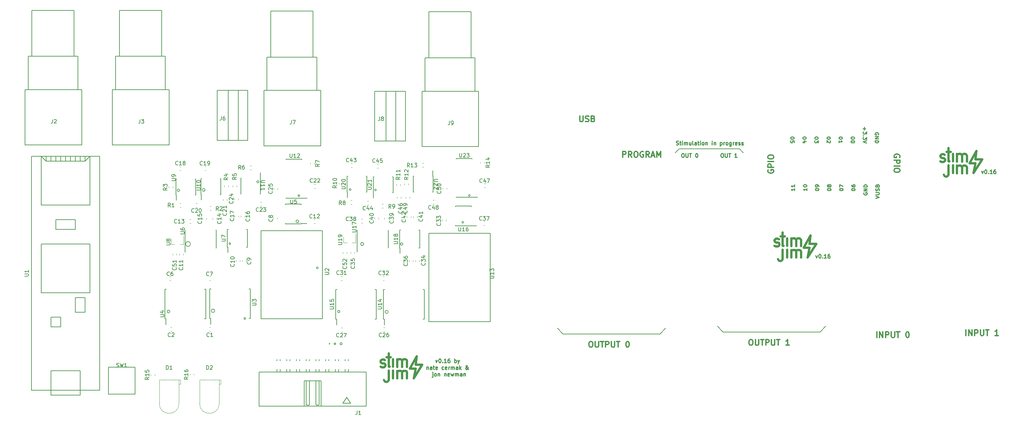
<source format=gto>
G04 #@! TF.GenerationSoftware,KiCad,Pcbnew,5.0.2-bee76a0~70~ubuntu18.04.1*
G04 #@! TF.CreationDate,2019-02-25T20:46:02+02:00*
G04 #@! TF.ProjectId,stimjim,7374696d-6a69-46d2-9e6b-696361645f70,rev?*
G04 #@! TF.SameCoordinates,Original*
G04 #@! TF.FileFunction,Legend,Top*
G04 #@! TF.FilePolarity,Positive*
%FSLAX46Y46*%
G04 Gerber Fmt 4.6, Leading zero omitted, Abs format (unit mm)*
G04 Created by KiCad (PCBNEW 5.0.2-bee76a0~70~ubuntu18.04.1) date Mon Feb 25 20:46:02 2019*
%MOMM*%
%LPD*%
G01*
G04 APERTURE LIST*
%ADD10C,0.600000*%
%ADD11C,0.200000*%
%ADD12C,0.250000*%
%ADD13C,0.300000*%
%ADD14C,0.225000*%
%ADD15C,0.120000*%
%ADD16C,0.150000*%
G04 APERTURE END LIST*
D10*
X120000000Y-129750000D02*
X120250000Y-127500000D01*
X121750000Y-129750000D02*
X120000000Y-129750000D01*
X119500000Y-133250000D02*
X121750000Y-129750000D01*
X120000000Y-130750000D02*
X119500000Y-133250000D01*
X118500000Y-130750000D02*
X120000000Y-130750000D01*
X120250000Y-127500000D02*
X118500000Y-130750000D01*
X112996404Y-133769582D02*
G75*
G02X111800000Y-133749999I-596405J119582D01*
G01*
X113000000Y-130250000D02*
X113250000Y-130250000D01*
X112450000Y-127750000D02*
X113550000Y-127750000D01*
X113000000Y-130250000D02*
X113000000Y-126750000D01*
X113000000Y-133500000D02*
X113000000Y-133750000D01*
X113000000Y-131250000D02*
X113000000Y-133500000D01*
X114150000Y-128250000D02*
X114150000Y-130250000D01*
X114150000Y-131250000D02*
X114150000Y-133250000D01*
X115214285Y-133307142D02*
X115214285Y-131307142D01*
X115214285Y-131592857D02*
X115357142Y-131450000D01*
X115642857Y-131307142D01*
X116071428Y-131307142D01*
X116357142Y-131450000D01*
X116500000Y-131735714D01*
X116500000Y-133307142D01*
X116500000Y-131735714D02*
X116642857Y-131450000D01*
X116928571Y-131307142D01*
X117357142Y-131307142D01*
X117642857Y-131450000D01*
X117785714Y-131735714D01*
X117785714Y-133307142D01*
X115214285Y-130307142D02*
X115214285Y-128307142D01*
X115214285Y-128592857D02*
X115357142Y-128450000D01*
X115642857Y-128307142D01*
X116071428Y-128307142D01*
X116357142Y-128450000D01*
X116500000Y-128735714D01*
X116500000Y-130307142D01*
X116500000Y-128735714D02*
X116642857Y-128450000D01*
X116928571Y-128307142D01*
X117357142Y-128307142D01*
X117642857Y-128450000D01*
X117785714Y-128735714D01*
X117785714Y-130307142D01*
X110857142Y-130214285D02*
X111142857Y-130357142D01*
X111714285Y-130357142D01*
X112000000Y-130214285D01*
X112142857Y-129928571D01*
X112142857Y-129785714D01*
X112000000Y-129500000D01*
X111714285Y-129357142D01*
X111285714Y-129357142D01*
X111000000Y-129214285D01*
X110857142Y-128928571D01*
X110857142Y-128785714D01*
X111000000Y-128500000D01*
X111285714Y-128357142D01*
X111714285Y-128357142D01*
X112000000Y-128500000D01*
D11*
X116716228Y-98300000D02*
G75*
G03X116716228Y-98300000I-316228J0D01*
G01*
X106500000Y-98300000D02*
G75*
G03X106500000Y-98300000I-400000J0D01*
G01*
X112900000Y-116000000D02*
G75*
G03X112900000Y-116000000I-400000J0D01*
G01*
X100300000Y-115900000D02*
G75*
G03X100300000Y-115900000I-300000J0D01*
G01*
X55960555Y-115900000D02*
G75*
G03X55960555Y-115900000I-360555J0D01*
G01*
X67647214Y-115700000D02*
G75*
G03X67647214Y-115700000I-447214J0D01*
G01*
X61340312Y-98300000D02*
G75*
G03X61340312Y-98300000I-640312J0D01*
G01*
X71823607Y-98200000D02*
G75*
G03X71823607Y-98200000I-223607J0D01*
G01*
X89560555Y-92400000D02*
G75*
G03X89560555Y-92400000I-360555J0D01*
G01*
X79182843Y-82100000D02*
G75*
G03X79182843Y-82100000I-282843J0D01*
G01*
X58516228Y-84300000D02*
G75*
G03X58516228Y-84300000I-316228J0D01*
G01*
X65160555Y-84200000D02*
G75*
G03X65160555Y-84200000I-360555J0D01*
G01*
X94632777Y-104527306D02*
G75*
G03X94632777Y-104527306I-223607J0D01*
G01*
X132552512Y-92655524D02*
G75*
G03X132552512Y-92655524I-223607J0D01*
G01*
X134280932Y-85652002D02*
G75*
G03X134280932Y-85652002I-223607J0D01*
G01*
X75723607Y-117700000D02*
G75*
G03X75723607Y-117700000I-223607J0D01*
G01*
X97741421Y-124300000D02*
G75*
G03X97741421Y-124300000I-141421J0D01*
G01*
X109802135Y-84207936D02*
G75*
G03X109802135Y-84207936I-223607J0D01*
G01*
X103202135Y-84107936D02*
G75*
G03X103202135Y-84107936I-223607J0D01*
G01*
X99223607Y-124300000D02*
G75*
G03X99223607Y-124300000I-223607J0D01*
G01*
X100882843Y-124300000D02*
G75*
G03X100882843Y-124300000I-282843J0D01*
G01*
X89823607Y-85700000D02*
G75*
G03X89823607Y-85700000I-223607J0D01*
G01*
D12*
X125250000Y-128535714D02*
X125488095Y-129202380D01*
X125726190Y-128535714D01*
X126297619Y-128202380D02*
X126392857Y-128202380D01*
X126488095Y-128250000D01*
X126535714Y-128297619D01*
X126583333Y-128392857D01*
X126630952Y-128583333D01*
X126630952Y-128821428D01*
X126583333Y-129011904D01*
X126535714Y-129107142D01*
X126488095Y-129154761D01*
X126392857Y-129202380D01*
X126297619Y-129202380D01*
X126202380Y-129154761D01*
X126154761Y-129107142D01*
X126107142Y-129011904D01*
X126059523Y-128821428D01*
X126059523Y-128583333D01*
X126107142Y-128392857D01*
X126154761Y-128297619D01*
X126202380Y-128250000D01*
X126297619Y-128202380D01*
X127059523Y-129107142D02*
X127107142Y-129154761D01*
X127059523Y-129202380D01*
X127011904Y-129154761D01*
X127059523Y-129107142D01*
X127059523Y-129202380D01*
X128059523Y-129202380D02*
X127488095Y-129202380D01*
X127773809Y-129202380D02*
X127773809Y-128202380D01*
X127678571Y-128345238D01*
X127583333Y-128440476D01*
X127488095Y-128488095D01*
X128916666Y-128202380D02*
X128726190Y-128202380D01*
X128630952Y-128250000D01*
X128583333Y-128297619D01*
X128488095Y-128440476D01*
X128440476Y-128630952D01*
X128440476Y-129011904D01*
X128488095Y-129107142D01*
X128535714Y-129154761D01*
X128630952Y-129202380D01*
X128821428Y-129202380D01*
X128916666Y-129154761D01*
X128964285Y-129107142D01*
X129011904Y-129011904D01*
X129011904Y-128773809D01*
X128964285Y-128678571D01*
X128916666Y-128630952D01*
X128821428Y-128583333D01*
X128630952Y-128583333D01*
X128535714Y-128630952D01*
X128488095Y-128678571D01*
X128440476Y-128773809D01*
X130202380Y-129202380D02*
X130202380Y-128202380D01*
X130202380Y-128583333D02*
X130297619Y-128535714D01*
X130488095Y-128535714D01*
X130583333Y-128583333D01*
X130630952Y-128630952D01*
X130678571Y-128726190D01*
X130678571Y-129011904D01*
X130630952Y-129107142D01*
X130583333Y-129154761D01*
X130488095Y-129202380D01*
X130297619Y-129202380D01*
X130202380Y-129154761D01*
X131011904Y-128535714D02*
X131250000Y-129202380D01*
X131488095Y-128535714D02*
X131250000Y-129202380D01*
X131154761Y-129440476D01*
X131107142Y-129488095D01*
X131011904Y-129535714D01*
X122916666Y-130285714D02*
X122916666Y-130952380D01*
X122916666Y-130380952D02*
X122964285Y-130333333D01*
X123059523Y-130285714D01*
X123202380Y-130285714D01*
X123297619Y-130333333D01*
X123345238Y-130428571D01*
X123345238Y-130952380D01*
X124250000Y-130952380D02*
X124250000Y-130428571D01*
X124202380Y-130333333D01*
X124107142Y-130285714D01*
X123916666Y-130285714D01*
X123821428Y-130333333D01*
X124250000Y-130904761D02*
X124154761Y-130952380D01*
X123916666Y-130952380D01*
X123821428Y-130904761D01*
X123773809Y-130809523D01*
X123773809Y-130714285D01*
X123821428Y-130619047D01*
X123916666Y-130571428D01*
X124154761Y-130571428D01*
X124250000Y-130523809D01*
X124583333Y-130285714D02*
X124964285Y-130285714D01*
X124726190Y-129952380D02*
X124726190Y-130809523D01*
X124773809Y-130904761D01*
X124869047Y-130952380D01*
X124964285Y-130952380D01*
X125678571Y-130904761D02*
X125583333Y-130952380D01*
X125392857Y-130952380D01*
X125297619Y-130904761D01*
X125250000Y-130809523D01*
X125250000Y-130428571D01*
X125297619Y-130333333D01*
X125392857Y-130285714D01*
X125583333Y-130285714D01*
X125678571Y-130333333D01*
X125726190Y-130428571D01*
X125726190Y-130523809D01*
X125250000Y-130619047D01*
X127345238Y-130904761D02*
X127250000Y-130952380D01*
X127059523Y-130952380D01*
X126964285Y-130904761D01*
X126916666Y-130857142D01*
X126869047Y-130761904D01*
X126869047Y-130476190D01*
X126916666Y-130380952D01*
X126964285Y-130333333D01*
X127059523Y-130285714D01*
X127250000Y-130285714D01*
X127345238Y-130333333D01*
X128154761Y-130904761D02*
X128059523Y-130952380D01*
X127869047Y-130952380D01*
X127773809Y-130904761D01*
X127726190Y-130809523D01*
X127726190Y-130428571D01*
X127773809Y-130333333D01*
X127869047Y-130285714D01*
X128059523Y-130285714D01*
X128154761Y-130333333D01*
X128202380Y-130428571D01*
X128202380Y-130523809D01*
X127726190Y-130619047D01*
X128630952Y-130952380D02*
X128630952Y-130285714D01*
X128630952Y-130476190D02*
X128678571Y-130380952D01*
X128726190Y-130333333D01*
X128821428Y-130285714D01*
X128916666Y-130285714D01*
X129250000Y-130952380D02*
X129250000Y-130285714D01*
X129250000Y-130380952D02*
X129297619Y-130333333D01*
X129392857Y-130285714D01*
X129535714Y-130285714D01*
X129630952Y-130333333D01*
X129678571Y-130428571D01*
X129678571Y-130952380D01*
X129678571Y-130428571D02*
X129726190Y-130333333D01*
X129821428Y-130285714D01*
X129964285Y-130285714D01*
X130059523Y-130333333D01*
X130107142Y-130428571D01*
X130107142Y-130952380D01*
X131011904Y-130952380D02*
X131011904Y-130428571D01*
X130964285Y-130333333D01*
X130869047Y-130285714D01*
X130678571Y-130285714D01*
X130583333Y-130333333D01*
X131011904Y-130904761D02*
X130916666Y-130952380D01*
X130678571Y-130952380D01*
X130583333Y-130904761D01*
X130535714Y-130809523D01*
X130535714Y-130714285D01*
X130583333Y-130619047D01*
X130678571Y-130571428D01*
X130916666Y-130571428D01*
X131011904Y-130523809D01*
X131488095Y-130952380D02*
X131488095Y-129952380D01*
X131583333Y-130571428D02*
X131869047Y-130952380D01*
X131869047Y-130285714D02*
X131488095Y-130666666D01*
X133869047Y-130952380D02*
X133821428Y-130952380D01*
X133726190Y-130904761D01*
X133583333Y-130761904D01*
X133345238Y-130476190D01*
X133250000Y-130333333D01*
X133202380Y-130190476D01*
X133202380Y-130095238D01*
X133250000Y-130000000D01*
X133345238Y-129952380D01*
X133392857Y-129952380D01*
X133488095Y-130000000D01*
X133535714Y-130095238D01*
X133535714Y-130142857D01*
X133488095Y-130238095D01*
X133440476Y-130285714D01*
X133154761Y-130476190D01*
X133107142Y-130523809D01*
X133059523Y-130619047D01*
X133059523Y-130761904D01*
X133107142Y-130857142D01*
X133154761Y-130904761D01*
X133250000Y-130952380D01*
X133392857Y-130952380D01*
X133488095Y-130904761D01*
X133535714Y-130857142D01*
X133678571Y-130666666D01*
X133726190Y-130523809D01*
X133726190Y-130428571D01*
X124488095Y-132035714D02*
X124488095Y-132892857D01*
X124440476Y-132988095D01*
X124345238Y-133035714D01*
X124297619Y-133035714D01*
X124488095Y-131702380D02*
X124440476Y-131750000D01*
X124488095Y-131797619D01*
X124535714Y-131750000D01*
X124488095Y-131702380D01*
X124488095Y-131797619D01*
X125107142Y-132702380D02*
X125011904Y-132654761D01*
X124964285Y-132607142D01*
X124916666Y-132511904D01*
X124916666Y-132226190D01*
X124964285Y-132130952D01*
X125011904Y-132083333D01*
X125107142Y-132035714D01*
X125250000Y-132035714D01*
X125345238Y-132083333D01*
X125392857Y-132130952D01*
X125440476Y-132226190D01*
X125440476Y-132511904D01*
X125392857Y-132607142D01*
X125345238Y-132654761D01*
X125250000Y-132702380D01*
X125107142Y-132702380D01*
X125869047Y-132035714D02*
X125869047Y-132702380D01*
X125869047Y-132130952D02*
X125916666Y-132083333D01*
X126011904Y-132035714D01*
X126154761Y-132035714D01*
X126250000Y-132083333D01*
X126297619Y-132178571D01*
X126297619Y-132702380D01*
X127535714Y-132035714D02*
X127535714Y-132702380D01*
X127535714Y-132130952D02*
X127583333Y-132083333D01*
X127678571Y-132035714D01*
X127821428Y-132035714D01*
X127916666Y-132083333D01*
X127964285Y-132178571D01*
X127964285Y-132702380D01*
X128821428Y-132654761D02*
X128726190Y-132702380D01*
X128535714Y-132702380D01*
X128440476Y-132654761D01*
X128392857Y-132559523D01*
X128392857Y-132178571D01*
X128440476Y-132083333D01*
X128535714Y-132035714D01*
X128726190Y-132035714D01*
X128821428Y-132083333D01*
X128869047Y-132178571D01*
X128869047Y-132273809D01*
X128392857Y-132369047D01*
X129202380Y-132035714D02*
X129392857Y-132702380D01*
X129583333Y-132226190D01*
X129773809Y-132702380D01*
X129964285Y-132035714D01*
X130345238Y-132702380D02*
X130345238Y-132035714D01*
X130345238Y-132130952D02*
X130392857Y-132083333D01*
X130488095Y-132035714D01*
X130630952Y-132035714D01*
X130726190Y-132083333D01*
X130773809Y-132178571D01*
X130773809Y-132702380D01*
X130773809Y-132178571D02*
X130821428Y-132083333D01*
X130916666Y-132035714D01*
X131059523Y-132035714D01*
X131154761Y-132083333D01*
X131202380Y-132178571D01*
X131202380Y-132702380D01*
X132107142Y-132702380D02*
X132107142Y-132178571D01*
X132059523Y-132083333D01*
X131964285Y-132035714D01*
X131773809Y-132035714D01*
X131678571Y-132083333D01*
X132107142Y-132654761D02*
X132011904Y-132702380D01*
X131773809Y-132702380D01*
X131678571Y-132654761D01*
X131630952Y-132559523D01*
X131630952Y-132464285D01*
X131678571Y-132369047D01*
X131773809Y-132321428D01*
X132011904Y-132321428D01*
X132107142Y-132273809D01*
X132583333Y-132035714D02*
X132583333Y-132702380D01*
X132583333Y-132130952D02*
X132630952Y-132083333D01*
X132726190Y-132035714D01*
X132869047Y-132035714D01*
X132964285Y-132083333D01*
X133011904Y-132178571D01*
X133011904Y-132702380D01*
X267595238Y-79285714D02*
X267833333Y-79952380D01*
X268071428Y-79285714D01*
X268642857Y-78952380D02*
X268738095Y-78952380D01*
X268833333Y-79000000D01*
X268880952Y-79047619D01*
X268928571Y-79142857D01*
X268976190Y-79333333D01*
X268976190Y-79571428D01*
X268928571Y-79761904D01*
X268880952Y-79857142D01*
X268833333Y-79904761D01*
X268738095Y-79952380D01*
X268642857Y-79952380D01*
X268547619Y-79904761D01*
X268500000Y-79857142D01*
X268452380Y-79761904D01*
X268404761Y-79571428D01*
X268404761Y-79333333D01*
X268452380Y-79142857D01*
X268500000Y-79047619D01*
X268547619Y-79000000D01*
X268642857Y-78952380D01*
X269404761Y-79857142D02*
X269452380Y-79904761D01*
X269404761Y-79952380D01*
X269357142Y-79904761D01*
X269404761Y-79857142D01*
X269404761Y-79952380D01*
X270404761Y-79952380D02*
X269833333Y-79952380D01*
X270119047Y-79952380D02*
X270119047Y-78952380D01*
X270023809Y-79095238D01*
X269928571Y-79190476D01*
X269833333Y-79238095D01*
X271261904Y-78952380D02*
X271071428Y-78952380D01*
X270976190Y-79000000D01*
X270928571Y-79047619D01*
X270833333Y-79190476D01*
X270785714Y-79380952D01*
X270785714Y-79761904D01*
X270833333Y-79857142D01*
X270880952Y-79904761D01*
X270976190Y-79952380D01*
X271166666Y-79952380D01*
X271261904Y-79904761D01*
X271309523Y-79857142D01*
X271357142Y-79761904D01*
X271357142Y-79523809D01*
X271309523Y-79428571D01*
X271261904Y-79380952D01*
X271166666Y-79333333D01*
X270976190Y-79333333D01*
X270880952Y-79380952D01*
X270833333Y-79428571D01*
X270785714Y-79523809D01*
D10*
X261214285Y-79807142D02*
X261214285Y-77807142D01*
X261214285Y-78092857D02*
X261357142Y-77950000D01*
X261642857Y-77807142D01*
X262071428Y-77807142D01*
X262357142Y-77950000D01*
X262500000Y-78235714D01*
X262500000Y-79807142D01*
X262500000Y-78235714D02*
X262642857Y-77950000D01*
X262928571Y-77807142D01*
X263357142Y-77807142D01*
X263642857Y-77950000D01*
X263785714Y-78235714D01*
X263785714Y-79807142D01*
X264500000Y-77250000D02*
X266000000Y-77250000D01*
X266250000Y-74000000D02*
X264500000Y-77250000D01*
X258996404Y-80269582D02*
G75*
G02X257800000Y-80249999I-596405J119582D01*
G01*
X266000000Y-76250000D02*
X266250000Y-74000000D01*
X267750000Y-76250000D02*
X266000000Y-76250000D01*
X265500000Y-79750000D02*
X267750000Y-76250000D01*
X266000000Y-77250000D02*
X265500000Y-79750000D01*
X256857142Y-76714285D02*
X257142857Y-76857142D01*
X257714285Y-76857142D01*
X258000000Y-76714285D01*
X258142857Y-76428571D01*
X258142857Y-76285714D01*
X258000000Y-76000000D01*
X257714285Y-75857142D01*
X257285714Y-75857142D01*
X257000000Y-75714285D01*
X256857142Y-75428571D01*
X256857142Y-75285714D01*
X257000000Y-75000000D01*
X257285714Y-74857142D01*
X257714285Y-74857142D01*
X258000000Y-75000000D01*
X260150000Y-74750000D02*
X260150000Y-76750000D01*
X260150000Y-77750000D02*
X260150000Y-79750000D01*
X259000000Y-80000000D02*
X259000000Y-80250000D01*
X261214285Y-76807142D02*
X261214285Y-74807142D01*
X261214285Y-75092857D02*
X261357142Y-74950000D01*
X261642857Y-74807142D01*
X262071428Y-74807142D01*
X262357142Y-74950000D01*
X262500000Y-75235714D01*
X262500000Y-76807142D01*
X262500000Y-75235714D02*
X262642857Y-74950000D01*
X262928571Y-74807142D01*
X263357142Y-74807142D01*
X263642857Y-74950000D01*
X263785714Y-75235714D01*
X263785714Y-76807142D01*
X259000000Y-76750000D02*
X259000000Y-73250000D01*
X259000000Y-77750000D02*
X259000000Y-80000000D01*
X258450000Y-74250000D02*
X259550000Y-74250000D01*
X259000000Y-76750000D02*
X259250000Y-76750000D01*
X217964285Y-101807142D02*
X217964285Y-99807142D01*
X217964285Y-100092857D02*
X218107142Y-99950000D01*
X218392857Y-99807142D01*
X218821428Y-99807142D01*
X219107142Y-99950000D01*
X219250000Y-100235714D01*
X219250000Y-101807142D01*
X219250000Y-100235714D02*
X219392857Y-99950000D01*
X219678571Y-99807142D01*
X220107142Y-99807142D01*
X220392857Y-99950000D01*
X220535714Y-100235714D01*
X220535714Y-101807142D01*
D12*
X224345238Y-101285714D02*
X224583333Y-101952380D01*
X224821428Y-101285714D01*
X225392857Y-100952380D02*
X225488095Y-100952380D01*
X225583333Y-101000000D01*
X225630952Y-101047619D01*
X225678571Y-101142857D01*
X225726190Y-101333333D01*
X225726190Y-101571428D01*
X225678571Y-101761904D01*
X225630952Y-101857142D01*
X225583333Y-101904761D01*
X225488095Y-101952380D01*
X225392857Y-101952380D01*
X225297619Y-101904761D01*
X225250000Y-101857142D01*
X225202380Y-101761904D01*
X225154761Y-101571428D01*
X225154761Y-101333333D01*
X225202380Y-101142857D01*
X225250000Y-101047619D01*
X225297619Y-101000000D01*
X225392857Y-100952380D01*
X226154761Y-101857142D02*
X226202380Y-101904761D01*
X226154761Y-101952380D01*
X226107142Y-101904761D01*
X226154761Y-101857142D01*
X226154761Y-101952380D01*
X227154761Y-101952380D02*
X226583333Y-101952380D01*
X226869047Y-101952380D02*
X226869047Y-100952380D01*
X226773809Y-101095238D01*
X226678571Y-101190476D01*
X226583333Y-101238095D01*
X228011904Y-100952380D02*
X227821428Y-100952380D01*
X227726190Y-101000000D01*
X227678571Y-101047619D01*
X227583333Y-101190476D01*
X227535714Y-101380952D01*
X227535714Y-101761904D01*
X227583333Y-101857142D01*
X227630952Y-101904761D01*
X227726190Y-101952380D01*
X227916666Y-101952380D01*
X228011904Y-101904761D01*
X228059523Y-101857142D01*
X228107142Y-101761904D01*
X228107142Y-101523809D01*
X228059523Y-101428571D01*
X228011904Y-101380952D01*
X227916666Y-101333333D01*
X227726190Y-101333333D01*
X227630952Y-101380952D01*
X227583333Y-101428571D01*
X227535714Y-101523809D01*
D10*
X213607142Y-98714285D02*
X213892857Y-98857142D01*
X214464285Y-98857142D01*
X214750000Y-98714285D01*
X214892857Y-98428571D01*
X214892857Y-98285714D01*
X214750000Y-98000000D01*
X214464285Y-97857142D01*
X214035714Y-97857142D01*
X213750000Y-97714285D01*
X213607142Y-97428571D01*
X213607142Y-97285714D01*
X213750000Y-97000000D01*
X214035714Y-96857142D01*
X214464285Y-96857142D01*
X214750000Y-97000000D01*
X217964285Y-98807142D02*
X217964285Y-96807142D01*
X217964285Y-97092857D02*
X218107142Y-96950000D01*
X218392857Y-96807142D01*
X218821428Y-96807142D01*
X219107142Y-96950000D01*
X219250000Y-97235714D01*
X219250000Y-98807142D01*
X219250000Y-97235714D02*
X219392857Y-96950000D01*
X219678571Y-96807142D01*
X220107142Y-96807142D01*
X220392857Y-96950000D01*
X220535714Y-97235714D01*
X220535714Y-98807142D01*
X216900000Y-99750000D02*
X216900000Y-101750000D01*
X216900000Y-96750000D02*
X216900000Y-98750000D01*
X215750000Y-99750000D02*
X215750000Y-102000000D01*
X215750000Y-102000000D02*
X215750000Y-102250000D01*
X215750000Y-98750000D02*
X215750000Y-95250000D01*
X215200000Y-96250000D02*
X216300000Y-96250000D01*
X215750000Y-98750000D02*
X216000000Y-98750000D01*
X215746404Y-102269582D02*
G75*
G02X214550000Y-102249999I-596405J119582D01*
G01*
X223000000Y-96000000D02*
X221250000Y-99250000D01*
X221250000Y-99250000D02*
X222750000Y-99250000D01*
X222750000Y-99250000D02*
X222250000Y-101750000D01*
X222250000Y-101750000D02*
X224500000Y-98250000D01*
X224500000Y-98250000D02*
X222750000Y-98250000D01*
X222750000Y-98250000D02*
X223000000Y-96000000D01*
D11*
X225500000Y-121250000D02*
X227000000Y-119750000D01*
X200250000Y-121250000D02*
X225500000Y-121250000D01*
X198750000Y-119750000D02*
X200250000Y-121250000D01*
X183750000Y-121750000D02*
X185250000Y-120250000D01*
X158500000Y-121750000D02*
X183750000Y-121750000D01*
X157000000Y-120250000D02*
X158500000Y-121750000D01*
D13*
X246250000Y-75750000D02*
X246321428Y-75607142D01*
X246321428Y-75392857D01*
X246250000Y-75178571D01*
X246107142Y-75035714D01*
X245964285Y-74964285D01*
X245678571Y-74892857D01*
X245464285Y-74892857D01*
X245178571Y-74964285D01*
X245035714Y-75035714D01*
X244892857Y-75178571D01*
X244821428Y-75392857D01*
X244821428Y-75535714D01*
X244892857Y-75750000D01*
X244964285Y-75821428D01*
X245464285Y-75821428D01*
X245464285Y-75535714D01*
X244821428Y-76464285D02*
X246321428Y-76464285D01*
X246321428Y-77035714D01*
X246250000Y-77178571D01*
X246178571Y-77250000D01*
X246035714Y-77321428D01*
X245821428Y-77321428D01*
X245678571Y-77250000D01*
X245607142Y-77178571D01*
X245535714Y-77035714D01*
X245535714Y-76464285D01*
X244821428Y-77964285D02*
X246321428Y-77964285D01*
X246321428Y-78964285D02*
X246321428Y-79250000D01*
X246250000Y-79392857D01*
X246107142Y-79535714D01*
X245821428Y-79607142D01*
X245321428Y-79607142D01*
X245035714Y-79535714D01*
X244892857Y-79392857D01*
X244821428Y-79250000D01*
X244821428Y-78964285D01*
X244892857Y-78821428D01*
X245035714Y-78678571D01*
X245321428Y-78607142D01*
X245821428Y-78607142D01*
X246107142Y-78678571D01*
X246250000Y-78821428D01*
X246321428Y-78964285D01*
D14*
X240725000Y-69818035D02*
X240767857Y-69722797D01*
X240767857Y-69579940D01*
X240725000Y-69437083D01*
X240639285Y-69341845D01*
X240553571Y-69294226D01*
X240382142Y-69246607D01*
X240253571Y-69246607D01*
X240082142Y-69294226D01*
X239996428Y-69341845D01*
X239910714Y-69437083D01*
X239867857Y-69579940D01*
X239867857Y-69675178D01*
X239910714Y-69818035D01*
X239953571Y-69865654D01*
X240253571Y-69865654D01*
X240253571Y-69675178D01*
X239867857Y-70294226D02*
X240767857Y-70294226D01*
X239867857Y-70865654D01*
X240767857Y-70865654D01*
X239867857Y-71341845D02*
X240767857Y-71341845D01*
X240767857Y-71579940D01*
X240725000Y-71722797D01*
X240639285Y-71818035D01*
X240553571Y-71865654D01*
X240382142Y-71913273D01*
X240253571Y-71913273D01*
X240082142Y-71865654D01*
X239996428Y-71818035D01*
X239910714Y-71722797D01*
X239867857Y-71579940D01*
X239867857Y-71341845D01*
X237060714Y-67865654D02*
X237060714Y-68627559D01*
X236717857Y-68246607D02*
X237403571Y-68246607D01*
X237617857Y-69008511D02*
X237617857Y-69627559D01*
X237275000Y-69294226D01*
X237275000Y-69437083D01*
X237232142Y-69532321D01*
X237189285Y-69579940D01*
X237103571Y-69627559D01*
X236889285Y-69627559D01*
X236803571Y-69579940D01*
X236760714Y-69532321D01*
X236717857Y-69437083D01*
X236717857Y-69151369D01*
X236760714Y-69056130D01*
X236803571Y-69008511D01*
X236803571Y-70056130D02*
X236760714Y-70103750D01*
X236717857Y-70056130D01*
X236760714Y-70008511D01*
X236803571Y-70056130D01*
X236717857Y-70056130D01*
X237617857Y-70437083D02*
X237617857Y-71056130D01*
X237275000Y-70722797D01*
X237275000Y-70865654D01*
X237232142Y-70960892D01*
X237189285Y-71008511D01*
X237103571Y-71056130D01*
X236889285Y-71056130D01*
X236803571Y-71008511D01*
X236760714Y-70960892D01*
X236717857Y-70865654D01*
X236717857Y-70579940D01*
X236760714Y-70484702D01*
X236803571Y-70437083D01*
X237617857Y-71341845D02*
X236717857Y-71675178D01*
X237617857Y-72008511D01*
X234467857Y-70627559D02*
X234467857Y-70722797D01*
X234425000Y-70818035D01*
X234382142Y-70865654D01*
X234296428Y-70913273D01*
X234125000Y-70960892D01*
X233910714Y-70960892D01*
X233739285Y-70913273D01*
X233653571Y-70865654D01*
X233610714Y-70818035D01*
X233567857Y-70722797D01*
X233567857Y-70627559D01*
X233610714Y-70532321D01*
X233653571Y-70484702D01*
X233739285Y-70437083D01*
X233910714Y-70389464D01*
X234125000Y-70389464D01*
X234296428Y-70437083D01*
X234382142Y-70484702D01*
X234425000Y-70532321D01*
X234467857Y-70627559D01*
X234467857Y-71579940D02*
X234467857Y-71675178D01*
X234425000Y-71770416D01*
X234382142Y-71818035D01*
X234296428Y-71865654D01*
X234125000Y-71913273D01*
X233910714Y-71913273D01*
X233739285Y-71865654D01*
X233653571Y-71818035D01*
X233610714Y-71770416D01*
X233567857Y-71675178D01*
X233567857Y-71579940D01*
X233610714Y-71484702D01*
X233653571Y-71437083D01*
X233739285Y-71389464D01*
X233910714Y-71341845D01*
X234125000Y-71341845D01*
X234296428Y-71389464D01*
X234382142Y-71437083D01*
X234425000Y-71484702D01*
X234467857Y-71579940D01*
X231317857Y-70627559D02*
X231317857Y-70722797D01*
X231275000Y-70818035D01*
X231232142Y-70865654D01*
X231146428Y-70913273D01*
X230975000Y-70960892D01*
X230760714Y-70960892D01*
X230589285Y-70913273D01*
X230503571Y-70865654D01*
X230460714Y-70818035D01*
X230417857Y-70722797D01*
X230417857Y-70627559D01*
X230460714Y-70532321D01*
X230503571Y-70484702D01*
X230589285Y-70437083D01*
X230760714Y-70389464D01*
X230975000Y-70389464D01*
X231146428Y-70437083D01*
X231232142Y-70484702D01*
X231275000Y-70532321D01*
X231317857Y-70627559D01*
X230417857Y-71913273D02*
X230417857Y-71341845D01*
X230417857Y-71627559D02*
X231317857Y-71627559D01*
X231189285Y-71532321D01*
X231103571Y-71437083D01*
X231060714Y-71341845D01*
X228167857Y-70627559D02*
X228167857Y-70722797D01*
X228125000Y-70818035D01*
X228082142Y-70865654D01*
X227996428Y-70913273D01*
X227825000Y-70960892D01*
X227610714Y-70960892D01*
X227439285Y-70913273D01*
X227353571Y-70865654D01*
X227310714Y-70818035D01*
X227267857Y-70722797D01*
X227267857Y-70627559D01*
X227310714Y-70532321D01*
X227353571Y-70484702D01*
X227439285Y-70437083D01*
X227610714Y-70389464D01*
X227825000Y-70389464D01*
X227996428Y-70437083D01*
X228082142Y-70484702D01*
X228125000Y-70532321D01*
X228167857Y-70627559D01*
X228082142Y-71341845D02*
X228125000Y-71389464D01*
X228167857Y-71484702D01*
X228167857Y-71722797D01*
X228125000Y-71818035D01*
X228082142Y-71865654D01*
X227996428Y-71913273D01*
X227910714Y-71913273D01*
X227782142Y-71865654D01*
X227267857Y-71294226D01*
X227267857Y-71913273D01*
X225017857Y-70627559D02*
X225017857Y-70722797D01*
X224975000Y-70818035D01*
X224932142Y-70865654D01*
X224846428Y-70913273D01*
X224675000Y-70960892D01*
X224460714Y-70960892D01*
X224289285Y-70913273D01*
X224203571Y-70865654D01*
X224160714Y-70818035D01*
X224117857Y-70722797D01*
X224117857Y-70627559D01*
X224160714Y-70532321D01*
X224203571Y-70484702D01*
X224289285Y-70437083D01*
X224460714Y-70389464D01*
X224675000Y-70389464D01*
X224846428Y-70437083D01*
X224932142Y-70484702D01*
X224975000Y-70532321D01*
X225017857Y-70627559D01*
X225017857Y-71294226D02*
X225017857Y-71913273D01*
X224675000Y-71579940D01*
X224675000Y-71722797D01*
X224632142Y-71818035D01*
X224589285Y-71865654D01*
X224503571Y-71913273D01*
X224289285Y-71913273D01*
X224203571Y-71865654D01*
X224160714Y-71818035D01*
X224117857Y-71722797D01*
X224117857Y-71437083D01*
X224160714Y-71341845D01*
X224203571Y-71294226D01*
X221867857Y-70627559D02*
X221867857Y-70722797D01*
X221825000Y-70818035D01*
X221782142Y-70865654D01*
X221696428Y-70913273D01*
X221525000Y-70960892D01*
X221310714Y-70960892D01*
X221139285Y-70913273D01*
X221053571Y-70865654D01*
X221010714Y-70818035D01*
X220967857Y-70722797D01*
X220967857Y-70627559D01*
X221010714Y-70532321D01*
X221053571Y-70484702D01*
X221139285Y-70437083D01*
X221310714Y-70389464D01*
X221525000Y-70389464D01*
X221696428Y-70437083D01*
X221782142Y-70484702D01*
X221825000Y-70532321D01*
X221867857Y-70627559D01*
X221567857Y-71818035D02*
X220967857Y-71818035D01*
X221910714Y-71579940D02*
X221267857Y-71341845D01*
X221267857Y-71960892D01*
X218717857Y-70627559D02*
X218717857Y-70722797D01*
X218675000Y-70818035D01*
X218632142Y-70865654D01*
X218546428Y-70913273D01*
X218375000Y-70960892D01*
X218160714Y-70960892D01*
X217989285Y-70913273D01*
X217903571Y-70865654D01*
X217860714Y-70818035D01*
X217817857Y-70722797D01*
X217817857Y-70627559D01*
X217860714Y-70532321D01*
X217903571Y-70484702D01*
X217989285Y-70437083D01*
X218160714Y-70389464D01*
X218375000Y-70389464D01*
X218546428Y-70437083D01*
X218632142Y-70484702D01*
X218675000Y-70532321D01*
X218717857Y-70627559D01*
X218717857Y-71865654D02*
X218717857Y-71389464D01*
X218289285Y-71341845D01*
X218332142Y-71389464D01*
X218375000Y-71484702D01*
X218375000Y-71722797D01*
X218332142Y-71818035D01*
X218289285Y-71865654D01*
X218203571Y-71913273D01*
X217989285Y-71913273D01*
X217903571Y-71865654D01*
X217860714Y-71818035D01*
X217817857Y-71722797D01*
X217817857Y-71484702D01*
X217860714Y-71389464D01*
X217903571Y-71341845D01*
X218882142Y-83789107D02*
X218882142Y-84360535D01*
X218882142Y-84074821D02*
X217982142Y-84074821D01*
X218110714Y-84170059D01*
X218196428Y-84265297D01*
X218239285Y-84360535D01*
X218882142Y-82836726D02*
X218882142Y-83408154D01*
X218882142Y-83122440D02*
X217982142Y-83122440D01*
X218110714Y-83217678D01*
X218196428Y-83312916D01*
X218239285Y-83408154D01*
X222032142Y-83789107D02*
X222032142Y-84360535D01*
X222032142Y-84074821D02*
X221132142Y-84074821D01*
X221260714Y-84170059D01*
X221346428Y-84265297D01*
X221389285Y-84360535D01*
X221132142Y-83170059D02*
X221132142Y-83074821D01*
X221175000Y-82979583D01*
X221217857Y-82931964D01*
X221303571Y-82884345D01*
X221475000Y-82836726D01*
X221689285Y-82836726D01*
X221860714Y-82884345D01*
X221946428Y-82931964D01*
X221989285Y-82979583D01*
X222032142Y-83074821D01*
X222032142Y-83170059D01*
X221989285Y-83265297D01*
X221946428Y-83312916D01*
X221860714Y-83360535D01*
X221689285Y-83408154D01*
X221475000Y-83408154D01*
X221303571Y-83360535D01*
X221217857Y-83312916D01*
X221175000Y-83265297D01*
X221132142Y-83170059D01*
X224282142Y-84122440D02*
X224282142Y-84027202D01*
X224325000Y-83931964D01*
X224367857Y-83884345D01*
X224453571Y-83836726D01*
X224625000Y-83789107D01*
X224839285Y-83789107D01*
X225010714Y-83836726D01*
X225096428Y-83884345D01*
X225139285Y-83931964D01*
X225182142Y-84027202D01*
X225182142Y-84122440D01*
X225139285Y-84217678D01*
X225096428Y-84265297D01*
X225010714Y-84312916D01*
X224839285Y-84360535D01*
X224625000Y-84360535D01*
X224453571Y-84312916D01*
X224367857Y-84265297D01*
X224325000Y-84217678D01*
X224282142Y-84122440D01*
X225182142Y-83312916D02*
X225182142Y-83122440D01*
X225139285Y-83027202D01*
X225096428Y-82979583D01*
X224967857Y-82884345D01*
X224796428Y-82836726D01*
X224453571Y-82836726D01*
X224367857Y-82884345D01*
X224325000Y-82931964D01*
X224282142Y-83027202D01*
X224282142Y-83217678D01*
X224325000Y-83312916D01*
X224367857Y-83360535D01*
X224453571Y-83408154D01*
X224667857Y-83408154D01*
X224753571Y-83360535D01*
X224796428Y-83312916D01*
X224839285Y-83217678D01*
X224839285Y-83027202D01*
X224796428Y-82931964D01*
X224753571Y-82884345D01*
X224667857Y-82836726D01*
X227432142Y-84122440D02*
X227432142Y-84027202D01*
X227475000Y-83931964D01*
X227517857Y-83884345D01*
X227603571Y-83836726D01*
X227775000Y-83789107D01*
X227989285Y-83789107D01*
X228160714Y-83836726D01*
X228246428Y-83884345D01*
X228289285Y-83931964D01*
X228332142Y-84027202D01*
X228332142Y-84122440D01*
X228289285Y-84217678D01*
X228246428Y-84265297D01*
X228160714Y-84312916D01*
X227989285Y-84360535D01*
X227775000Y-84360535D01*
X227603571Y-84312916D01*
X227517857Y-84265297D01*
X227475000Y-84217678D01*
X227432142Y-84122440D01*
X227817857Y-83217678D02*
X227775000Y-83312916D01*
X227732142Y-83360535D01*
X227646428Y-83408154D01*
X227603571Y-83408154D01*
X227517857Y-83360535D01*
X227475000Y-83312916D01*
X227432142Y-83217678D01*
X227432142Y-83027202D01*
X227475000Y-82931964D01*
X227517857Y-82884345D01*
X227603571Y-82836726D01*
X227646428Y-82836726D01*
X227732142Y-82884345D01*
X227775000Y-82931964D01*
X227817857Y-83027202D01*
X227817857Y-83217678D01*
X227860714Y-83312916D01*
X227903571Y-83360535D01*
X227989285Y-83408154D01*
X228160714Y-83408154D01*
X228246428Y-83360535D01*
X228289285Y-83312916D01*
X228332142Y-83217678D01*
X228332142Y-83027202D01*
X228289285Y-82931964D01*
X228246428Y-82884345D01*
X228160714Y-82836726D01*
X227989285Y-82836726D01*
X227903571Y-82884345D01*
X227860714Y-82931964D01*
X227817857Y-83027202D01*
X230582142Y-84122440D02*
X230582142Y-84027202D01*
X230625000Y-83931964D01*
X230667857Y-83884345D01*
X230753571Y-83836726D01*
X230925000Y-83789107D01*
X231139285Y-83789107D01*
X231310714Y-83836726D01*
X231396428Y-83884345D01*
X231439285Y-83931964D01*
X231482142Y-84027202D01*
X231482142Y-84122440D01*
X231439285Y-84217678D01*
X231396428Y-84265297D01*
X231310714Y-84312916D01*
X231139285Y-84360535D01*
X230925000Y-84360535D01*
X230753571Y-84312916D01*
X230667857Y-84265297D01*
X230625000Y-84217678D01*
X230582142Y-84122440D01*
X230582142Y-83455773D02*
X230582142Y-82789107D01*
X231482142Y-83217678D01*
X233732142Y-84122440D02*
X233732142Y-84027202D01*
X233775000Y-83931964D01*
X233817857Y-83884345D01*
X233903571Y-83836726D01*
X234075000Y-83789107D01*
X234289285Y-83789107D01*
X234460714Y-83836726D01*
X234546428Y-83884345D01*
X234589285Y-83931964D01*
X234632142Y-84027202D01*
X234632142Y-84122440D01*
X234589285Y-84217678D01*
X234546428Y-84265297D01*
X234460714Y-84312916D01*
X234289285Y-84360535D01*
X234075000Y-84360535D01*
X233903571Y-84312916D01*
X233817857Y-84265297D01*
X233775000Y-84217678D01*
X233732142Y-84122440D01*
X233732142Y-82931964D02*
X233732142Y-83122440D01*
X233775000Y-83217678D01*
X233817857Y-83265297D01*
X233946428Y-83360535D01*
X234117857Y-83408154D01*
X234460714Y-83408154D01*
X234546428Y-83360535D01*
X234589285Y-83312916D01*
X234632142Y-83217678D01*
X234632142Y-83027202D01*
X234589285Y-82931964D01*
X234546428Y-82884345D01*
X234460714Y-82836726D01*
X234246428Y-82836726D01*
X234160714Y-82884345D01*
X234117857Y-82931964D01*
X234075000Y-83027202D01*
X234075000Y-83217678D01*
X234117857Y-83312916D01*
X234160714Y-83360535D01*
X234246428Y-83408154D01*
X236925000Y-84931964D02*
X236882142Y-85027202D01*
X236882142Y-85170059D01*
X236925000Y-85312916D01*
X237010714Y-85408154D01*
X237096428Y-85455773D01*
X237267857Y-85503392D01*
X237396428Y-85503392D01*
X237567857Y-85455773D01*
X237653571Y-85408154D01*
X237739285Y-85312916D01*
X237782142Y-85170059D01*
X237782142Y-85074821D01*
X237739285Y-84931964D01*
X237696428Y-84884345D01*
X237396428Y-84884345D01*
X237396428Y-85074821D01*
X237782142Y-84455773D02*
X236882142Y-84455773D01*
X237782142Y-83884345D01*
X236882142Y-83884345D01*
X237782142Y-83408154D02*
X236882142Y-83408154D01*
X236882142Y-83170059D01*
X236925000Y-83027202D01*
X237010714Y-82931964D01*
X237096428Y-82884345D01*
X237267857Y-82836726D01*
X237396428Y-82836726D01*
X237567857Y-82884345D01*
X237653571Y-82931964D01*
X237739285Y-83027202D01*
X237782142Y-83170059D01*
X237782142Y-83408154D01*
X240032142Y-86408154D02*
X240932142Y-86074821D01*
X240032142Y-85741488D01*
X240032142Y-85408154D02*
X240760714Y-85408154D01*
X240846428Y-85360535D01*
X240889285Y-85312916D01*
X240932142Y-85217678D01*
X240932142Y-85027202D01*
X240889285Y-84931964D01*
X240846428Y-84884345D01*
X240760714Y-84836726D01*
X240032142Y-84836726D01*
X240889285Y-84408154D02*
X240932142Y-84265297D01*
X240932142Y-84027202D01*
X240889285Y-83931964D01*
X240846428Y-83884345D01*
X240760714Y-83836726D01*
X240675000Y-83836726D01*
X240589285Y-83884345D01*
X240546428Y-83931964D01*
X240503571Y-84027202D01*
X240460714Y-84217678D01*
X240417857Y-84312916D01*
X240375000Y-84360535D01*
X240289285Y-84408154D01*
X240203571Y-84408154D01*
X240117857Y-84360535D01*
X240075000Y-84312916D01*
X240032142Y-84217678D01*
X240032142Y-83979583D01*
X240075000Y-83836726D01*
X240460714Y-83074821D02*
X240503571Y-82931964D01*
X240546428Y-82884345D01*
X240632142Y-82836726D01*
X240760714Y-82836726D01*
X240846428Y-82884345D01*
X240889285Y-82931964D01*
X240932142Y-83027202D01*
X240932142Y-83408154D01*
X240032142Y-83408154D01*
X240032142Y-83074821D01*
X240075000Y-82979583D01*
X240117857Y-82931964D01*
X240203571Y-82884345D01*
X240289285Y-82884345D01*
X240375000Y-82931964D01*
X240417857Y-82979583D01*
X240460714Y-83074821D01*
X240460714Y-83408154D01*
D13*
X212000000Y-79000000D02*
X211928571Y-79142857D01*
X211928571Y-79357142D01*
X212000000Y-79571428D01*
X212142857Y-79714285D01*
X212285714Y-79785714D01*
X212571428Y-79857142D01*
X212785714Y-79857142D01*
X213071428Y-79785714D01*
X213214285Y-79714285D01*
X213357142Y-79571428D01*
X213428571Y-79357142D01*
X213428571Y-79214285D01*
X213357142Y-79000000D01*
X213285714Y-78928571D01*
X212785714Y-78928571D01*
X212785714Y-79214285D01*
X213428571Y-78285714D02*
X211928571Y-78285714D01*
X211928571Y-77714285D01*
X212000000Y-77571428D01*
X212071428Y-77500000D01*
X212214285Y-77428571D01*
X212428571Y-77428571D01*
X212571428Y-77500000D01*
X212642857Y-77571428D01*
X212714285Y-77714285D01*
X212714285Y-78285714D01*
X213428571Y-76785714D02*
X211928571Y-76785714D01*
X211928571Y-75785714D02*
X211928571Y-75500000D01*
X212000000Y-75357142D01*
X212142857Y-75214285D01*
X212428571Y-75142857D01*
X212928571Y-75142857D01*
X213214285Y-75214285D01*
X213357142Y-75357142D01*
X213428571Y-75500000D01*
X213428571Y-75785714D01*
X213357142Y-75928571D01*
X213214285Y-76071428D01*
X212928571Y-76142857D01*
X212428571Y-76142857D01*
X212142857Y-76071428D01*
X212000000Y-75928571D01*
X211928571Y-75785714D01*
X174071428Y-75678571D02*
X174071428Y-74178571D01*
X174642857Y-74178571D01*
X174785714Y-74250000D01*
X174857142Y-74321428D01*
X174928571Y-74464285D01*
X174928571Y-74678571D01*
X174857142Y-74821428D01*
X174785714Y-74892857D01*
X174642857Y-74964285D01*
X174071428Y-74964285D01*
X176428571Y-75678571D02*
X175928571Y-74964285D01*
X175571428Y-75678571D02*
X175571428Y-74178571D01*
X176142857Y-74178571D01*
X176285714Y-74250000D01*
X176357142Y-74321428D01*
X176428571Y-74464285D01*
X176428571Y-74678571D01*
X176357142Y-74821428D01*
X176285714Y-74892857D01*
X176142857Y-74964285D01*
X175571428Y-74964285D01*
X177357142Y-74178571D02*
X177642857Y-74178571D01*
X177785714Y-74250000D01*
X177928571Y-74392857D01*
X178000000Y-74678571D01*
X178000000Y-75178571D01*
X177928571Y-75464285D01*
X177785714Y-75607142D01*
X177642857Y-75678571D01*
X177357142Y-75678571D01*
X177214285Y-75607142D01*
X177071428Y-75464285D01*
X177000000Y-75178571D01*
X177000000Y-74678571D01*
X177071428Y-74392857D01*
X177214285Y-74250000D01*
X177357142Y-74178571D01*
X179428571Y-74250000D02*
X179285714Y-74178571D01*
X179071428Y-74178571D01*
X178857142Y-74250000D01*
X178714285Y-74392857D01*
X178642857Y-74535714D01*
X178571428Y-74821428D01*
X178571428Y-75035714D01*
X178642857Y-75321428D01*
X178714285Y-75464285D01*
X178857142Y-75607142D01*
X179071428Y-75678571D01*
X179214285Y-75678571D01*
X179428571Y-75607142D01*
X179500000Y-75535714D01*
X179500000Y-75035714D01*
X179214285Y-75035714D01*
X181000000Y-75678571D02*
X180500000Y-74964285D01*
X180142857Y-75678571D02*
X180142857Y-74178571D01*
X180714285Y-74178571D01*
X180857142Y-74250000D01*
X180928571Y-74321428D01*
X181000000Y-74464285D01*
X181000000Y-74678571D01*
X180928571Y-74821428D01*
X180857142Y-74892857D01*
X180714285Y-74964285D01*
X180142857Y-74964285D01*
X181571428Y-75250000D02*
X182285714Y-75250000D01*
X181428571Y-75678571D02*
X181928571Y-74178571D01*
X182428571Y-75678571D01*
X182928571Y-75678571D02*
X182928571Y-74178571D01*
X183428571Y-75250000D01*
X183928571Y-74178571D01*
X183928571Y-75678571D01*
X162857142Y-64928571D02*
X162857142Y-66142857D01*
X162928571Y-66285714D01*
X163000000Y-66357142D01*
X163142857Y-66428571D01*
X163428571Y-66428571D01*
X163571428Y-66357142D01*
X163642857Y-66285714D01*
X163714285Y-66142857D01*
X163714285Y-64928571D01*
X164357142Y-66357142D02*
X164571428Y-66428571D01*
X164928571Y-66428571D01*
X165071428Y-66357142D01*
X165142857Y-66285714D01*
X165214285Y-66142857D01*
X165214285Y-66000000D01*
X165142857Y-65857142D01*
X165071428Y-65785714D01*
X164928571Y-65714285D01*
X164642857Y-65642857D01*
X164500000Y-65571428D01*
X164428571Y-65500000D01*
X164357142Y-65357142D01*
X164357142Y-65214285D01*
X164428571Y-65071428D01*
X164500000Y-65000000D01*
X164642857Y-64928571D01*
X165000000Y-64928571D01*
X165214285Y-65000000D01*
X166357142Y-65642857D02*
X166571428Y-65714285D01*
X166642857Y-65785714D01*
X166714285Y-65928571D01*
X166714285Y-66142857D01*
X166642857Y-66285714D01*
X166571428Y-66357142D01*
X166428571Y-66428571D01*
X165857142Y-66428571D01*
X165857142Y-64928571D01*
X166357142Y-64928571D01*
X166500000Y-65000000D01*
X166571428Y-65071428D01*
X166642857Y-65214285D01*
X166642857Y-65357142D01*
X166571428Y-65500000D01*
X166500000Y-65571428D01*
X166357142Y-65642857D01*
X165857142Y-65642857D01*
D11*
X204500000Y-73500000D02*
X205500000Y-74500000D01*
X188750000Y-73500000D02*
X204500000Y-73500000D01*
X187750000Y-74500000D02*
X188750000Y-73500000D01*
D12*
X189642857Y-74702380D02*
X189833333Y-74702380D01*
X189928571Y-74750000D01*
X190023809Y-74845238D01*
X190071428Y-75035714D01*
X190071428Y-75369047D01*
X190023809Y-75559523D01*
X189928571Y-75654761D01*
X189833333Y-75702380D01*
X189642857Y-75702380D01*
X189547619Y-75654761D01*
X189452380Y-75559523D01*
X189404761Y-75369047D01*
X189404761Y-75035714D01*
X189452380Y-74845238D01*
X189547619Y-74750000D01*
X189642857Y-74702380D01*
X190500000Y-74702380D02*
X190500000Y-75511904D01*
X190547619Y-75607142D01*
X190595238Y-75654761D01*
X190690476Y-75702380D01*
X190880952Y-75702380D01*
X190976190Y-75654761D01*
X191023809Y-75607142D01*
X191071428Y-75511904D01*
X191071428Y-74702380D01*
X191404761Y-74702380D02*
X191976190Y-74702380D01*
X191690476Y-75702380D02*
X191690476Y-74702380D01*
X193261904Y-74702380D02*
X193357142Y-74702380D01*
X193452380Y-74750000D01*
X193500000Y-74797619D01*
X193547619Y-74892857D01*
X193595238Y-75083333D01*
X193595238Y-75321428D01*
X193547619Y-75511904D01*
X193500000Y-75607142D01*
X193452380Y-75654761D01*
X193357142Y-75702380D01*
X193261904Y-75702380D01*
X193166666Y-75654761D01*
X193119047Y-75607142D01*
X193071428Y-75511904D01*
X193023809Y-75321428D01*
X193023809Y-75083333D01*
X193071428Y-74892857D01*
X193119047Y-74797619D01*
X193166666Y-74750000D01*
X193261904Y-74702380D01*
X199892857Y-74702380D02*
X200083333Y-74702380D01*
X200178571Y-74750000D01*
X200273809Y-74845238D01*
X200321428Y-75035714D01*
X200321428Y-75369047D01*
X200273809Y-75559523D01*
X200178571Y-75654761D01*
X200083333Y-75702380D01*
X199892857Y-75702380D01*
X199797619Y-75654761D01*
X199702380Y-75559523D01*
X199654761Y-75369047D01*
X199654761Y-75035714D01*
X199702380Y-74845238D01*
X199797619Y-74750000D01*
X199892857Y-74702380D01*
X200750000Y-74702380D02*
X200750000Y-75511904D01*
X200797619Y-75607142D01*
X200845238Y-75654761D01*
X200940476Y-75702380D01*
X201130952Y-75702380D01*
X201226190Y-75654761D01*
X201273809Y-75607142D01*
X201321428Y-75511904D01*
X201321428Y-74702380D01*
X201654761Y-74702380D02*
X202226190Y-74702380D01*
X201940476Y-75702380D02*
X201940476Y-74702380D01*
X203845238Y-75702380D02*
X203273809Y-75702380D01*
X203559523Y-75702380D02*
X203559523Y-74702380D01*
X203464285Y-74845238D01*
X203369047Y-74940476D01*
X203273809Y-74988095D01*
X188011904Y-72404761D02*
X188154761Y-72452380D01*
X188392857Y-72452380D01*
X188488095Y-72404761D01*
X188535714Y-72357142D01*
X188583333Y-72261904D01*
X188583333Y-72166666D01*
X188535714Y-72071428D01*
X188488095Y-72023809D01*
X188392857Y-71976190D01*
X188202380Y-71928571D01*
X188107142Y-71880952D01*
X188059523Y-71833333D01*
X188011904Y-71738095D01*
X188011904Y-71642857D01*
X188059523Y-71547619D01*
X188107142Y-71500000D01*
X188202380Y-71452380D01*
X188440476Y-71452380D01*
X188583333Y-71500000D01*
X188869047Y-71785714D02*
X189250000Y-71785714D01*
X189011904Y-71452380D02*
X189011904Y-72309523D01*
X189059523Y-72404761D01*
X189154761Y-72452380D01*
X189250000Y-72452380D01*
X189583333Y-72452380D02*
X189583333Y-71785714D01*
X189583333Y-71452380D02*
X189535714Y-71500000D01*
X189583333Y-71547619D01*
X189630952Y-71500000D01*
X189583333Y-71452380D01*
X189583333Y-71547619D01*
X190059523Y-72452380D02*
X190059523Y-71785714D01*
X190059523Y-71880952D02*
X190107142Y-71833333D01*
X190202380Y-71785714D01*
X190345238Y-71785714D01*
X190440476Y-71833333D01*
X190488095Y-71928571D01*
X190488095Y-72452380D01*
X190488095Y-71928571D02*
X190535714Y-71833333D01*
X190630952Y-71785714D01*
X190773809Y-71785714D01*
X190869047Y-71833333D01*
X190916666Y-71928571D01*
X190916666Y-72452380D01*
X191821428Y-71785714D02*
X191821428Y-72452380D01*
X191392857Y-71785714D02*
X191392857Y-72309523D01*
X191440476Y-72404761D01*
X191535714Y-72452380D01*
X191678571Y-72452380D01*
X191773809Y-72404761D01*
X191821428Y-72357142D01*
X192440476Y-72452380D02*
X192345238Y-72404761D01*
X192297619Y-72309523D01*
X192297619Y-71452380D01*
X193250000Y-72452380D02*
X193250000Y-71928571D01*
X193202380Y-71833333D01*
X193107142Y-71785714D01*
X192916666Y-71785714D01*
X192821428Y-71833333D01*
X193250000Y-72404761D02*
X193154761Y-72452380D01*
X192916666Y-72452380D01*
X192821428Y-72404761D01*
X192773809Y-72309523D01*
X192773809Y-72214285D01*
X192821428Y-72119047D01*
X192916666Y-72071428D01*
X193154761Y-72071428D01*
X193250000Y-72023809D01*
X193583333Y-71785714D02*
X193964285Y-71785714D01*
X193726190Y-71452380D02*
X193726190Y-72309523D01*
X193773809Y-72404761D01*
X193869047Y-72452380D01*
X193964285Y-72452380D01*
X194297619Y-72452380D02*
X194297619Y-71785714D01*
X194297619Y-71452380D02*
X194250000Y-71500000D01*
X194297619Y-71547619D01*
X194345238Y-71500000D01*
X194297619Y-71452380D01*
X194297619Y-71547619D01*
X194916666Y-72452380D02*
X194821428Y-72404761D01*
X194773809Y-72357142D01*
X194726190Y-72261904D01*
X194726190Y-71976190D01*
X194773809Y-71880952D01*
X194821428Y-71833333D01*
X194916666Y-71785714D01*
X195059523Y-71785714D01*
X195154761Y-71833333D01*
X195202380Y-71880952D01*
X195250000Y-71976190D01*
X195250000Y-72261904D01*
X195202380Y-72357142D01*
X195154761Y-72404761D01*
X195059523Y-72452380D01*
X194916666Y-72452380D01*
X195678571Y-71785714D02*
X195678571Y-72452380D01*
X195678571Y-71880952D02*
X195726190Y-71833333D01*
X195821428Y-71785714D01*
X195964285Y-71785714D01*
X196059523Y-71833333D01*
X196107142Y-71928571D01*
X196107142Y-72452380D01*
X197345238Y-72452380D02*
X197345238Y-71785714D01*
X197345238Y-71452380D02*
X197297619Y-71500000D01*
X197345238Y-71547619D01*
X197392857Y-71500000D01*
X197345238Y-71452380D01*
X197345238Y-71547619D01*
X197821428Y-71785714D02*
X197821428Y-72452380D01*
X197821428Y-71880952D02*
X197869047Y-71833333D01*
X197964285Y-71785714D01*
X198107142Y-71785714D01*
X198202380Y-71833333D01*
X198250000Y-71928571D01*
X198250000Y-72452380D01*
X199488095Y-71785714D02*
X199488095Y-72785714D01*
X199488095Y-71833333D02*
X199583333Y-71785714D01*
X199773809Y-71785714D01*
X199869047Y-71833333D01*
X199916666Y-71880952D01*
X199964285Y-71976190D01*
X199964285Y-72261904D01*
X199916666Y-72357142D01*
X199869047Y-72404761D01*
X199773809Y-72452380D01*
X199583333Y-72452380D01*
X199488095Y-72404761D01*
X200392857Y-72452380D02*
X200392857Y-71785714D01*
X200392857Y-71976190D02*
X200440476Y-71880952D01*
X200488095Y-71833333D01*
X200583333Y-71785714D01*
X200678571Y-71785714D01*
X201154761Y-72452380D02*
X201059523Y-72404761D01*
X201011904Y-72357142D01*
X200964285Y-72261904D01*
X200964285Y-71976190D01*
X201011904Y-71880952D01*
X201059523Y-71833333D01*
X201154761Y-71785714D01*
X201297619Y-71785714D01*
X201392857Y-71833333D01*
X201440476Y-71880952D01*
X201488095Y-71976190D01*
X201488095Y-72261904D01*
X201440476Y-72357142D01*
X201392857Y-72404761D01*
X201297619Y-72452380D01*
X201154761Y-72452380D01*
X202345238Y-71785714D02*
X202345238Y-72595238D01*
X202297619Y-72690476D01*
X202250000Y-72738095D01*
X202154761Y-72785714D01*
X202011904Y-72785714D01*
X201916666Y-72738095D01*
X202345238Y-72404761D02*
X202250000Y-72452380D01*
X202059523Y-72452380D01*
X201964285Y-72404761D01*
X201916666Y-72357142D01*
X201869047Y-72261904D01*
X201869047Y-71976190D01*
X201916666Y-71880952D01*
X201964285Y-71833333D01*
X202059523Y-71785714D01*
X202250000Y-71785714D01*
X202345238Y-71833333D01*
X202821428Y-72452380D02*
X202821428Y-71785714D01*
X202821428Y-71976190D02*
X202869047Y-71880952D01*
X202916666Y-71833333D01*
X203011904Y-71785714D01*
X203107142Y-71785714D01*
X203821428Y-72404761D02*
X203726190Y-72452380D01*
X203535714Y-72452380D01*
X203440476Y-72404761D01*
X203392857Y-72309523D01*
X203392857Y-71928571D01*
X203440476Y-71833333D01*
X203535714Y-71785714D01*
X203726190Y-71785714D01*
X203821428Y-71833333D01*
X203869047Y-71928571D01*
X203869047Y-72023809D01*
X203392857Y-72119047D01*
X204250000Y-72404761D02*
X204345238Y-72452380D01*
X204535714Y-72452380D01*
X204630952Y-72404761D01*
X204678571Y-72309523D01*
X204678571Y-72261904D01*
X204630952Y-72166666D01*
X204535714Y-72119047D01*
X204392857Y-72119047D01*
X204297619Y-72071428D01*
X204250000Y-71976190D01*
X204250000Y-71928571D01*
X204297619Y-71833333D01*
X204392857Y-71785714D01*
X204535714Y-71785714D01*
X204630952Y-71833333D01*
X205059523Y-72404761D02*
X205154761Y-72452380D01*
X205345238Y-72452380D01*
X205440476Y-72404761D01*
X205488095Y-72309523D01*
X205488095Y-72261904D01*
X205440476Y-72166666D01*
X205345238Y-72119047D01*
X205202380Y-72119047D01*
X205107142Y-72071428D01*
X205059523Y-71976190D01*
X205059523Y-71928571D01*
X205107142Y-71833333D01*
X205202380Y-71785714D01*
X205345238Y-71785714D01*
X205440476Y-71833333D01*
D13*
X263571428Y-122178571D02*
X263571428Y-120678571D01*
X264285714Y-122178571D02*
X264285714Y-120678571D01*
X265142857Y-122178571D01*
X265142857Y-120678571D01*
X265857142Y-122178571D02*
X265857142Y-120678571D01*
X266428571Y-120678571D01*
X266571428Y-120750000D01*
X266642857Y-120821428D01*
X266714285Y-120964285D01*
X266714285Y-121178571D01*
X266642857Y-121321428D01*
X266571428Y-121392857D01*
X266428571Y-121464285D01*
X265857142Y-121464285D01*
X267357142Y-120678571D02*
X267357142Y-121892857D01*
X267428571Y-122035714D01*
X267500000Y-122107142D01*
X267642857Y-122178571D01*
X267928571Y-122178571D01*
X268071428Y-122107142D01*
X268142857Y-122035714D01*
X268214285Y-121892857D01*
X268214285Y-120678571D01*
X268714285Y-120678571D02*
X269571428Y-120678571D01*
X269142857Y-122178571D02*
X269142857Y-120678571D01*
X272000000Y-122178571D02*
X271142857Y-122178571D01*
X271571428Y-122178571D02*
X271571428Y-120678571D01*
X271428571Y-120892857D01*
X271285714Y-121035714D01*
X271142857Y-121107142D01*
X240321428Y-122678571D02*
X240321428Y-121178571D01*
X241035714Y-122678571D02*
X241035714Y-121178571D01*
X241892857Y-122678571D01*
X241892857Y-121178571D01*
X242607142Y-122678571D02*
X242607142Y-121178571D01*
X243178571Y-121178571D01*
X243321428Y-121250000D01*
X243392857Y-121321428D01*
X243464285Y-121464285D01*
X243464285Y-121678571D01*
X243392857Y-121821428D01*
X243321428Y-121892857D01*
X243178571Y-121964285D01*
X242607142Y-121964285D01*
X244107142Y-121178571D02*
X244107142Y-122392857D01*
X244178571Y-122535714D01*
X244250000Y-122607142D01*
X244392857Y-122678571D01*
X244678571Y-122678571D01*
X244821428Y-122607142D01*
X244892857Y-122535714D01*
X244964285Y-122392857D01*
X244964285Y-121178571D01*
X245464285Y-121178571D02*
X246321428Y-121178571D01*
X245892857Y-122678571D02*
X245892857Y-121178571D01*
X248250000Y-121178571D02*
X248392857Y-121178571D01*
X248535714Y-121250000D01*
X248607142Y-121321428D01*
X248678571Y-121464285D01*
X248750000Y-121750000D01*
X248750000Y-122107142D01*
X248678571Y-122392857D01*
X248607142Y-122535714D01*
X248535714Y-122607142D01*
X248392857Y-122678571D01*
X248250000Y-122678571D01*
X248107142Y-122607142D01*
X248035714Y-122535714D01*
X247964285Y-122392857D01*
X247892857Y-122107142D01*
X247892857Y-121750000D01*
X247964285Y-121464285D01*
X248035714Y-121321428D01*
X248107142Y-121250000D01*
X248250000Y-121178571D01*
X207357142Y-123178571D02*
X207642857Y-123178571D01*
X207785714Y-123250000D01*
X207928571Y-123392857D01*
X208000000Y-123678571D01*
X208000000Y-124178571D01*
X207928571Y-124464285D01*
X207785714Y-124607142D01*
X207642857Y-124678571D01*
X207357142Y-124678571D01*
X207214285Y-124607142D01*
X207071428Y-124464285D01*
X207000000Y-124178571D01*
X207000000Y-123678571D01*
X207071428Y-123392857D01*
X207214285Y-123250000D01*
X207357142Y-123178571D01*
X208642857Y-123178571D02*
X208642857Y-124392857D01*
X208714285Y-124535714D01*
X208785714Y-124607142D01*
X208928571Y-124678571D01*
X209214285Y-124678571D01*
X209357142Y-124607142D01*
X209428571Y-124535714D01*
X209500000Y-124392857D01*
X209500000Y-123178571D01*
X210000000Y-123178571D02*
X210857142Y-123178571D01*
X210428571Y-124678571D02*
X210428571Y-123178571D01*
X211357142Y-124678571D02*
X211357142Y-123178571D01*
X211928571Y-123178571D01*
X212071428Y-123250000D01*
X212142857Y-123321428D01*
X212214285Y-123464285D01*
X212214285Y-123678571D01*
X212142857Y-123821428D01*
X212071428Y-123892857D01*
X211928571Y-123964285D01*
X211357142Y-123964285D01*
X212857142Y-123178571D02*
X212857142Y-124392857D01*
X212928571Y-124535714D01*
X213000000Y-124607142D01*
X213142857Y-124678571D01*
X213428571Y-124678571D01*
X213571428Y-124607142D01*
X213642857Y-124535714D01*
X213714285Y-124392857D01*
X213714285Y-123178571D01*
X214214285Y-123178571D02*
X215071428Y-123178571D01*
X214642857Y-124678571D02*
X214642857Y-123178571D01*
X217500000Y-124678571D02*
X216642857Y-124678571D01*
X217071428Y-124678571D02*
X217071428Y-123178571D01*
X216928571Y-123392857D01*
X216785714Y-123535714D01*
X216642857Y-123607142D01*
X165607142Y-123678571D02*
X165892857Y-123678571D01*
X166035714Y-123750000D01*
X166178571Y-123892857D01*
X166250000Y-124178571D01*
X166250000Y-124678571D01*
X166178571Y-124964285D01*
X166035714Y-125107142D01*
X165892857Y-125178571D01*
X165607142Y-125178571D01*
X165464285Y-125107142D01*
X165321428Y-124964285D01*
X165250000Y-124678571D01*
X165250000Y-124178571D01*
X165321428Y-123892857D01*
X165464285Y-123750000D01*
X165607142Y-123678571D01*
X166892857Y-123678571D02*
X166892857Y-124892857D01*
X166964285Y-125035714D01*
X167035714Y-125107142D01*
X167178571Y-125178571D01*
X167464285Y-125178571D01*
X167607142Y-125107142D01*
X167678571Y-125035714D01*
X167750000Y-124892857D01*
X167750000Y-123678571D01*
X168250000Y-123678571D02*
X169107142Y-123678571D01*
X168678571Y-125178571D02*
X168678571Y-123678571D01*
X169607142Y-125178571D02*
X169607142Y-123678571D01*
X170178571Y-123678571D01*
X170321428Y-123750000D01*
X170392857Y-123821428D01*
X170464285Y-123964285D01*
X170464285Y-124178571D01*
X170392857Y-124321428D01*
X170321428Y-124392857D01*
X170178571Y-124464285D01*
X169607142Y-124464285D01*
X171107142Y-123678571D02*
X171107142Y-124892857D01*
X171178571Y-125035714D01*
X171250000Y-125107142D01*
X171392857Y-125178571D01*
X171678571Y-125178571D01*
X171821428Y-125107142D01*
X171892857Y-125035714D01*
X171964285Y-124892857D01*
X171964285Y-123678571D01*
X172464285Y-123678571D02*
X173321428Y-123678571D01*
X172892857Y-125178571D02*
X172892857Y-123678571D01*
X175250000Y-123678571D02*
X175392857Y-123678571D01*
X175535714Y-123750000D01*
X175607142Y-123821428D01*
X175678571Y-123964285D01*
X175750000Y-124250000D01*
X175750000Y-124607142D01*
X175678571Y-124892857D01*
X175607142Y-125035714D01*
X175535714Y-125107142D01*
X175392857Y-125178571D01*
X175250000Y-125178571D01*
X175107142Y-125107142D01*
X175035714Y-125035714D01*
X174964285Y-124892857D01*
X174892857Y-124607142D01*
X174892857Y-124250000D01*
X174964285Y-123964285D01*
X175035714Y-123821428D01*
X175107142Y-123750000D01*
X175250000Y-123678571D01*
D15*
G04 #@! TO.C,D1*
X57040000Y-133580000D02*
X57040000Y-133580000D01*
X57040000Y-133710000D02*
X57040000Y-133580000D01*
X57040000Y-133710000D02*
X57040000Y-133710000D01*
X57040000Y-133580000D02*
X57040000Y-133710000D01*
X54500000Y-133580000D02*
X54500000Y-133580000D01*
X54500000Y-133710000D02*
X54500000Y-133580000D01*
X54500000Y-133710000D02*
X54500000Y-133710000D01*
X54500000Y-133580000D02*
X54500000Y-133710000D01*
X58330000Y-133710000D02*
X58730000Y-133710000D01*
X58330000Y-134830000D02*
X58330000Y-133710000D01*
X58730000Y-134830000D02*
X58330000Y-134830000D01*
X58730000Y-133710000D02*
X58730000Y-134830000D01*
X53210000Y-133710000D02*
X58330000Y-133710000D01*
X58330000Y-133710000D02*
X58330000Y-139870000D01*
X53210000Y-133710000D02*
X53210000Y-139870000D01*
X58330000Y-139870000D02*
G75*
G02X53210000Y-139870000I-2560000J0D01*
G01*
G04 #@! TO.C,D2*
X67540000Y-133580000D02*
X67540000Y-133580000D01*
X67540000Y-133710000D02*
X67540000Y-133580000D01*
X67540000Y-133710000D02*
X67540000Y-133710000D01*
X67540000Y-133580000D02*
X67540000Y-133710000D01*
X65000000Y-133580000D02*
X65000000Y-133580000D01*
X65000000Y-133710000D02*
X65000000Y-133580000D01*
X65000000Y-133710000D02*
X65000000Y-133710000D01*
X65000000Y-133580000D02*
X65000000Y-133710000D01*
X68830000Y-133710000D02*
X69230000Y-133710000D01*
X68830000Y-134830000D02*
X68830000Y-133710000D01*
X69230000Y-134830000D02*
X68830000Y-134830000D01*
X69230000Y-133710000D02*
X69230000Y-134830000D01*
X63710000Y-133710000D02*
X68830000Y-133710000D01*
X68830000Y-133710000D02*
X68830000Y-139870000D01*
X63710000Y-133710000D02*
X63710000Y-139870000D01*
X68830000Y-139870000D02*
G75*
G02X63710000Y-139870000I-2560000J0D01*
G01*
D16*
G04 #@! TO.C,SW1*
X39900000Y-130400000D02*
X46900000Y-130400000D01*
X46900000Y-130400000D02*
X46900000Y-137400000D01*
X46900000Y-137400000D02*
X39900000Y-137400000D01*
X39900000Y-137400000D02*
X39900000Y-130400000D01*
D15*
G04 #@! TO.C,R16*
X62210000Y-132462779D02*
X62210000Y-132137221D01*
X61190000Y-132462779D02*
X61190000Y-132137221D01*
G04 #@! TO.C,R15*
X50990000Y-132562779D02*
X50990000Y-132237221D01*
X52010000Y-132562779D02*
X52010000Y-132237221D01*
D16*
G04 #@! TO.C,U2*
X95750000Y-94800000D02*
X95750000Y-117800000D01*
X79750000Y-94800000D02*
X95750000Y-94800000D01*
X79750000Y-117800000D02*
X79750000Y-94800000D01*
X95750000Y-117800000D02*
X79750000Y-117800000D01*
D15*
G04 #@! TO.C,C52*
X101090000Y-100762779D02*
X101090000Y-100437221D01*
X102110000Y-100762779D02*
X102110000Y-100437221D01*
D16*
G04 #@! TO.C,U5*
X90275000Y-92990000D02*
X91675000Y-92990000D01*
X90275000Y-87890000D02*
X86125000Y-87890000D01*
X90275000Y-93040000D02*
X86125000Y-93040000D01*
X90275000Y-87890000D02*
X90275000Y-88035000D01*
X86125000Y-87890000D02*
X86125000Y-88035000D01*
X86125000Y-93040000D02*
X86125000Y-92895000D01*
X90275000Y-93040000D02*
X90275000Y-92990000D01*
D15*
G04 #@! TO.C,C51*
X56690000Y-101162779D02*
X56690000Y-100837221D01*
X57710000Y-101162779D02*
X57710000Y-100837221D01*
D16*
G04 #@! TO.C,J6*
X71200000Y-58300000D02*
X71200000Y-71300000D01*
X73800000Y-58300000D02*
X71200000Y-58300000D01*
X73800000Y-71300000D02*
X73800000Y-58300000D01*
X76300000Y-63300000D02*
X76300000Y-71300000D01*
X76300000Y-71300000D02*
X68300000Y-71300000D01*
X68300000Y-71300000D02*
X68300000Y-58300000D01*
X68300000Y-58300000D02*
X76300000Y-58300000D01*
X76300000Y-58300000D02*
X76300000Y-63300000D01*
G04 #@! TO.C,U13*
X139500000Y-118500000D02*
X123500000Y-118500000D01*
X123500000Y-118500000D02*
X123500000Y-95500000D01*
X123500000Y-95500000D02*
X139500000Y-95500000D01*
X139500000Y-95500000D02*
X139500000Y-118500000D01*
D15*
G04 #@! TO.C,C33*
X127015000Y-91987221D02*
X127015000Y-92312779D01*
X128035000Y-91987221D02*
X128035000Y-92312779D01*
G04 #@! TO.C,C26*
X111962779Y-121110000D02*
X111637221Y-121110000D01*
X111962779Y-120090000D02*
X111637221Y-120090000D01*
G04 #@! TO.C,C27*
X100637221Y-121210000D02*
X100962779Y-121210000D01*
X100637221Y-120190000D02*
X100962779Y-120190000D01*
G04 #@! TO.C,C31*
X100562221Y-106740000D02*
X100887779Y-106740000D01*
X100562221Y-107760000D02*
X100887779Y-107760000D01*
G04 #@! TO.C,C32*
X111537221Y-107810000D02*
X111862779Y-107810000D01*
X111537221Y-106790000D02*
X111862779Y-106790000D01*
G04 #@! TO.C,C34*
X121060000Y-102537221D02*
X121060000Y-102862779D01*
X120040000Y-102537221D02*
X120040000Y-102862779D01*
G04 #@! TO.C,C36*
X118340000Y-102537221D02*
X118340000Y-102862779D01*
X119360000Y-102537221D02*
X119360000Y-102862779D01*
G04 #@! TO.C,C35*
X103090000Y-100762779D02*
X103090000Y-100437221D01*
X104110000Y-100762779D02*
X104110000Y-100437221D01*
G04 #@! TO.C,C37*
X138112779Y-92390000D02*
X137787221Y-92390000D01*
X138112779Y-93410000D02*
X137787221Y-93410000D01*
G04 #@! TO.C,C38*
X106262779Y-92810000D02*
X105937221Y-92810000D01*
X106262779Y-91790000D02*
X105937221Y-91790000D01*
G04 #@! TO.C,C39*
X111890000Y-91437221D02*
X111890000Y-91762779D01*
X112910000Y-91437221D02*
X112910000Y-91762779D01*
G04 #@! TO.C,C40*
X110410000Y-91437221D02*
X110410000Y-91762779D01*
X109390000Y-91437221D02*
X109390000Y-91762779D01*
G04 #@! TO.C,C42*
X118810000Y-91412779D02*
X118810000Y-91087221D01*
X117790000Y-91412779D02*
X117790000Y-91087221D01*
G04 #@! TO.C,C41*
X119465000Y-91412779D02*
X119465000Y-91087221D01*
X120485000Y-91412779D02*
X120485000Y-91087221D01*
D16*
G04 #@! TO.C,U14*
X111950000Y-117875000D02*
X111950000Y-119400000D01*
X122325000Y-117875000D02*
X122325000Y-110125000D01*
X111675000Y-117875000D02*
X111675000Y-110125000D01*
X122325000Y-117875000D02*
X121970000Y-117875000D01*
X122325000Y-110125000D02*
X121970000Y-110125000D01*
X111675000Y-110125000D02*
X112030000Y-110125000D01*
X111675000Y-117875000D02*
X111950000Y-117875000D01*
G04 #@! TO.C,U15*
X99175000Y-117875000D02*
X99450000Y-117875000D01*
X99175000Y-110125000D02*
X99530000Y-110125000D01*
X109825000Y-110125000D02*
X109470000Y-110125000D01*
X109825000Y-117875000D02*
X109470000Y-117875000D01*
X99175000Y-117875000D02*
X99175000Y-110125000D01*
X109825000Y-117875000D02*
X109825000Y-110125000D01*
X99450000Y-117875000D02*
X99450000Y-119400000D01*
G04 #@! TO.C,U16*
X134575000Y-93575000D02*
X134575000Y-93525000D01*
X130425000Y-93575000D02*
X130425000Y-93430000D01*
X130425000Y-88425000D02*
X130425000Y-88570000D01*
X134575000Y-88425000D02*
X134575000Y-88570000D01*
X134575000Y-93575000D02*
X130425000Y-93575000D01*
X134575000Y-88425000D02*
X130425000Y-88425000D01*
X134575000Y-93525000D02*
X135975000Y-93525000D01*
G04 #@! TO.C,U18*
X115875000Y-99325000D02*
X116000000Y-99325000D01*
X115875000Y-94675000D02*
X116100000Y-94675000D01*
X121125000Y-94675000D02*
X120900000Y-94675000D01*
X121125000Y-99325000D02*
X120900000Y-99325000D01*
X115875000Y-99325000D02*
X115875000Y-94675000D01*
X121125000Y-99325000D02*
X121125000Y-94675000D01*
X116000000Y-99325000D02*
X116000000Y-100675000D01*
G04 #@! TO.C,U17*
X104876400Y-94654105D02*
X104901400Y-94654105D01*
X112926400Y-94654105D02*
X112901400Y-94654105D01*
X112926400Y-99304105D02*
X112901400Y-99304105D01*
X104826400Y-100379105D02*
X104826400Y-94654105D01*
X112926400Y-99304105D02*
X112926400Y-94654105D01*
D15*
G04 #@! TO.C,U19*
X101220000Y-97960000D02*
X102150000Y-97960000D01*
X104380000Y-97960000D02*
X103450000Y-97960000D01*
X104380000Y-97960000D02*
X104380000Y-95800000D01*
X101220000Y-97960000D02*
X101220000Y-96500000D01*
D16*
G04 #@! TO.C,U3*
X66599776Y-117733895D02*
X66599776Y-119258895D01*
X76974776Y-117733895D02*
X76974776Y-109983895D01*
X66324776Y-117733895D02*
X66324776Y-109983895D01*
X76974776Y-117733895D02*
X76619776Y-117733895D01*
X76974776Y-109983895D02*
X76619776Y-109983895D01*
X66324776Y-109983895D02*
X66679776Y-109983895D01*
X66324776Y-117733895D02*
X66599776Y-117733895D01*
D15*
G04 #@! TO.C,C2*
X56137221Y-121010000D02*
X56462779Y-121010000D01*
X56137221Y-119990000D02*
X56462779Y-119990000D01*
G04 #@! TO.C,C7*
X66237221Y-107810000D02*
X66562779Y-107810000D01*
X66237221Y-106790000D02*
X66562779Y-106790000D01*
G04 #@! TO.C,C6*
X55837221Y-107810000D02*
X56162779Y-107810000D01*
X55837221Y-106790000D02*
X56162779Y-106790000D01*
D16*
G04 #@! TO.C,U4*
X54969176Y-117806095D02*
X54969176Y-119331095D01*
X65344176Y-117806095D02*
X65344176Y-110056095D01*
X54694176Y-117806095D02*
X54694176Y-110056095D01*
X65344176Y-117806095D02*
X64989176Y-117806095D01*
X65344176Y-110056095D02*
X64989176Y-110056095D01*
X54694176Y-110056095D02*
X55049176Y-110056095D01*
X54694176Y-117806095D02*
X54969176Y-117806095D01*
D15*
G04 #@! TO.C,C1*
X66562779Y-119990000D02*
X66237221Y-119990000D01*
X66562779Y-121010000D02*
X66237221Y-121010000D01*
D16*
G04 #@! TO.C,U20*
X102203528Y-84782936D02*
X102253528Y-84782936D01*
X102203528Y-80632936D02*
X102348528Y-80632936D01*
X107353528Y-80632936D02*
X107208528Y-80632936D01*
X107353528Y-84782936D02*
X107208528Y-84782936D01*
X102203528Y-84782936D02*
X102203528Y-80632936D01*
X107353528Y-84782936D02*
X107353528Y-80632936D01*
X102253528Y-84782936D02*
X102253528Y-86182936D01*
D15*
G04 #@! TO.C,C13*
X61462779Y-91890000D02*
X61137221Y-91890000D01*
X61462779Y-92910000D02*
X61137221Y-92910000D01*
D16*
G04 #@! TO.C,J1*
X107170000Y-131640000D02*
X107170000Y-140540000D01*
X107170000Y-140540000D02*
X79250000Y-140540000D01*
X79250000Y-140540000D02*
X79250000Y-131640000D01*
X79250000Y-131640000D02*
X107170000Y-131640000D01*
X95435000Y-140540000D02*
X95435000Y-133940000D01*
X95435000Y-133940000D02*
X90985000Y-133940000D01*
X90985000Y-133940000D02*
X90985000Y-140540000D01*
X94880000Y-133940000D02*
X94880000Y-140140000D01*
X94880000Y-140140000D02*
X94680000Y-140340000D01*
X94680000Y-140340000D02*
X94280000Y-140340000D01*
X94280000Y-140340000D02*
X94080000Y-140140000D01*
X94080000Y-140140000D02*
X94080000Y-133940000D01*
X92340000Y-133940000D02*
X92340000Y-140140000D01*
X92340000Y-140140000D02*
X92140000Y-140340000D01*
X92140000Y-140340000D02*
X91740000Y-140340000D01*
X91740000Y-140340000D02*
X91540000Y-140140000D01*
X91540000Y-140140000D02*
X91540000Y-133940000D01*
X103100000Y-139800000D02*
X101100000Y-139800000D01*
X101100000Y-139800000D02*
X102100000Y-138300000D01*
X102100000Y-138300000D02*
X103100000Y-139800000D01*
X102500000Y-128400000D02*
X102500000Y-128740000D01*
X101700000Y-128400000D02*
X101700000Y-128740000D01*
X102500000Y-130940000D02*
X102500000Y-131640000D01*
X101700000Y-130940000D02*
X101700000Y-131640000D01*
X99960000Y-128400000D02*
X99960000Y-128740000D01*
X99160000Y-128400000D02*
X99160000Y-128740000D01*
X99960000Y-130940000D02*
X99960000Y-131640000D01*
X99160000Y-130940000D02*
X99160000Y-131640000D01*
X97420000Y-128400000D02*
X97420000Y-128740000D01*
X96620000Y-128400000D02*
X96620000Y-128740000D01*
X97420000Y-130940000D02*
X97420000Y-131640000D01*
X96620000Y-130940000D02*
X96620000Y-131640000D01*
X94880000Y-128400000D02*
X94880000Y-128740000D01*
X94080000Y-128400000D02*
X94080000Y-128740000D01*
X94880000Y-130940000D02*
X94880000Y-131640000D01*
X94080000Y-130940000D02*
X94080000Y-131640000D01*
X92340000Y-128400000D02*
X92340000Y-128740000D01*
X91540000Y-128400000D02*
X91540000Y-128740000D01*
X92340000Y-130940000D02*
X92340000Y-131640000D01*
X91540000Y-130940000D02*
X91540000Y-131640000D01*
X89800000Y-128400000D02*
X89800000Y-128740000D01*
X89000000Y-128400000D02*
X89000000Y-128740000D01*
X89800000Y-130940000D02*
X89800000Y-131640000D01*
X89000000Y-130940000D02*
X89000000Y-131640000D01*
X87260000Y-128400000D02*
X87260000Y-128740000D01*
X86460000Y-128400000D02*
X86460000Y-128740000D01*
X87260000Y-130940000D02*
X87260000Y-131640000D01*
X86460000Y-130940000D02*
X86460000Y-131640000D01*
X84720000Y-128400000D02*
X84720000Y-128740000D01*
X83920000Y-128400000D02*
X83920000Y-128740000D01*
X84720000Y-130940000D02*
X84720000Y-131640000D01*
X83920000Y-130940000D02*
X83920000Y-131640000D01*
G04 #@! TO.C,U6*
X59975000Y-94675000D02*
X60000000Y-94675000D01*
X68025000Y-94675000D02*
X68000000Y-94675000D01*
X68025000Y-99325000D02*
X68000000Y-99325000D01*
X59925000Y-100400000D02*
X59925000Y-94675000D01*
X68025000Y-99325000D02*
X68025000Y-94675000D01*
G04 #@! TO.C,U1*
X24990000Y-119870000D02*
X27530000Y-119870000D01*
X27530000Y-119870000D02*
X27530000Y-117330000D01*
X27530000Y-117330000D02*
X24990000Y-117330000D01*
X24990000Y-117330000D02*
X24990000Y-119870000D01*
X33880000Y-112250000D02*
X33880000Y-116060000D01*
X33880000Y-116060000D02*
X31340000Y-116060000D01*
X31340000Y-116060000D02*
X31340000Y-112250000D01*
X31340000Y-112250000D02*
X33880000Y-112250000D01*
X35150000Y-98280000D02*
X22450000Y-98280000D01*
X22450000Y-110980000D02*
X35150000Y-110980000D01*
X35150000Y-110980000D02*
X35150000Y-98280000D01*
X22450000Y-110980000D02*
X22450000Y-98280000D01*
X33880000Y-76690000D02*
X33880000Y-75420000D01*
X32610000Y-76690000D02*
X32610000Y-75420000D01*
X31340000Y-76690000D02*
X31340000Y-75420000D01*
X30070000Y-76690000D02*
X30070000Y-75420000D01*
X28800000Y-76690000D02*
X28800000Y-75420000D01*
X27530000Y-76690000D02*
X27530000Y-75420000D01*
X26260000Y-76690000D02*
X26260000Y-75420000D01*
X24990000Y-76690000D02*
X24990000Y-75420000D01*
X23720000Y-76690000D02*
X23720000Y-75420000D01*
X35150000Y-75420000D02*
X33880000Y-76690000D01*
X33880000Y-76690000D02*
X23720000Y-76690000D01*
X23720000Y-76690000D02*
X22450000Y-75420000D01*
X22450000Y-75420000D02*
X22450000Y-88120000D01*
X22450000Y-88120000D02*
X35150000Y-88120000D01*
X35150000Y-88120000D02*
X35150000Y-75420000D01*
X19910000Y-75420000D02*
X19910000Y-136380000D01*
X37690000Y-136380000D02*
X37690000Y-75420000D01*
X32610000Y-136380000D02*
X32610000Y-137650000D01*
X32610000Y-137650000D02*
X24990000Y-137650000D01*
X24990000Y-137650000D02*
X24990000Y-136380000D01*
X32610000Y-131300000D02*
X24990000Y-131300000D01*
X24990000Y-131300000D02*
X24990000Y-136380000D01*
X32610000Y-131300000D02*
X32610000Y-136380000D01*
X26260000Y-91930000D02*
X31340000Y-91930000D01*
X31340000Y-91930000D02*
X31340000Y-94470000D01*
X31340000Y-94470000D02*
X26260000Y-94470000D01*
X26260000Y-94470000D02*
X26260000Y-91930000D01*
X19910000Y-75420000D02*
X37690000Y-75420000D01*
X37690000Y-136380000D02*
X19910000Y-136380000D01*
G04 #@! TO.C,J9*
X121700000Y-58500000D02*
X121700000Y-72900000D01*
X121700000Y-72900000D02*
X136500000Y-72900000D01*
X136500000Y-72900000D02*
X136500000Y-58500000D01*
X136500000Y-58500000D02*
X121700000Y-58500000D01*
X135500000Y-49800000D02*
X122500000Y-49800000D01*
X122500000Y-58500000D02*
X122500000Y-49800000D01*
X135500000Y-58500000D02*
X135500000Y-49800000D01*
X134500000Y-49800000D02*
X134500000Y-37800000D01*
X123500000Y-37800000D02*
X123500000Y-49800000D01*
X134500000Y-37800000D02*
X123500000Y-37800000D01*
G04 #@! TO.C,J3*
X53800000Y-37400000D02*
X42800000Y-37400000D01*
X42800000Y-37400000D02*
X42800000Y-49400000D01*
X53800000Y-49400000D02*
X53800000Y-37400000D01*
X54800000Y-58100000D02*
X54800000Y-49400000D01*
X41800000Y-58100000D02*
X41800000Y-49400000D01*
X54800000Y-49400000D02*
X41800000Y-49400000D01*
X55800000Y-58100000D02*
X41000000Y-58100000D01*
X55800000Y-72500000D02*
X55800000Y-58100000D01*
X41000000Y-72500000D02*
X55800000Y-72500000D01*
X41000000Y-58100000D02*
X41000000Y-72500000D01*
G04 #@! TO.C,J7*
X93300000Y-37600000D02*
X82300000Y-37600000D01*
X82300000Y-37600000D02*
X82300000Y-49600000D01*
X93300000Y-49600000D02*
X93300000Y-37600000D01*
X94300000Y-58300000D02*
X94300000Y-49600000D01*
X81300000Y-58300000D02*
X81300000Y-49600000D01*
X94300000Y-49600000D02*
X81300000Y-49600000D01*
X95300000Y-58300000D02*
X80500000Y-58300000D01*
X95300000Y-72700000D02*
X95300000Y-58300000D01*
X80500000Y-72700000D02*
X95300000Y-72700000D01*
X80500000Y-58300000D02*
X80500000Y-72700000D01*
G04 #@! TO.C,J2*
X18200000Y-58100000D02*
X18200000Y-72500000D01*
X18200000Y-72500000D02*
X33000000Y-72500000D01*
X33000000Y-72500000D02*
X33000000Y-58100000D01*
X33000000Y-58100000D02*
X18200000Y-58100000D01*
X32000000Y-49400000D02*
X19000000Y-49400000D01*
X19000000Y-58100000D02*
X19000000Y-49400000D01*
X32000000Y-58100000D02*
X32000000Y-49400000D01*
X31000000Y-49400000D02*
X31000000Y-37400000D01*
X20000000Y-37400000D02*
X20000000Y-49400000D01*
X31000000Y-37400000D02*
X20000000Y-37400000D01*
D15*
G04 #@! TO.C,C10*
X74210000Y-102537221D02*
X74210000Y-102862779D01*
X73190000Y-102537221D02*
X73190000Y-102862779D01*
G04 #@! TO.C,C43*
X103174721Y-78360000D02*
X103500279Y-78360000D01*
X103174721Y-77340000D02*
X103500279Y-77340000D01*
G04 #@! TO.C,C44*
X107437221Y-87090000D02*
X107762779Y-87090000D01*
X107437221Y-88110000D02*
X107762779Y-88110000D01*
G04 #@! TO.C,C18*
X58537221Y-79210000D02*
X58862779Y-79210000D01*
X58537221Y-78190000D02*
X58862779Y-78190000D01*
G04 #@! TO.C,C20*
X62737221Y-87690000D02*
X63062779Y-87690000D01*
X62737221Y-88710000D02*
X63062779Y-88710000D01*
D16*
G04 #@! TO.C,U9*
X57571170Y-85498306D02*
X57621170Y-85498306D01*
X57571170Y-81348306D02*
X57716170Y-81348306D01*
X62721170Y-81348306D02*
X62576170Y-81348306D01*
X62721170Y-85498306D02*
X62576170Y-85498306D01*
X57571170Y-85498306D02*
X57571170Y-81348306D01*
X62721170Y-85498306D02*
X62721170Y-81348306D01*
X57621170Y-85498306D02*
X57621170Y-86898306D01*
D15*
G04 #@! TO.C,R1*
X58537221Y-88710000D02*
X58862779Y-88710000D01*
X58537221Y-87690000D02*
X58862779Y-87690000D01*
G04 #@! TO.C,R8*
X103137221Y-88010000D02*
X103462779Y-88010000D01*
X103137221Y-86990000D02*
X103462779Y-86990000D01*
G04 #@! TO.C,R3*
X55699170Y-83662779D02*
X55699170Y-83337221D01*
X56719170Y-83662779D02*
X56719170Y-83337221D01*
G04 #@! TO.C,R10*
X100090000Y-82762779D02*
X100090000Y-82437221D01*
X101110000Y-82762779D02*
X101110000Y-82437221D01*
G04 #@! TO.C,R13*
X121837221Y-78210000D02*
X122162779Y-78210000D01*
X121837221Y-77190000D02*
X122162779Y-77190000D01*
D16*
G04 #@! TO.C,U7*
X71057170Y-99144306D02*
X71057170Y-100494306D01*
X76182170Y-99144306D02*
X76182170Y-94494306D01*
X70932170Y-99144306D02*
X70932170Y-94494306D01*
X76182170Y-99144306D02*
X75957170Y-99144306D01*
X76182170Y-94494306D02*
X75957170Y-94494306D01*
X70932170Y-94494306D02*
X71157170Y-94494306D01*
X70932170Y-99144306D02*
X71057170Y-99144306D01*
D15*
G04 #@! TO.C,C8*
X82990000Y-91437221D02*
X82990000Y-91762779D01*
X84010000Y-91437221D02*
X84010000Y-91762779D01*
G04 #@! TO.C,C12*
X93862779Y-91890000D02*
X93537221Y-91890000D01*
X93862779Y-92910000D02*
X93537221Y-92910000D01*
G04 #@! TO.C,C15*
X64490000Y-91537221D02*
X64490000Y-91862779D01*
X65510000Y-91537221D02*
X65510000Y-91862779D01*
G04 #@! TO.C,C9*
X75810000Y-102537221D02*
X75810000Y-102862779D01*
X74790000Y-102537221D02*
X74790000Y-102862779D01*
G04 #@! TO.C,C14*
X67090000Y-91537221D02*
X67090000Y-91862779D01*
X68110000Y-91537221D02*
X68110000Y-91862779D01*
G04 #@! TO.C,C16*
X75510000Y-91262779D02*
X75510000Y-90937221D01*
X74490000Y-91262779D02*
X74490000Y-90937221D01*
G04 #@! TO.C,C17*
X73910000Y-91262779D02*
X73910000Y-90937221D01*
X72890000Y-91262779D02*
X72890000Y-90937221D01*
G04 #@! TO.C,C45*
X109987221Y-78510000D02*
X110312779Y-78510000D01*
X109987221Y-77490000D02*
X110312779Y-77490000D01*
G04 #@! TO.C,C46*
X115190000Y-86037221D02*
X115190000Y-86362779D01*
X116210000Y-86037221D02*
X116210000Y-86362779D01*
G04 #@! TO.C,C21*
X69790000Y-86637221D02*
X69790000Y-86962779D01*
X70810000Y-86637221D02*
X70810000Y-86962779D01*
G04 #@! TO.C,C19*
X65049721Y-79110000D02*
X65375279Y-79110000D01*
X65049721Y-78090000D02*
X65375279Y-78090000D01*
G04 #@! TO.C,C48*
X124862779Y-86890000D02*
X124537221Y-86890000D01*
X124862779Y-87910000D02*
X124537221Y-87910000D01*
G04 #@! TO.C,C49*
X118510000Y-86362779D02*
X118510000Y-86037221D01*
X117490000Y-86362779D02*
X117490000Y-86037221D01*
G04 #@! TO.C,C47*
X138216104Y-82594002D02*
X137890546Y-82594002D01*
X138216104Y-83614002D02*
X137890546Y-83614002D01*
G04 #@! TO.C,C50*
X128149325Y-84028781D02*
X128149325Y-83703223D01*
X127129325Y-84028781D02*
X127129325Y-83703223D01*
G04 #@! TO.C,C23*
X79890255Y-87375542D02*
X79564697Y-87375542D01*
X79890255Y-88395542D02*
X79564697Y-88395542D01*
G04 #@! TO.C,C24*
X73810000Y-86762779D02*
X73810000Y-86437221D01*
X72790000Y-86762779D02*
X72790000Y-86437221D01*
G04 #@! TO.C,C22*
X93962779Y-82690000D02*
X93637221Y-82690000D01*
X93962779Y-83710000D02*
X93637221Y-83710000D01*
G04 #@! TO.C,C25*
X84072585Y-84043748D02*
X84072585Y-83718190D01*
X83052585Y-84043748D02*
X83052585Y-83718190D01*
G04 #@! TO.C,R2*
X66662779Y-88490000D02*
X66337221Y-88490000D01*
X66662779Y-89510000D02*
X66337221Y-89510000D01*
G04 #@! TO.C,R9*
X111562779Y-87890000D02*
X111237221Y-87890000D01*
X111562779Y-88910000D02*
X111237221Y-88910000D01*
G04 #@! TO.C,R5*
X73410000Y-83362779D02*
X73410000Y-83037221D01*
X72390000Y-83362779D02*
X72390000Y-83037221D01*
G04 #@! TO.C,R11*
X116068928Y-83045515D02*
X116068928Y-82719957D01*
X115048928Y-83045515D02*
X115048928Y-82719957D01*
G04 #@! TO.C,R4*
X71210000Y-83362779D02*
X71210000Y-83037221D01*
X70190000Y-83362779D02*
X70190000Y-83037221D01*
G04 #@! TO.C,R12*
X118177128Y-82918615D02*
X118177128Y-82593057D01*
X117157128Y-82918615D02*
X117157128Y-82593057D01*
G04 #@! TO.C,R6*
X76864697Y-78895542D02*
X77190255Y-78895542D01*
X76864697Y-77875542D02*
X77190255Y-77875542D01*
G04 #@! TO.C,R14*
X136990000Y-76937221D02*
X136990000Y-77262779D01*
X138010000Y-76937221D02*
X138010000Y-77262779D01*
G04 #@! TO.C,R7*
X93610000Y-77462779D02*
X93610000Y-77137221D01*
X92590000Y-77462779D02*
X92590000Y-77137221D01*
D16*
G04 #@! TO.C,U10*
X64121170Y-85410306D02*
X64121170Y-86810306D01*
X69221170Y-85410306D02*
X69221170Y-81260306D01*
X64071170Y-85410306D02*
X64071170Y-81260306D01*
X69221170Y-85410306D02*
X69076170Y-85410306D01*
X69221170Y-81260306D02*
X69076170Y-81260306D01*
X64071170Y-81260306D02*
X64216170Y-81260306D01*
X64071170Y-85410306D02*
X64121170Y-85410306D01*
G04 #@! TO.C,U21*
X109071528Y-84906936D02*
X109071528Y-86306936D01*
X114171528Y-84906936D02*
X114171528Y-80756936D01*
X109021528Y-84906936D02*
X109021528Y-80756936D01*
X114171528Y-84906936D02*
X114026528Y-84906936D01*
X114171528Y-80756936D02*
X114026528Y-80756936D01*
X109021528Y-80756936D02*
X109166528Y-80756936D01*
X109021528Y-84906936D02*
X109071528Y-84906936D01*
G04 #@! TO.C,U22*
X124531505Y-80606524D02*
X124531505Y-79206524D01*
X119431505Y-80606524D02*
X119431505Y-84756524D01*
X124581505Y-80606524D02*
X124581505Y-84756524D01*
X119431505Y-80606524D02*
X119576505Y-80606524D01*
X119431505Y-84756524D02*
X119576505Y-84756524D01*
X124581505Y-84756524D02*
X124436505Y-84756524D01*
X124581505Y-80606524D02*
X124531505Y-80606524D01*
G04 #@! TO.C,U23*
X134794325Y-86122002D02*
X136169325Y-86122002D01*
X134794325Y-75997002D02*
X130644325Y-75997002D01*
X134794325Y-86147002D02*
X130644325Y-86147002D01*
X134794325Y-75997002D02*
X134794325Y-76102002D01*
X130644325Y-75997002D02*
X130644325Y-76102002D01*
X130644325Y-86147002D02*
X130644325Y-86042002D01*
X134794325Y-86147002D02*
X134794325Y-86122002D01*
G04 #@! TO.C,U12*
X90394891Y-86330799D02*
X91769891Y-86330799D01*
X90394891Y-76205799D02*
X86244891Y-76205799D01*
X90394891Y-86355799D02*
X86244891Y-86355799D01*
X90394891Y-76205799D02*
X90394891Y-76310799D01*
X86244891Y-76205799D02*
X86244891Y-76310799D01*
X86244891Y-86355799D02*
X86244891Y-86250799D01*
X90394891Y-86355799D02*
X90394891Y-86330799D01*
D15*
G04 #@! TO.C,C11*
X59410000Y-101162779D02*
X59410000Y-100837221D01*
X58390000Y-101162779D02*
X58390000Y-100837221D01*
G04 #@! TO.C,U8*
X56319170Y-98407306D02*
X56319170Y-96947306D01*
X59479170Y-98407306D02*
X59479170Y-96247306D01*
X59479170Y-98407306D02*
X58549170Y-98407306D01*
X56319170Y-98407306D02*
X57249170Y-98407306D01*
D16*
G04 #@! TO.C,U11*
X79552476Y-81110542D02*
X79552476Y-79710542D01*
X74452476Y-81110542D02*
X74452476Y-85260542D01*
X79602476Y-81110542D02*
X79602476Y-85260542D01*
X74452476Y-81110542D02*
X74597476Y-81110542D01*
X74452476Y-85260542D02*
X74597476Y-85260542D01*
X79602476Y-85260542D02*
X79457476Y-85260542D01*
X79602476Y-81110542D02*
X79552476Y-81110542D01*
G04 #@! TO.C,J8*
X112300000Y-58500000D02*
X112300000Y-71500000D01*
X114900000Y-58500000D02*
X112300000Y-58500000D01*
X114900000Y-71500000D02*
X114900000Y-58500000D01*
X117400000Y-63500000D02*
X117400000Y-71500000D01*
X117400000Y-71500000D02*
X109400000Y-71500000D01*
X109400000Y-71500000D02*
X109400000Y-58500000D01*
X109400000Y-58500000D02*
X117400000Y-58500000D01*
X117400000Y-58500000D02*
X117400000Y-63500000D01*
G04 #@! TO.C,D1*
X55031904Y-130992380D02*
X55031904Y-129992380D01*
X55270000Y-129992380D01*
X55412857Y-130040000D01*
X55508095Y-130135238D01*
X55555714Y-130230476D01*
X55603333Y-130420952D01*
X55603333Y-130563809D01*
X55555714Y-130754285D01*
X55508095Y-130849523D01*
X55412857Y-130944761D01*
X55270000Y-130992380D01*
X55031904Y-130992380D01*
X56555714Y-130992380D02*
X55984285Y-130992380D01*
X56270000Y-130992380D02*
X56270000Y-129992380D01*
X56174761Y-130135238D01*
X56079523Y-130230476D01*
X55984285Y-130278095D01*
G04 #@! TO.C,D2*
X65531904Y-130992380D02*
X65531904Y-129992380D01*
X65770000Y-129992380D01*
X65912857Y-130040000D01*
X66008095Y-130135238D01*
X66055714Y-130230476D01*
X66103333Y-130420952D01*
X66103333Y-130563809D01*
X66055714Y-130754285D01*
X66008095Y-130849523D01*
X65912857Y-130944761D01*
X65770000Y-130992380D01*
X65531904Y-130992380D01*
X66484285Y-130087619D02*
X66531904Y-130040000D01*
X66627142Y-129992380D01*
X66865238Y-129992380D01*
X66960476Y-130040000D01*
X67008095Y-130087619D01*
X67055714Y-130182857D01*
X67055714Y-130278095D01*
X67008095Y-130420952D01*
X66436666Y-130992380D01*
X67055714Y-130992380D01*
G04 #@! TO.C,SW1*
X42066666Y-130304761D02*
X42209523Y-130352380D01*
X42447619Y-130352380D01*
X42542857Y-130304761D01*
X42590476Y-130257142D01*
X42638095Y-130161904D01*
X42638095Y-130066666D01*
X42590476Y-129971428D01*
X42542857Y-129923809D01*
X42447619Y-129876190D01*
X42257142Y-129828571D01*
X42161904Y-129780952D01*
X42114285Y-129733333D01*
X42066666Y-129638095D01*
X42066666Y-129542857D01*
X42114285Y-129447619D01*
X42161904Y-129400000D01*
X42257142Y-129352380D01*
X42495238Y-129352380D01*
X42638095Y-129400000D01*
X42971428Y-129352380D02*
X43209523Y-130352380D01*
X43400000Y-129638095D01*
X43590476Y-130352380D01*
X43828571Y-129352380D01*
X44733333Y-130352380D02*
X44161904Y-130352380D01*
X44447619Y-130352380D02*
X44447619Y-129352380D01*
X44352380Y-129495238D01*
X44257142Y-129590476D01*
X44161904Y-129638095D01*
G04 #@! TO.C,R16*
X60722380Y-132942857D02*
X60246190Y-133276190D01*
X60722380Y-133514285D02*
X59722380Y-133514285D01*
X59722380Y-133133333D01*
X59770000Y-133038095D01*
X59817619Y-132990476D01*
X59912857Y-132942857D01*
X60055714Y-132942857D01*
X60150952Y-132990476D01*
X60198571Y-133038095D01*
X60246190Y-133133333D01*
X60246190Y-133514285D01*
X60722380Y-131990476D02*
X60722380Y-132561904D01*
X60722380Y-132276190D02*
X59722380Y-132276190D01*
X59865238Y-132371428D01*
X59960476Y-132466666D01*
X60008095Y-132561904D01*
X59722380Y-131133333D02*
X59722380Y-131323809D01*
X59770000Y-131419047D01*
X59817619Y-131466666D01*
X59960476Y-131561904D01*
X60150952Y-131609523D01*
X60531904Y-131609523D01*
X60627142Y-131561904D01*
X60674761Y-131514285D01*
X60722380Y-131419047D01*
X60722380Y-131228571D01*
X60674761Y-131133333D01*
X60627142Y-131085714D01*
X60531904Y-131038095D01*
X60293809Y-131038095D01*
X60198571Y-131085714D01*
X60150952Y-131133333D01*
X60103333Y-131228571D01*
X60103333Y-131419047D01*
X60150952Y-131514285D01*
X60198571Y-131561904D01*
X60293809Y-131609523D01*
G04 #@! TO.C,R15*
X50522380Y-133042857D02*
X50046190Y-133376190D01*
X50522380Y-133614285D02*
X49522380Y-133614285D01*
X49522380Y-133233333D01*
X49570000Y-133138095D01*
X49617619Y-133090476D01*
X49712857Y-133042857D01*
X49855714Y-133042857D01*
X49950952Y-133090476D01*
X49998571Y-133138095D01*
X50046190Y-133233333D01*
X50046190Y-133614285D01*
X50522380Y-132090476D02*
X50522380Y-132661904D01*
X50522380Y-132376190D02*
X49522380Y-132376190D01*
X49665238Y-132471428D01*
X49760476Y-132566666D01*
X49808095Y-132661904D01*
X49522380Y-131185714D02*
X49522380Y-131661904D01*
X49998571Y-131709523D01*
X49950952Y-131661904D01*
X49903333Y-131566666D01*
X49903333Y-131328571D01*
X49950952Y-131233333D01*
X49998571Y-131185714D01*
X50093809Y-131138095D01*
X50331904Y-131138095D01*
X50427142Y-131185714D01*
X50474761Y-131233333D01*
X50522380Y-131328571D01*
X50522380Y-131566666D01*
X50474761Y-131661904D01*
X50427142Y-131709523D01*
G04 #@! TO.C,U2*
X96452380Y-106261904D02*
X97261904Y-106261904D01*
X97357142Y-106214285D01*
X97404761Y-106166666D01*
X97452380Y-106071428D01*
X97452380Y-105880952D01*
X97404761Y-105785714D01*
X97357142Y-105738095D01*
X97261904Y-105690476D01*
X96452380Y-105690476D01*
X96547619Y-105261904D02*
X96500000Y-105214285D01*
X96452380Y-105119047D01*
X96452380Y-104880952D01*
X96500000Y-104785714D01*
X96547619Y-104738095D01*
X96642857Y-104690476D01*
X96738095Y-104690476D01*
X96880952Y-104738095D01*
X97452380Y-105309523D01*
X97452380Y-104690476D01*
G04 #@! TO.C,C52*
X101957142Y-104142857D02*
X102004761Y-104190476D01*
X102052380Y-104333333D01*
X102052380Y-104428571D01*
X102004761Y-104571428D01*
X101909523Y-104666666D01*
X101814285Y-104714285D01*
X101623809Y-104761904D01*
X101480952Y-104761904D01*
X101290476Y-104714285D01*
X101195238Y-104666666D01*
X101100000Y-104571428D01*
X101052380Y-104428571D01*
X101052380Y-104333333D01*
X101100000Y-104190476D01*
X101147619Y-104142857D01*
X101052380Y-103238095D02*
X101052380Y-103714285D01*
X101528571Y-103761904D01*
X101480952Y-103714285D01*
X101433333Y-103619047D01*
X101433333Y-103380952D01*
X101480952Y-103285714D01*
X101528571Y-103238095D01*
X101623809Y-103190476D01*
X101861904Y-103190476D01*
X101957142Y-103238095D01*
X102004761Y-103285714D01*
X102052380Y-103380952D01*
X102052380Y-103619047D01*
X102004761Y-103714285D01*
X101957142Y-103761904D01*
X101147619Y-102809523D02*
X101100000Y-102761904D01*
X101052380Y-102666666D01*
X101052380Y-102428571D01*
X101100000Y-102333333D01*
X101147619Y-102285714D01*
X101242857Y-102238095D01*
X101338095Y-102238095D01*
X101480952Y-102285714D01*
X102052380Y-102857142D01*
X102052380Y-102238095D01*
G04 #@! TO.C,U5*
X87438095Y-86752380D02*
X87438095Y-87561904D01*
X87485714Y-87657142D01*
X87533333Y-87704761D01*
X87628571Y-87752380D01*
X87819047Y-87752380D01*
X87914285Y-87704761D01*
X87961904Y-87657142D01*
X88009523Y-87561904D01*
X88009523Y-86752380D01*
X88961904Y-86752380D02*
X88485714Y-86752380D01*
X88438095Y-87228571D01*
X88485714Y-87180952D01*
X88580952Y-87133333D01*
X88819047Y-87133333D01*
X88914285Y-87180952D01*
X88961904Y-87228571D01*
X89009523Y-87323809D01*
X89009523Y-87561904D01*
X88961904Y-87657142D01*
X88914285Y-87704761D01*
X88819047Y-87752380D01*
X88580952Y-87752380D01*
X88485714Y-87704761D01*
X88438095Y-87657142D01*
G04 #@! TO.C,C51*
X57557142Y-104442857D02*
X57604761Y-104490476D01*
X57652380Y-104633333D01*
X57652380Y-104728571D01*
X57604761Y-104871428D01*
X57509523Y-104966666D01*
X57414285Y-105014285D01*
X57223809Y-105061904D01*
X57080952Y-105061904D01*
X56890476Y-105014285D01*
X56795238Y-104966666D01*
X56700000Y-104871428D01*
X56652380Y-104728571D01*
X56652380Y-104633333D01*
X56700000Y-104490476D01*
X56747619Y-104442857D01*
X56652380Y-103538095D02*
X56652380Y-104014285D01*
X57128571Y-104061904D01*
X57080952Y-104014285D01*
X57033333Y-103919047D01*
X57033333Y-103680952D01*
X57080952Y-103585714D01*
X57128571Y-103538095D01*
X57223809Y-103490476D01*
X57461904Y-103490476D01*
X57557142Y-103538095D01*
X57604761Y-103585714D01*
X57652380Y-103680952D01*
X57652380Y-103919047D01*
X57604761Y-104014285D01*
X57557142Y-104061904D01*
X57652380Y-102538095D02*
X57652380Y-103109523D01*
X57652380Y-102823809D02*
X56652380Y-102823809D01*
X56795238Y-102919047D01*
X56890476Y-103014285D01*
X56938095Y-103109523D01*
G04 #@! TO.C,J6*
X69366666Y-65052380D02*
X69366666Y-65766666D01*
X69319047Y-65909523D01*
X69223809Y-66004761D01*
X69080952Y-66052380D01*
X68985714Y-66052380D01*
X70271428Y-65052380D02*
X70080952Y-65052380D01*
X69985714Y-65100000D01*
X69938095Y-65147619D01*
X69842857Y-65290476D01*
X69795238Y-65480952D01*
X69795238Y-65861904D01*
X69842857Y-65957142D01*
X69890476Y-66004761D01*
X69985714Y-66052380D01*
X70176190Y-66052380D01*
X70271428Y-66004761D01*
X70319047Y-65957142D01*
X70366666Y-65861904D01*
X70366666Y-65623809D01*
X70319047Y-65528571D01*
X70271428Y-65480952D01*
X70176190Y-65433333D01*
X69985714Y-65433333D01*
X69890476Y-65480952D01*
X69842857Y-65528571D01*
X69795238Y-65623809D01*
G04 #@! TO.C,U13*
X139452380Y-107238095D02*
X140261904Y-107238095D01*
X140357142Y-107190476D01*
X140404761Y-107142857D01*
X140452380Y-107047619D01*
X140452380Y-106857142D01*
X140404761Y-106761904D01*
X140357142Y-106714285D01*
X140261904Y-106666666D01*
X139452380Y-106666666D01*
X140452380Y-105666666D02*
X140452380Y-106238095D01*
X140452380Y-105952380D02*
X139452380Y-105952380D01*
X139595238Y-106047619D01*
X139690476Y-106142857D01*
X139738095Y-106238095D01*
X139452380Y-105333333D02*
X139452380Y-104714285D01*
X139833333Y-105047619D01*
X139833333Y-104904761D01*
X139880952Y-104809523D01*
X139928571Y-104761904D01*
X140023809Y-104714285D01*
X140261904Y-104714285D01*
X140357142Y-104761904D01*
X140404761Y-104809523D01*
X140452380Y-104904761D01*
X140452380Y-105190476D01*
X140404761Y-105285714D01*
X140357142Y-105333333D01*
G04 #@! TO.C,C33*
X126482142Y-92892857D02*
X126529761Y-92940476D01*
X126577380Y-93083333D01*
X126577380Y-93178571D01*
X126529761Y-93321428D01*
X126434523Y-93416666D01*
X126339285Y-93464285D01*
X126148809Y-93511904D01*
X126005952Y-93511904D01*
X125815476Y-93464285D01*
X125720238Y-93416666D01*
X125625000Y-93321428D01*
X125577380Y-93178571D01*
X125577380Y-93083333D01*
X125625000Y-92940476D01*
X125672619Y-92892857D01*
X125577380Y-92559523D02*
X125577380Y-91940476D01*
X125958333Y-92273809D01*
X125958333Y-92130952D01*
X126005952Y-92035714D01*
X126053571Y-91988095D01*
X126148809Y-91940476D01*
X126386904Y-91940476D01*
X126482142Y-91988095D01*
X126529761Y-92035714D01*
X126577380Y-92130952D01*
X126577380Y-92416666D01*
X126529761Y-92511904D01*
X126482142Y-92559523D01*
X125577380Y-91607142D02*
X125577380Y-90988095D01*
X125958333Y-91321428D01*
X125958333Y-91178571D01*
X126005952Y-91083333D01*
X126053571Y-91035714D01*
X126148809Y-90988095D01*
X126386904Y-90988095D01*
X126482142Y-91035714D01*
X126529761Y-91083333D01*
X126577380Y-91178571D01*
X126577380Y-91464285D01*
X126529761Y-91559523D01*
X126482142Y-91607142D01*
G04 #@! TO.C,C26*
X111157142Y-122387142D02*
X111109523Y-122434761D01*
X110966666Y-122482380D01*
X110871428Y-122482380D01*
X110728571Y-122434761D01*
X110633333Y-122339523D01*
X110585714Y-122244285D01*
X110538095Y-122053809D01*
X110538095Y-121910952D01*
X110585714Y-121720476D01*
X110633333Y-121625238D01*
X110728571Y-121530000D01*
X110871428Y-121482380D01*
X110966666Y-121482380D01*
X111109523Y-121530000D01*
X111157142Y-121577619D01*
X111538095Y-121577619D02*
X111585714Y-121530000D01*
X111680952Y-121482380D01*
X111919047Y-121482380D01*
X112014285Y-121530000D01*
X112061904Y-121577619D01*
X112109523Y-121672857D01*
X112109523Y-121768095D01*
X112061904Y-121910952D01*
X111490476Y-122482380D01*
X112109523Y-122482380D01*
X112966666Y-121482380D02*
X112776190Y-121482380D01*
X112680952Y-121530000D01*
X112633333Y-121577619D01*
X112538095Y-121720476D01*
X112490476Y-121910952D01*
X112490476Y-122291904D01*
X112538095Y-122387142D01*
X112585714Y-122434761D01*
X112680952Y-122482380D01*
X112871428Y-122482380D01*
X112966666Y-122434761D01*
X113014285Y-122387142D01*
X113061904Y-122291904D01*
X113061904Y-122053809D01*
X113014285Y-121958571D01*
X112966666Y-121910952D01*
X112871428Y-121863333D01*
X112680952Y-121863333D01*
X112585714Y-121910952D01*
X112538095Y-121958571D01*
X112490476Y-122053809D01*
G04 #@! TO.C,C27*
X100057142Y-122457142D02*
X100009523Y-122504761D01*
X99866666Y-122552380D01*
X99771428Y-122552380D01*
X99628571Y-122504761D01*
X99533333Y-122409523D01*
X99485714Y-122314285D01*
X99438095Y-122123809D01*
X99438095Y-121980952D01*
X99485714Y-121790476D01*
X99533333Y-121695238D01*
X99628571Y-121600000D01*
X99771428Y-121552380D01*
X99866666Y-121552380D01*
X100009523Y-121600000D01*
X100057142Y-121647619D01*
X100438095Y-121647619D02*
X100485714Y-121600000D01*
X100580952Y-121552380D01*
X100819047Y-121552380D01*
X100914285Y-121600000D01*
X100961904Y-121647619D01*
X101009523Y-121742857D01*
X101009523Y-121838095D01*
X100961904Y-121980952D01*
X100390476Y-122552380D01*
X101009523Y-122552380D01*
X101342857Y-121552380D02*
X102009523Y-121552380D01*
X101580952Y-122552380D01*
G04 #@! TO.C,C31*
X100082142Y-106177142D02*
X100034523Y-106224761D01*
X99891666Y-106272380D01*
X99796428Y-106272380D01*
X99653571Y-106224761D01*
X99558333Y-106129523D01*
X99510714Y-106034285D01*
X99463095Y-105843809D01*
X99463095Y-105700952D01*
X99510714Y-105510476D01*
X99558333Y-105415238D01*
X99653571Y-105320000D01*
X99796428Y-105272380D01*
X99891666Y-105272380D01*
X100034523Y-105320000D01*
X100082142Y-105367619D01*
X100415476Y-105272380D02*
X101034523Y-105272380D01*
X100701190Y-105653333D01*
X100844047Y-105653333D01*
X100939285Y-105700952D01*
X100986904Y-105748571D01*
X101034523Y-105843809D01*
X101034523Y-106081904D01*
X100986904Y-106177142D01*
X100939285Y-106224761D01*
X100844047Y-106272380D01*
X100558333Y-106272380D01*
X100463095Y-106224761D01*
X100415476Y-106177142D01*
X101986904Y-106272380D02*
X101415476Y-106272380D01*
X101701190Y-106272380D02*
X101701190Y-105272380D01*
X101605952Y-105415238D01*
X101510714Y-105510476D01*
X101415476Y-105558095D01*
G04 #@! TO.C,C32*
X111057142Y-106227142D02*
X111009523Y-106274761D01*
X110866666Y-106322380D01*
X110771428Y-106322380D01*
X110628571Y-106274761D01*
X110533333Y-106179523D01*
X110485714Y-106084285D01*
X110438095Y-105893809D01*
X110438095Y-105750952D01*
X110485714Y-105560476D01*
X110533333Y-105465238D01*
X110628571Y-105370000D01*
X110771428Y-105322380D01*
X110866666Y-105322380D01*
X111009523Y-105370000D01*
X111057142Y-105417619D01*
X111390476Y-105322380D02*
X112009523Y-105322380D01*
X111676190Y-105703333D01*
X111819047Y-105703333D01*
X111914285Y-105750952D01*
X111961904Y-105798571D01*
X112009523Y-105893809D01*
X112009523Y-106131904D01*
X111961904Y-106227142D01*
X111914285Y-106274761D01*
X111819047Y-106322380D01*
X111533333Y-106322380D01*
X111438095Y-106274761D01*
X111390476Y-106227142D01*
X112390476Y-105417619D02*
X112438095Y-105370000D01*
X112533333Y-105322380D01*
X112771428Y-105322380D01*
X112866666Y-105370000D01*
X112914285Y-105417619D01*
X112961904Y-105512857D01*
X112961904Y-105608095D01*
X112914285Y-105750952D01*
X112342857Y-106322380D01*
X112961904Y-106322380D01*
G04 #@! TO.C,C34*
X122457142Y-103242857D02*
X122504761Y-103290476D01*
X122552380Y-103433333D01*
X122552380Y-103528571D01*
X122504761Y-103671428D01*
X122409523Y-103766666D01*
X122314285Y-103814285D01*
X122123809Y-103861904D01*
X121980952Y-103861904D01*
X121790476Y-103814285D01*
X121695238Y-103766666D01*
X121600000Y-103671428D01*
X121552380Y-103528571D01*
X121552380Y-103433333D01*
X121600000Y-103290476D01*
X121647619Y-103242857D01*
X121552380Y-102909523D02*
X121552380Y-102290476D01*
X121933333Y-102623809D01*
X121933333Y-102480952D01*
X121980952Y-102385714D01*
X122028571Y-102338095D01*
X122123809Y-102290476D01*
X122361904Y-102290476D01*
X122457142Y-102338095D01*
X122504761Y-102385714D01*
X122552380Y-102480952D01*
X122552380Y-102766666D01*
X122504761Y-102861904D01*
X122457142Y-102909523D01*
X121885714Y-101433333D02*
X122552380Y-101433333D01*
X121504761Y-101671428D02*
X122219047Y-101909523D01*
X122219047Y-101290476D01*
G04 #@! TO.C,C36*
X117857142Y-103342857D02*
X117904761Y-103390476D01*
X117952380Y-103533333D01*
X117952380Y-103628571D01*
X117904761Y-103771428D01*
X117809523Y-103866666D01*
X117714285Y-103914285D01*
X117523809Y-103961904D01*
X117380952Y-103961904D01*
X117190476Y-103914285D01*
X117095238Y-103866666D01*
X117000000Y-103771428D01*
X116952380Y-103628571D01*
X116952380Y-103533333D01*
X117000000Y-103390476D01*
X117047619Y-103342857D01*
X116952380Y-103009523D02*
X116952380Y-102390476D01*
X117333333Y-102723809D01*
X117333333Y-102580952D01*
X117380952Y-102485714D01*
X117428571Y-102438095D01*
X117523809Y-102390476D01*
X117761904Y-102390476D01*
X117857142Y-102438095D01*
X117904761Y-102485714D01*
X117952380Y-102580952D01*
X117952380Y-102866666D01*
X117904761Y-102961904D01*
X117857142Y-103009523D01*
X116952380Y-101533333D02*
X116952380Y-101723809D01*
X117000000Y-101819047D01*
X117047619Y-101866666D01*
X117190476Y-101961904D01*
X117380952Y-102009523D01*
X117761904Y-102009523D01*
X117857142Y-101961904D01*
X117904761Y-101914285D01*
X117952380Y-101819047D01*
X117952380Y-101628571D01*
X117904761Y-101533333D01*
X117857142Y-101485714D01*
X117761904Y-101438095D01*
X117523809Y-101438095D01*
X117428571Y-101485714D01*
X117380952Y-101533333D01*
X117333333Y-101628571D01*
X117333333Y-101819047D01*
X117380952Y-101914285D01*
X117428571Y-101961904D01*
X117523809Y-102009523D01*
G04 #@! TO.C,C35*
X104057142Y-104042857D02*
X104104761Y-104090476D01*
X104152380Y-104233333D01*
X104152380Y-104328571D01*
X104104761Y-104471428D01*
X104009523Y-104566666D01*
X103914285Y-104614285D01*
X103723809Y-104661904D01*
X103580952Y-104661904D01*
X103390476Y-104614285D01*
X103295238Y-104566666D01*
X103200000Y-104471428D01*
X103152380Y-104328571D01*
X103152380Y-104233333D01*
X103200000Y-104090476D01*
X103247619Y-104042857D01*
X103152380Y-103709523D02*
X103152380Y-103090476D01*
X103533333Y-103423809D01*
X103533333Y-103280952D01*
X103580952Y-103185714D01*
X103628571Y-103138095D01*
X103723809Y-103090476D01*
X103961904Y-103090476D01*
X104057142Y-103138095D01*
X104104761Y-103185714D01*
X104152380Y-103280952D01*
X104152380Y-103566666D01*
X104104761Y-103661904D01*
X104057142Y-103709523D01*
X103152380Y-102185714D02*
X103152380Y-102661904D01*
X103628571Y-102709523D01*
X103580952Y-102661904D01*
X103533333Y-102566666D01*
X103533333Y-102328571D01*
X103580952Y-102233333D01*
X103628571Y-102185714D01*
X103723809Y-102138095D01*
X103961904Y-102138095D01*
X104057142Y-102185714D01*
X104104761Y-102233333D01*
X104152380Y-102328571D01*
X104152380Y-102566666D01*
X104104761Y-102661904D01*
X104057142Y-102709523D01*
G04 #@! TO.C,C37*
X137307142Y-92007142D02*
X137259523Y-92054761D01*
X137116666Y-92102380D01*
X137021428Y-92102380D01*
X136878571Y-92054761D01*
X136783333Y-91959523D01*
X136735714Y-91864285D01*
X136688095Y-91673809D01*
X136688095Y-91530952D01*
X136735714Y-91340476D01*
X136783333Y-91245238D01*
X136878571Y-91150000D01*
X137021428Y-91102380D01*
X137116666Y-91102380D01*
X137259523Y-91150000D01*
X137307142Y-91197619D01*
X137640476Y-91102380D02*
X138259523Y-91102380D01*
X137926190Y-91483333D01*
X138069047Y-91483333D01*
X138164285Y-91530952D01*
X138211904Y-91578571D01*
X138259523Y-91673809D01*
X138259523Y-91911904D01*
X138211904Y-92007142D01*
X138164285Y-92054761D01*
X138069047Y-92102380D01*
X137783333Y-92102380D01*
X137688095Y-92054761D01*
X137640476Y-92007142D01*
X138592857Y-91102380D02*
X139259523Y-91102380D01*
X138830952Y-92102380D01*
G04 #@! TO.C,C38*
X102557142Y-92157142D02*
X102509523Y-92204761D01*
X102366666Y-92252380D01*
X102271428Y-92252380D01*
X102128571Y-92204761D01*
X102033333Y-92109523D01*
X101985714Y-92014285D01*
X101938095Y-91823809D01*
X101938095Y-91680952D01*
X101985714Y-91490476D01*
X102033333Y-91395238D01*
X102128571Y-91300000D01*
X102271428Y-91252380D01*
X102366666Y-91252380D01*
X102509523Y-91300000D01*
X102557142Y-91347619D01*
X102890476Y-91252380D02*
X103509523Y-91252380D01*
X103176190Y-91633333D01*
X103319047Y-91633333D01*
X103414285Y-91680952D01*
X103461904Y-91728571D01*
X103509523Y-91823809D01*
X103509523Y-92061904D01*
X103461904Y-92157142D01*
X103414285Y-92204761D01*
X103319047Y-92252380D01*
X103033333Y-92252380D01*
X102938095Y-92204761D01*
X102890476Y-92157142D01*
X104080952Y-91680952D02*
X103985714Y-91633333D01*
X103938095Y-91585714D01*
X103890476Y-91490476D01*
X103890476Y-91442857D01*
X103938095Y-91347619D01*
X103985714Y-91300000D01*
X104080952Y-91252380D01*
X104271428Y-91252380D01*
X104366666Y-91300000D01*
X104414285Y-91347619D01*
X104461904Y-91442857D01*
X104461904Y-91490476D01*
X104414285Y-91585714D01*
X104366666Y-91633333D01*
X104271428Y-91680952D01*
X104080952Y-91680952D01*
X103985714Y-91728571D01*
X103938095Y-91776190D01*
X103890476Y-91871428D01*
X103890476Y-92061904D01*
X103938095Y-92157142D01*
X103985714Y-92204761D01*
X104080952Y-92252380D01*
X104271428Y-92252380D01*
X104366666Y-92204761D01*
X104414285Y-92157142D01*
X104461904Y-92061904D01*
X104461904Y-91871428D01*
X104414285Y-91776190D01*
X104366666Y-91728571D01*
X104271428Y-91680952D01*
G04 #@! TO.C,C39*
X114187142Y-92242857D02*
X114234761Y-92290476D01*
X114282380Y-92433333D01*
X114282380Y-92528571D01*
X114234761Y-92671428D01*
X114139523Y-92766666D01*
X114044285Y-92814285D01*
X113853809Y-92861904D01*
X113710952Y-92861904D01*
X113520476Y-92814285D01*
X113425238Y-92766666D01*
X113330000Y-92671428D01*
X113282380Y-92528571D01*
X113282380Y-92433333D01*
X113330000Y-92290476D01*
X113377619Y-92242857D01*
X113282380Y-91909523D02*
X113282380Y-91290476D01*
X113663333Y-91623809D01*
X113663333Y-91480952D01*
X113710952Y-91385714D01*
X113758571Y-91338095D01*
X113853809Y-91290476D01*
X114091904Y-91290476D01*
X114187142Y-91338095D01*
X114234761Y-91385714D01*
X114282380Y-91480952D01*
X114282380Y-91766666D01*
X114234761Y-91861904D01*
X114187142Y-91909523D01*
X114282380Y-90814285D02*
X114282380Y-90623809D01*
X114234761Y-90528571D01*
X114187142Y-90480952D01*
X114044285Y-90385714D01*
X113853809Y-90338095D01*
X113472857Y-90338095D01*
X113377619Y-90385714D01*
X113330000Y-90433333D01*
X113282380Y-90528571D01*
X113282380Y-90719047D01*
X113330000Y-90814285D01*
X113377619Y-90861904D01*
X113472857Y-90909523D01*
X113710952Y-90909523D01*
X113806190Y-90861904D01*
X113853809Y-90814285D01*
X113901428Y-90719047D01*
X113901428Y-90528571D01*
X113853809Y-90433333D01*
X113806190Y-90385714D01*
X113710952Y-90338095D01*
G04 #@! TO.C,C40*
X108957142Y-92242857D02*
X109004761Y-92290476D01*
X109052380Y-92433333D01*
X109052380Y-92528571D01*
X109004761Y-92671428D01*
X108909523Y-92766666D01*
X108814285Y-92814285D01*
X108623809Y-92861904D01*
X108480952Y-92861904D01*
X108290476Y-92814285D01*
X108195238Y-92766666D01*
X108100000Y-92671428D01*
X108052380Y-92528571D01*
X108052380Y-92433333D01*
X108100000Y-92290476D01*
X108147619Y-92242857D01*
X108385714Y-91385714D02*
X109052380Y-91385714D01*
X108004761Y-91623809D02*
X108719047Y-91861904D01*
X108719047Y-91242857D01*
X108052380Y-90671428D02*
X108052380Y-90576190D01*
X108100000Y-90480952D01*
X108147619Y-90433333D01*
X108242857Y-90385714D01*
X108433333Y-90338095D01*
X108671428Y-90338095D01*
X108861904Y-90385714D01*
X108957142Y-90433333D01*
X109004761Y-90480952D01*
X109052380Y-90576190D01*
X109052380Y-90671428D01*
X109004761Y-90766666D01*
X108957142Y-90814285D01*
X108861904Y-90861904D01*
X108671428Y-90909523D01*
X108433333Y-90909523D01*
X108242857Y-90861904D01*
X108147619Y-90814285D01*
X108100000Y-90766666D01*
X108052380Y-90671428D01*
G04 #@! TO.C,C42*
X117357142Y-91942857D02*
X117404761Y-91990476D01*
X117452380Y-92133333D01*
X117452380Y-92228571D01*
X117404761Y-92371428D01*
X117309523Y-92466666D01*
X117214285Y-92514285D01*
X117023809Y-92561904D01*
X116880952Y-92561904D01*
X116690476Y-92514285D01*
X116595238Y-92466666D01*
X116500000Y-92371428D01*
X116452380Y-92228571D01*
X116452380Y-92133333D01*
X116500000Y-91990476D01*
X116547619Y-91942857D01*
X116785714Y-91085714D02*
X117452380Y-91085714D01*
X116404761Y-91323809D02*
X117119047Y-91561904D01*
X117119047Y-90942857D01*
X116547619Y-90609523D02*
X116500000Y-90561904D01*
X116452380Y-90466666D01*
X116452380Y-90228571D01*
X116500000Y-90133333D01*
X116547619Y-90085714D01*
X116642857Y-90038095D01*
X116738095Y-90038095D01*
X116880952Y-90085714D01*
X117452380Y-90657142D01*
X117452380Y-90038095D01*
G04 #@! TO.C,C41*
X121782142Y-91755357D02*
X121829761Y-91802976D01*
X121877380Y-91945833D01*
X121877380Y-92041071D01*
X121829761Y-92183928D01*
X121734523Y-92279166D01*
X121639285Y-92326785D01*
X121448809Y-92374404D01*
X121305952Y-92374404D01*
X121115476Y-92326785D01*
X121020238Y-92279166D01*
X120925000Y-92183928D01*
X120877380Y-92041071D01*
X120877380Y-91945833D01*
X120925000Y-91802976D01*
X120972619Y-91755357D01*
X121210714Y-90898214D02*
X121877380Y-90898214D01*
X120829761Y-91136309D02*
X121544047Y-91374404D01*
X121544047Y-90755357D01*
X121877380Y-89850595D02*
X121877380Y-90422023D01*
X121877380Y-90136309D02*
X120877380Y-90136309D01*
X121020238Y-90231547D01*
X121115476Y-90326785D01*
X121163095Y-90422023D01*
G04 #@! TO.C,U14*
X110202380Y-115238095D02*
X111011904Y-115238095D01*
X111107142Y-115190476D01*
X111154761Y-115142857D01*
X111202380Y-115047619D01*
X111202380Y-114857142D01*
X111154761Y-114761904D01*
X111107142Y-114714285D01*
X111011904Y-114666666D01*
X110202380Y-114666666D01*
X111202380Y-113666666D02*
X111202380Y-114238095D01*
X111202380Y-113952380D02*
X110202380Y-113952380D01*
X110345238Y-114047619D01*
X110440476Y-114142857D01*
X110488095Y-114238095D01*
X110535714Y-112809523D02*
X111202380Y-112809523D01*
X110154761Y-113047619D02*
X110869047Y-113285714D01*
X110869047Y-112666666D01*
G04 #@! TO.C,U15*
X97702380Y-115238095D02*
X98511904Y-115238095D01*
X98607142Y-115190476D01*
X98654761Y-115142857D01*
X98702380Y-115047619D01*
X98702380Y-114857142D01*
X98654761Y-114761904D01*
X98607142Y-114714285D01*
X98511904Y-114666666D01*
X97702380Y-114666666D01*
X98702380Y-113666666D02*
X98702380Y-114238095D01*
X98702380Y-113952380D02*
X97702380Y-113952380D01*
X97845238Y-114047619D01*
X97940476Y-114142857D01*
X97988095Y-114238095D01*
X97702380Y-112761904D02*
X97702380Y-113238095D01*
X98178571Y-113285714D01*
X98130952Y-113238095D01*
X98083333Y-113142857D01*
X98083333Y-112904761D01*
X98130952Y-112809523D01*
X98178571Y-112761904D01*
X98273809Y-112714285D01*
X98511904Y-112714285D01*
X98607142Y-112761904D01*
X98654761Y-112809523D01*
X98702380Y-112904761D01*
X98702380Y-113142857D01*
X98654761Y-113238095D01*
X98607142Y-113285714D01*
G04 #@! TO.C,U16*
X131261904Y-93952380D02*
X131261904Y-94761904D01*
X131309523Y-94857142D01*
X131357142Y-94904761D01*
X131452380Y-94952380D01*
X131642857Y-94952380D01*
X131738095Y-94904761D01*
X131785714Y-94857142D01*
X131833333Y-94761904D01*
X131833333Y-93952380D01*
X132833333Y-94952380D02*
X132261904Y-94952380D01*
X132547619Y-94952380D02*
X132547619Y-93952380D01*
X132452380Y-94095238D01*
X132357142Y-94190476D01*
X132261904Y-94238095D01*
X133690476Y-93952380D02*
X133500000Y-93952380D01*
X133404761Y-94000000D01*
X133357142Y-94047619D01*
X133261904Y-94190476D01*
X133214285Y-94380952D01*
X133214285Y-94761904D01*
X133261904Y-94857142D01*
X133309523Y-94904761D01*
X133404761Y-94952380D01*
X133595238Y-94952380D01*
X133690476Y-94904761D01*
X133738095Y-94857142D01*
X133785714Y-94761904D01*
X133785714Y-94523809D01*
X133738095Y-94428571D01*
X133690476Y-94380952D01*
X133595238Y-94333333D01*
X133404761Y-94333333D01*
X133309523Y-94380952D01*
X133261904Y-94428571D01*
X133214285Y-94523809D01*
G04 #@! TO.C,U18*
X114402380Y-98238095D02*
X115211904Y-98238095D01*
X115307142Y-98190476D01*
X115354761Y-98142857D01*
X115402380Y-98047619D01*
X115402380Y-97857142D01*
X115354761Y-97761904D01*
X115307142Y-97714285D01*
X115211904Y-97666666D01*
X114402380Y-97666666D01*
X115402380Y-96666666D02*
X115402380Y-97238095D01*
X115402380Y-96952380D02*
X114402380Y-96952380D01*
X114545238Y-97047619D01*
X114640476Y-97142857D01*
X114688095Y-97238095D01*
X114830952Y-96095238D02*
X114783333Y-96190476D01*
X114735714Y-96238095D01*
X114640476Y-96285714D01*
X114592857Y-96285714D01*
X114497619Y-96238095D01*
X114450000Y-96190476D01*
X114402380Y-96095238D01*
X114402380Y-95904761D01*
X114450000Y-95809523D01*
X114497619Y-95761904D01*
X114592857Y-95714285D01*
X114640476Y-95714285D01*
X114735714Y-95761904D01*
X114783333Y-95809523D01*
X114830952Y-95904761D01*
X114830952Y-96095238D01*
X114878571Y-96190476D01*
X114926190Y-96238095D01*
X115021428Y-96285714D01*
X115211904Y-96285714D01*
X115307142Y-96238095D01*
X115354761Y-96190476D01*
X115402380Y-96095238D01*
X115402380Y-95904761D01*
X115354761Y-95809523D01*
X115307142Y-95761904D01*
X115211904Y-95714285D01*
X115021428Y-95714285D01*
X114926190Y-95761904D01*
X114878571Y-95809523D01*
X114830952Y-95904761D01*
G04 #@! TO.C,U17*
X103552380Y-95138095D02*
X104361904Y-95138095D01*
X104457142Y-95090476D01*
X104504761Y-95042857D01*
X104552380Y-94947619D01*
X104552380Y-94757142D01*
X104504761Y-94661904D01*
X104457142Y-94614285D01*
X104361904Y-94566666D01*
X103552380Y-94566666D01*
X104552380Y-93566666D02*
X104552380Y-94138095D01*
X104552380Y-93852380D02*
X103552380Y-93852380D01*
X103695238Y-93947619D01*
X103790476Y-94042857D01*
X103838095Y-94138095D01*
X103552380Y-93233333D02*
X103552380Y-92566666D01*
X104552380Y-92995238D01*
G04 #@! TO.C,U19*
X99852380Y-98438095D02*
X100661904Y-98438095D01*
X100757142Y-98390476D01*
X100804761Y-98342857D01*
X100852380Y-98247619D01*
X100852380Y-98057142D01*
X100804761Y-97961904D01*
X100757142Y-97914285D01*
X100661904Y-97866666D01*
X99852380Y-97866666D01*
X100852380Y-96866666D02*
X100852380Y-97438095D01*
X100852380Y-97152380D02*
X99852380Y-97152380D01*
X99995238Y-97247619D01*
X100090476Y-97342857D01*
X100138095Y-97438095D01*
X100852380Y-96390476D02*
X100852380Y-96200000D01*
X100804761Y-96104761D01*
X100757142Y-96057142D01*
X100614285Y-95961904D01*
X100423809Y-95914285D01*
X100042857Y-95914285D01*
X99947619Y-95961904D01*
X99900000Y-96009523D01*
X99852380Y-96104761D01*
X99852380Y-96295238D01*
X99900000Y-96390476D01*
X99947619Y-96438095D01*
X100042857Y-96485714D01*
X100280952Y-96485714D01*
X100376190Y-96438095D01*
X100423809Y-96390476D01*
X100471428Y-96295238D01*
X100471428Y-96104761D01*
X100423809Y-96009523D01*
X100376190Y-95961904D01*
X100280952Y-95914285D01*
G04 #@! TO.C,U3*
X77452380Y-114261904D02*
X78261904Y-114261904D01*
X78357142Y-114214285D01*
X78404761Y-114166666D01*
X78452380Y-114071428D01*
X78452380Y-113880952D01*
X78404761Y-113785714D01*
X78357142Y-113738095D01*
X78261904Y-113690476D01*
X77452380Y-113690476D01*
X77452380Y-113309523D02*
X77452380Y-112690476D01*
X77833333Y-113023809D01*
X77833333Y-112880952D01*
X77880952Y-112785714D01*
X77928571Y-112738095D01*
X78023809Y-112690476D01*
X78261904Y-112690476D01*
X78357142Y-112738095D01*
X78404761Y-112785714D01*
X78452380Y-112880952D01*
X78452380Y-113166666D01*
X78404761Y-113261904D01*
X78357142Y-113309523D01*
G04 #@! TO.C,C2*
X56133333Y-122357142D02*
X56085714Y-122404761D01*
X55942857Y-122452380D01*
X55847619Y-122452380D01*
X55704761Y-122404761D01*
X55609523Y-122309523D01*
X55561904Y-122214285D01*
X55514285Y-122023809D01*
X55514285Y-121880952D01*
X55561904Y-121690476D01*
X55609523Y-121595238D01*
X55704761Y-121500000D01*
X55847619Y-121452380D01*
X55942857Y-121452380D01*
X56085714Y-121500000D01*
X56133333Y-121547619D01*
X56514285Y-121547619D02*
X56561904Y-121500000D01*
X56657142Y-121452380D01*
X56895238Y-121452380D01*
X56990476Y-121500000D01*
X57038095Y-121547619D01*
X57085714Y-121642857D01*
X57085714Y-121738095D01*
X57038095Y-121880952D01*
X56466666Y-122452380D01*
X57085714Y-122452380D01*
G04 #@! TO.C,C7*
X66133333Y-106457142D02*
X66085714Y-106504761D01*
X65942857Y-106552380D01*
X65847619Y-106552380D01*
X65704761Y-106504761D01*
X65609523Y-106409523D01*
X65561904Y-106314285D01*
X65514285Y-106123809D01*
X65514285Y-105980952D01*
X65561904Y-105790476D01*
X65609523Y-105695238D01*
X65704761Y-105600000D01*
X65847619Y-105552380D01*
X65942857Y-105552380D01*
X66085714Y-105600000D01*
X66133333Y-105647619D01*
X66466666Y-105552380D02*
X67133333Y-105552380D01*
X66704761Y-106552380D01*
G04 #@! TO.C,C6*
X55833333Y-106457142D02*
X55785714Y-106504761D01*
X55642857Y-106552380D01*
X55547619Y-106552380D01*
X55404761Y-106504761D01*
X55309523Y-106409523D01*
X55261904Y-106314285D01*
X55214285Y-106123809D01*
X55214285Y-105980952D01*
X55261904Y-105790476D01*
X55309523Y-105695238D01*
X55404761Y-105600000D01*
X55547619Y-105552380D01*
X55642857Y-105552380D01*
X55785714Y-105600000D01*
X55833333Y-105647619D01*
X56690476Y-105552380D02*
X56500000Y-105552380D01*
X56404761Y-105600000D01*
X56357142Y-105647619D01*
X56261904Y-105790476D01*
X56214285Y-105980952D01*
X56214285Y-106361904D01*
X56261904Y-106457142D01*
X56309523Y-106504761D01*
X56404761Y-106552380D01*
X56595238Y-106552380D01*
X56690476Y-106504761D01*
X56738095Y-106457142D01*
X56785714Y-106361904D01*
X56785714Y-106123809D01*
X56738095Y-106028571D01*
X56690476Y-105980952D01*
X56595238Y-105933333D01*
X56404761Y-105933333D01*
X56309523Y-105980952D01*
X56261904Y-106028571D01*
X56214285Y-106123809D01*
G04 #@! TO.C,U4*
X53452380Y-117261904D02*
X54261904Y-117261904D01*
X54357142Y-117214285D01*
X54404761Y-117166666D01*
X54452380Y-117071428D01*
X54452380Y-116880952D01*
X54404761Y-116785714D01*
X54357142Y-116738095D01*
X54261904Y-116690476D01*
X53452380Y-116690476D01*
X53785714Y-115785714D02*
X54452380Y-115785714D01*
X53404761Y-116023809D02*
X54119047Y-116261904D01*
X54119047Y-115642857D01*
G04 #@! TO.C,C1*
X66233333Y-122357142D02*
X66185714Y-122404761D01*
X66042857Y-122452380D01*
X65947619Y-122452380D01*
X65804761Y-122404761D01*
X65709523Y-122309523D01*
X65661904Y-122214285D01*
X65614285Y-122023809D01*
X65614285Y-121880952D01*
X65661904Y-121690476D01*
X65709523Y-121595238D01*
X65804761Y-121500000D01*
X65947619Y-121452380D01*
X66042857Y-121452380D01*
X66185714Y-121500000D01*
X66233333Y-121547619D01*
X67185714Y-122452380D02*
X66614285Y-122452380D01*
X66900000Y-122452380D02*
X66900000Y-121452380D01*
X66804761Y-121595238D01*
X66709523Y-121690476D01*
X66614285Y-121738095D01*
G04 #@! TO.C,U20*
X100730908Y-83946031D02*
X101540432Y-83946031D01*
X101635670Y-83898412D01*
X101683289Y-83850793D01*
X101730908Y-83755555D01*
X101730908Y-83565078D01*
X101683289Y-83469840D01*
X101635670Y-83422221D01*
X101540432Y-83374602D01*
X100730908Y-83374602D01*
X100826147Y-82946031D02*
X100778528Y-82898412D01*
X100730908Y-82803174D01*
X100730908Y-82565078D01*
X100778528Y-82469840D01*
X100826147Y-82422221D01*
X100921385Y-82374602D01*
X101016623Y-82374602D01*
X101159480Y-82422221D01*
X101730908Y-82993650D01*
X101730908Y-82374602D01*
X100730908Y-81755555D02*
X100730908Y-81660316D01*
X100778528Y-81565078D01*
X100826147Y-81517459D01*
X100921385Y-81469840D01*
X101111861Y-81422221D01*
X101349956Y-81422221D01*
X101540432Y-81469840D01*
X101635670Y-81517459D01*
X101683289Y-81565078D01*
X101730908Y-81660316D01*
X101730908Y-81755555D01*
X101683289Y-81850793D01*
X101635670Y-81898412D01*
X101540432Y-81946031D01*
X101349956Y-81993650D01*
X101111861Y-81993650D01*
X100921385Y-81946031D01*
X100826147Y-81898412D01*
X100778528Y-81850793D01*
X100730908Y-81755555D01*
G04 #@! TO.C,C13*
X57757142Y-92757142D02*
X57709523Y-92804761D01*
X57566666Y-92852380D01*
X57471428Y-92852380D01*
X57328571Y-92804761D01*
X57233333Y-92709523D01*
X57185714Y-92614285D01*
X57138095Y-92423809D01*
X57138095Y-92280952D01*
X57185714Y-92090476D01*
X57233333Y-91995238D01*
X57328571Y-91900000D01*
X57471428Y-91852380D01*
X57566666Y-91852380D01*
X57709523Y-91900000D01*
X57757142Y-91947619D01*
X58709523Y-92852380D02*
X58138095Y-92852380D01*
X58423809Y-92852380D02*
X58423809Y-91852380D01*
X58328571Y-91995238D01*
X58233333Y-92090476D01*
X58138095Y-92138095D01*
X59042857Y-91852380D02*
X59661904Y-91852380D01*
X59328571Y-92233333D01*
X59471428Y-92233333D01*
X59566666Y-92280952D01*
X59614285Y-92328571D01*
X59661904Y-92423809D01*
X59661904Y-92661904D01*
X59614285Y-92757142D01*
X59566666Y-92804761D01*
X59471428Y-92852380D01*
X59185714Y-92852380D01*
X59090476Y-92804761D01*
X59042857Y-92757142D01*
G04 #@! TO.C,J1*
X104766666Y-141752380D02*
X104766666Y-142466666D01*
X104719047Y-142609523D01*
X104623809Y-142704761D01*
X104480952Y-142752380D01*
X104385714Y-142752380D01*
X105766666Y-142752380D02*
X105195238Y-142752380D01*
X105480952Y-142752380D02*
X105480952Y-141752380D01*
X105385714Y-141895238D01*
X105290476Y-141990476D01*
X105195238Y-142038095D01*
G04 #@! TO.C,U6*
X58752380Y-95661904D02*
X59561904Y-95661904D01*
X59657142Y-95614285D01*
X59704761Y-95566666D01*
X59752380Y-95471428D01*
X59752380Y-95280952D01*
X59704761Y-95185714D01*
X59657142Y-95138095D01*
X59561904Y-95090476D01*
X58752380Y-95090476D01*
X58752380Y-94185714D02*
X58752380Y-94376190D01*
X58800000Y-94471428D01*
X58847619Y-94519047D01*
X58990476Y-94614285D01*
X59180952Y-94661904D01*
X59561904Y-94661904D01*
X59657142Y-94614285D01*
X59704761Y-94566666D01*
X59752380Y-94471428D01*
X59752380Y-94280952D01*
X59704761Y-94185714D01*
X59657142Y-94138095D01*
X59561904Y-94090476D01*
X59323809Y-94090476D01*
X59228571Y-94138095D01*
X59180952Y-94185714D01*
X59133333Y-94280952D01*
X59133333Y-94471428D01*
X59180952Y-94566666D01*
X59228571Y-94614285D01*
X59323809Y-94661904D01*
G04 #@! TO.C,U1*
X18092380Y-106661904D02*
X18901904Y-106661904D01*
X18997142Y-106614285D01*
X19044761Y-106566666D01*
X19092380Y-106471428D01*
X19092380Y-106280952D01*
X19044761Y-106185714D01*
X18997142Y-106138095D01*
X18901904Y-106090476D01*
X18092380Y-106090476D01*
X19092380Y-105090476D02*
X19092380Y-105661904D01*
X19092380Y-105376190D02*
X18092380Y-105376190D01*
X18235238Y-105471428D01*
X18330476Y-105566666D01*
X18378095Y-105661904D01*
G04 #@! TO.C,J9*
X128866666Y-66252380D02*
X128866666Y-66966666D01*
X128819047Y-67109523D01*
X128723809Y-67204761D01*
X128580952Y-67252380D01*
X128485714Y-67252380D01*
X129390476Y-67252380D02*
X129580952Y-67252380D01*
X129676190Y-67204761D01*
X129723809Y-67157142D01*
X129819047Y-67014285D01*
X129866666Y-66823809D01*
X129866666Y-66442857D01*
X129819047Y-66347619D01*
X129771428Y-66300000D01*
X129676190Y-66252380D01*
X129485714Y-66252380D01*
X129390476Y-66300000D01*
X129342857Y-66347619D01*
X129295238Y-66442857D01*
X129295238Y-66680952D01*
X129342857Y-66776190D01*
X129390476Y-66823809D01*
X129485714Y-66871428D01*
X129676190Y-66871428D01*
X129771428Y-66823809D01*
X129819047Y-66776190D01*
X129866666Y-66680952D01*
G04 #@! TO.C,J3*
X48166666Y-65852380D02*
X48166666Y-66566666D01*
X48119047Y-66709523D01*
X48023809Y-66804761D01*
X47880952Y-66852380D01*
X47785714Y-66852380D01*
X48547619Y-65852380D02*
X49166666Y-65852380D01*
X48833333Y-66233333D01*
X48976190Y-66233333D01*
X49071428Y-66280952D01*
X49119047Y-66328571D01*
X49166666Y-66423809D01*
X49166666Y-66661904D01*
X49119047Y-66757142D01*
X49071428Y-66804761D01*
X48976190Y-66852380D01*
X48690476Y-66852380D01*
X48595238Y-66804761D01*
X48547619Y-66757142D01*
G04 #@! TO.C,J7*
X87666666Y-66052380D02*
X87666666Y-66766666D01*
X87619047Y-66909523D01*
X87523809Y-67004761D01*
X87380952Y-67052380D01*
X87285714Y-67052380D01*
X88047619Y-66052380D02*
X88714285Y-66052380D01*
X88285714Y-67052380D01*
G04 #@! TO.C,J2*
X25366666Y-65852380D02*
X25366666Y-66566666D01*
X25319047Y-66709523D01*
X25223809Y-66804761D01*
X25080952Y-66852380D01*
X24985714Y-66852380D01*
X25795238Y-65947619D02*
X25842857Y-65900000D01*
X25938095Y-65852380D01*
X26176190Y-65852380D01*
X26271428Y-65900000D01*
X26319047Y-65947619D01*
X26366666Y-66042857D01*
X26366666Y-66138095D01*
X26319047Y-66280952D01*
X25747619Y-66852380D01*
X26366666Y-66852380D01*
G04 #@! TO.C,C10*
X72657142Y-103542857D02*
X72704761Y-103590476D01*
X72752380Y-103733333D01*
X72752380Y-103828571D01*
X72704761Y-103971428D01*
X72609523Y-104066666D01*
X72514285Y-104114285D01*
X72323809Y-104161904D01*
X72180952Y-104161904D01*
X71990476Y-104114285D01*
X71895238Y-104066666D01*
X71800000Y-103971428D01*
X71752380Y-103828571D01*
X71752380Y-103733333D01*
X71800000Y-103590476D01*
X71847619Y-103542857D01*
X72752380Y-102590476D02*
X72752380Y-103161904D01*
X72752380Y-102876190D02*
X71752380Y-102876190D01*
X71895238Y-102971428D01*
X71990476Y-103066666D01*
X72038095Y-103161904D01*
X71752380Y-101971428D02*
X71752380Y-101876190D01*
X71800000Y-101780952D01*
X71847619Y-101733333D01*
X71942857Y-101685714D01*
X72133333Y-101638095D01*
X72371428Y-101638095D01*
X72561904Y-101685714D01*
X72657142Y-101733333D01*
X72704761Y-101780952D01*
X72752380Y-101876190D01*
X72752380Y-101971428D01*
X72704761Y-102066666D01*
X72657142Y-102114285D01*
X72561904Y-102161904D01*
X72371428Y-102209523D01*
X72133333Y-102209523D01*
X71942857Y-102161904D01*
X71847619Y-102114285D01*
X71800000Y-102066666D01*
X71752380Y-101971428D01*
G04 #@! TO.C,C43*
X102622114Y-76817206D02*
X102574495Y-76864825D01*
X102431638Y-76912444D01*
X102336400Y-76912444D01*
X102193543Y-76864825D01*
X102098305Y-76769587D01*
X102050686Y-76674349D01*
X102003067Y-76483873D01*
X102003067Y-76341016D01*
X102050686Y-76150540D01*
X102098305Y-76055302D01*
X102193543Y-75960064D01*
X102336400Y-75912444D01*
X102431638Y-75912444D01*
X102574495Y-75960064D01*
X102622114Y-76007683D01*
X103479257Y-76245778D02*
X103479257Y-76912444D01*
X103241162Y-75864825D02*
X103003067Y-76579111D01*
X103622114Y-76579111D01*
X103907829Y-75912444D02*
X104526876Y-75912444D01*
X104193543Y-76293397D01*
X104336400Y-76293397D01*
X104431638Y-76341016D01*
X104479257Y-76388635D01*
X104526876Y-76483873D01*
X104526876Y-76721968D01*
X104479257Y-76817206D01*
X104431638Y-76864825D01*
X104336400Y-76912444D01*
X104050686Y-76912444D01*
X103955448Y-76864825D01*
X103907829Y-76817206D01*
G04 #@! TO.C,C44*
X106957142Y-89357142D02*
X106909523Y-89404761D01*
X106766666Y-89452380D01*
X106671428Y-89452380D01*
X106528571Y-89404761D01*
X106433333Y-89309523D01*
X106385714Y-89214285D01*
X106338095Y-89023809D01*
X106338095Y-88880952D01*
X106385714Y-88690476D01*
X106433333Y-88595238D01*
X106528571Y-88500000D01*
X106671428Y-88452380D01*
X106766666Y-88452380D01*
X106909523Y-88500000D01*
X106957142Y-88547619D01*
X107814285Y-88785714D02*
X107814285Y-89452380D01*
X107576190Y-88404761D02*
X107338095Y-89119047D01*
X107957142Y-89119047D01*
X108766666Y-88785714D02*
X108766666Y-89452380D01*
X108528571Y-88404761D02*
X108290476Y-89119047D01*
X108909523Y-89119047D01*
G04 #@! TO.C,C18*
X58057142Y-77627142D02*
X58009523Y-77674761D01*
X57866666Y-77722380D01*
X57771428Y-77722380D01*
X57628571Y-77674761D01*
X57533333Y-77579523D01*
X57485714Y-77484285D01*
X57438095Y-77293809D01*
X57438095Y-77150952D01*
X57485714Y-76960476D01*
X57533333Y-76865238D01*
X57628571Y-76770000D01*
X57771428Y-76722380D01*
X57866666Y-76722380D01*
X58009523Y-76770000D01*
X58057142Y-76817619D01*
X59009523Y-77722380D02*
X58438095Y-77722380D01*
X58723809Y-77722380D02*
X58723809Y-76722380D01*
X58628571Y-76865238D01*
X58533333Y-76960476D01*
X58438095Y-77008095D01*
X59580952Y-77150952D02*
X59485714Y-77103333D01*
X59438095Y-77055714D01*
X59390476Y-76960476D01*
X59390476Y-76912857D01*
X59438095Y-76817619D01*
X59485714Y-76770000D01*
X59580952Y-76722380D01*
X59771428Y-76722380D01*
X59866666Y-76770000D01*
X59914285Y-76817619D01*
X59961904Y-76912857D01*
X59961904Y-76960476D01*
X59914285Y-77055714D01*
X59866666Y-77103333D01*
X59771428Y-77150952D01*
X59580952Y-77150952D01*
X59485714Y-77198571D01*
X59438095Y-77246190D01*
X59390476Y-77341428D01*
X59390476Y-77531904D01*
X59438095Y-77627142D01*
X59485714Y-77674761D01*
X59580952Y-77722380D01*
X59771428Y-77722380D01*
X59866666Y-77674761D01*
X59914285Y-77627142D01*
X59961904Y-77531904D01*
X59961904Y-77341428D01*
X59914285Y-77246190D01*
X59866666Y-77198571D01*
X59771428Y-77150952D01*
G04 #@! TO.C,C20*
X62257142Y-89957142D02*
X62209523Y-90004761D01*
X62066666Y-90052380D01*
X61971428Y-90052380D01*
X61828571Y-90004761D01*
X61733333Y-89909523D01*
X61685714Y-89814285D01*
X61638095Y-89623809D01*
X61638095Y-89480952D01*
X61685714Y-89290476D01*
X61733333Y-89195238D01*
X61828571Y-89100000D01*
X61971428Y-89052380D01*
X62066666Y-89052380D01*
X62209523Y-89100000D01*
X62257142Y-89147619D01*
X62638095Y-89147619D02*
X62685714Y-89100000D01*
X62780952Y-89052380D01*
X63019047Y-89052380D01*
X63114285Y-89100000D01*
X63161904Y-89147619D01*
X63209523Y-89242857D01*
X63209523Y-89338095D01*
X63161904Y-89480952D01*
X62590476Y-90052380D01*
X63209523Y-90052380D01*
X63828571Y-89052380D02*
X63923809Y-89052380D01*
X64019047Y-89100000D01*
X64066666Y-89147619D01*
X64114285Y-89242857D01*
X64161904Y-89433333D01*
X64161904Y-89671428D01*
X64114285Y-89861904D01*
X64066666Y-89957142D01*
X64019047Y-90004761D01*
X63923809Y-90052380D01*
X63828571Y-90052380D01*
X63733333Y-90004761D01*
X63685714Y-89957142D01*
X63638095Y-89861904D01*
X63590476Y-89671428D01*
X63590476Y-89433333D01*
X63638095Y-89242857D01*
X63685714Y-89147619D01*
X63733333Y-89100000D01*
X63828571Y-89052380D01*
G04 #@! TO.C,U9*
X56452380Y-81761904D02*
X57261904Y-81761904D01*
X57357142Y-81714285D01*
X57404761Y-81666666D01*
X57452380Y-81571428D01*
X57452380Y-81380952D01*
X57404761Y-81285714D01*
X57357142Y-81238095D01*
X57261904Y-81190476D01*
X56452380Y-81190476D01*
X57452380Y-80666666D02*
X57452380Y-80476190D01*
X57404761Y-80380952D01*
X57357142Y-80333333D01*
X57214285Y-80238095D01*
X57023809Y-80190476D01*
X56642857Y-80190476D01*
X56547619Y-80238095D01*
X56500000Y-80285714D01*
X56452380Y-80380952D01*
X56452380Y-80571428D01*
X56500000Y-80666666D01*
X56547619Y-80714285D01*
X56642857Y-80761904D01*
X56880952Y-80761904D01*
X56976190Y-80714285D01*
X57023809Y-80666666D01*
X57071428Y-80571428D01*
X57071428Y-80380952D01*
X57023809Y-80285714D01*
X56976190Y-80238095D01*
X56880952Y-80190476D01*
G04 #@! TO.C,R1*
X56133333Y-88652380D02*
X55800000Y-88176190D01*
X55561904Y-88652380D02*
X55561904Y-87652380D01*
X55942857Y-87652380D01*
X56038095Y-87700000D01*
X56085714Y-87747619D01*
X56133333Y-87842857D01*
X56133333Y-87985714D01*
X56085714Y-88080952D01*
X56038095Y-88128571D01*
X55942857Y-88176190D01*
X55561904Y-88176190D01*
X57085714Y-88652380D02*
X56514285Y-88652380D01*
X56800000Y-88652380D02*
X56800000Y-87652380D01*
X56704761Y-87795238D01*
X56609523Y-87890476D01*
X56514285Y-87938095D01*
G04 #@! TO.C,R8*
X100733333Y-88052380D02*
X100400000Y-87576190D01*
X100161904Y-88052380D02*
X100161904Y-87052380D01*
X100542857Y-87052380D01*
X100638095Y-87100000D01*
X100685714Y-87147619D01*
X100733333Y-87242857D01*
X100733333Y-87385714D01*
X100685714Y-87480952D01*
X100638095Y-87528571D01*
X100542857Y-87576190D01*
X100161904Y-87576190D01*
X101304761Y-87480952D02*
X101209523Y-87433333D01*
X101161904Y-87385714D01*
X101114285Y-87290476D01*
X101114285Y-87242857D01*
X101161904Y-87147619D01*
X101209523Y-87100000D01*
X101304761Y-87052380D01*
X101495238Y-87052380D01*
X101590476Y-87100000D01*
X101638095Y-87147619D01*
X101685714Y-87242857D01*
X101685714Y-87290476D01*
X101638095Y-87385714D01*
X101590476Y-87433333D01*
X101495238Y-87480952D01*
X101304761Y-87480952D01*
X101209523Y-87528571D01*
X101161904Y-87576190D01*
X101114285Y-87671428D01*
X101114285Y-87861904D01*
X101161904Y-87957142D01*
X101209523Y-88004761D01*
X101304761Y-88052380D01*
X101495238Y-88052380D01*
X101590476Y-88004761D01*
X101638095Y-87957142D01*
X101685714Y-87861904D01*
X101685714Y-87671428D01*
X101638095Y-87576190D01*
X101590476Y-87528571D01*
X101495238Y-87480952D01*
G04 #@! TO.C,R3*
X55231550Y-83666666D02*
X54755360Y-84000000D01*
X55231550Y-84238095D02*
X54231550Y-84238095D01*
X54231550Y-83857142D01*
X54279170Y-83761904D01*
X54326789Y-83714285D01*
X54422027Y-83666666D01*
X54564884Y-83666666D01*
X54660122Y-83714285D01*
X54707741Y-83761904D01*
X54755360Y-83857142D01*
X54755360Y-84238095D01*
X54231550Y-83333333D02*
X54231550Y-82714285D01*
X54612503Y-83047619D01*
X54612503Y-82904761D01*
X54660122Y-82809523D01*
X54707741Y-82761904D01*
X54802979Y-82714285D01*
X55041074Y-82714285D01*
X55136312Y-82761904D01*
X55183931Y-82809523D01*
X55231550Y-82904761D01*
X55231550Y-83190476D01*
X55183931Y-83285714D01*
X55136312Y-83333333D01*
G04 #@! TO.C,R10*
X99473852Y-83072921D02*
X98997662Y-83406254D01*
X99473852Y-83644349D02*
X98473852Y-83644349D01*
X98473852Y-83263397D01*
X98521472Y-83168159D01*
X98569091Y-83120540D01*
X98664329Y-83072921D01*
X98807186Y-83072921D01*
X98902424Y-83120540D01*
X98950043Y-83168159D01*
X98997662Y-83263397D01*
X98997662Y-83644349D01*
X99473852Y-82120540D02*
X99473852Y-82691968D01*
X99473852Y-82406254D02*
X98473852Y-82406254D01*
X98616710Y-82501492D01*
X98711948Y-82596730D01*
X98759567Y-82691968D01*
X98473852Y-81501492D02*
X98473852Y-81406254D01*
X98521472Y-81311016D01*
X98569091Y-81263397D01*
X98664329Y-81215778D01*
X98854805Y-81168159D01*
X99092900Y-81168159D01*
X99283376Y-81215778D01*
X99378614Y-81263397D01*
X99426233Y-81311016D01*
X99473852Y-81406254D01*
X99473852Y-81501492D01*
X99426233Y-81596730D01*
X99378614Y-81644349D01*
X99283376Y-81691968D01*
X99092900Y-81739587D01*
X98854805Y-81739587D01*
X98664329Y-81691968D01*
X98569091Y-81644349D01*
X98521472Y-81596730D01*
X98473852Y-81501492D01*
G04 #@! TO.C,R13*
X118457142Y-78252380D02*
X118123809Y-77776190D01*
X117885714Y-78252380D02*
X117885714Y-77252380D01*
X118266666Y-77252380D01*
X118361904Y-77300000D01*
X118409523Y-77347619D01*
X118457142Y-77442857D01*
X118457142Y-77585714D01*
X118409523Y-77680952D01*
X118361904Y-77728571D01*
X118266666Y-77776190D01*
X117885714Y-77776190D01*
X119409523Y-78252380D02*
X118838095Y-78252380D01*
X119123809Y-78252380D02*
X119123809Y-77252380D01*
X119028571Y-77395238D01*
X118933333Y-77490476D01*
X118838095Y-77538095D01*
X119742857Y-77252380D02*
X120361904Y-77252380D01*
X120028571Y-77633333D01*
X120171428Y-77633333D01*
X120266666Y-77680952D01*
X120314285Y-77728571D01*
X120361904Y-77823809D01*
X120361904Y-78061904D01*
X120314285Y-78157142D01*
X120266666Y-78204761D01*
X120171428Y-78252380D01*
X119885714Y-78252380D01*
X119790476Y-78204761D01*
X119742857Y-78157142D01*
G04 #@! TO.C,U7*
X69459550Y-97581210D02*
X70269074Y-97581210D01*
X70364312Y-97533591D01*
X70411931Y-97485972D01*
X70459550Y-97390734D01*
X70459550Y-97200258D01*
X70411931Y-97105020D01*
X70364312Y-97057401D01*
X70269074Y-97009782D01*
X69459550Y-97009782D01*
X69459550Y-96628829D02*
X69459550Y-95962163D01*
X70459550Y-96390734D01*
G04 #@! TO.C,C8*
X82657142Y-91766666D02*
X82704761Y-91814285D01*
X82752380Y-91957142D01*
X82752380Y-92052380D01*
X82704761Y-92195238D01*
X82609523Y-92290476D01*
X82514285Y-92338095D01*
X82323809Y-92385714D01*
X82180952Y-92385714D01*
X81990476Y-92338095D01*
X81895238Y-92290476D01*
X81800000Y-92195238D01*
X81752380Y-92052380D01*
X81752380Y-91957142D01*
X81800000Y-91814285D01*
X81847619Y-91766666D01*
X82180952Y-91195238D02*
X82133333Y-91290476D01*
X82085714Y-91338095D01*
X81990476Y-91385714D01*
X81942857Y-91385714D01*
X81847619Y-91338095D01*
X81800000Y-91290476D01*
X81752380Y-91195238D01*
X81752380Y-91004761D01*
X81800000Y-90909523D01*
X81847619Y-90861904D01*
X81942857Y-90814285D01*
X81990476Y-90814285D01*
X82085714Y-90861904D01*
X82133333Y-90909523D01*
X82180952Y-91004761D01*
X82180952Y-91195238D01*
X82228571Y-91290476D01*
X82276190Y-91338095D01*
X82371428Y-91385714D01*
X82561904Y-91385714D01*
X82657142Y-91338095D01*
X82704761Y-91290476D01*
X82752380Y-91195238D01*
X82752380Y-91004761D01*
X82704761Y-90909523D01*
X82657142Y-90861904D01*
X82561904Y-90814285D01*
X82371428Y-90814285D01*
X82276190Y-90861904D01*
X82228571Y-90909523D01*
X82180952Y-91004761D01*
G04 #@! TO.C,C12*
X93057142Y-91457142D02*
X93009523Y-91504761D01*
X92866666Y-91552380D01*
X92771428Y-91552380D01*
X92628571Y-91504761D01*
X92533333Y-91409523D01*
X92485714Y-91314285D01*
X92438095Y-91123809D01*
X92438095Y-90980952D01*
X92485714Y-90790476D01*
X92533333Y-90695238D01*
X92628571Y-90600000D01*
X92771428Y-90552380D01*
X92866666Y-90552380D01*
X93009523Y-90600000D01*
X93057142Y-90647619D01*
X94009523Y-91552380D02*
X93438095Y-91552380D01*
X93723809Y-91552380D02*
X93723809Y-90552380D01*
X93628571Y-90695238D01*
X93533333Y-90790476D01*
X93438095Y-90838095D01*
X94390476Y-90647619D02*
X94438095Y-90600000D01*
X94533333Y-90552380D01*
X94771428Y-90552380D01*
X94866666Y-90600000D01*
X94914285Y-90647619D01*
X94961904Y-90742857D01*
X94961904Y-90838095D01*
X94914285Y-90980952D01*
X94342857Y-91552380D01*
X94961904Y-91552380D01*
G04 #@! TO.C,C15*
X64157142Y-92342857D02*
X64204761Y-92390476D01*
X64252380Y-92533333D01*
X64252380Y-92628571D01*
X64204761Y-92771428D01*
X64109523Y-92866666D01*
X64014285Y-92914285D01*
X63823809Y-92961904D01*
X63680952Y-92961904D01*
X63490476Y-92914285D01*
X63395238Y-92866666D01*
X63300000Y-92771428D01*
X63252380Y-92628571D01*
X63252380Y-92533333D01*
X63300000Y-92390476D01*
X63347619Y-92342857D01*
X64252380Y-91390476D02*
X64252380Y-91961904D01*
X64252380Y-91676190D02*
X63252380Y-91676190D01*
X63395238Y-91771428D01*
X63490476Y-91866666D01*
X63538095Y-91961904D01*
X63252380Y-90485714D02*
X63252380Y-90961904D01*
X63728571Y-91009523D01*
X63680952Y-90961904D01*
X63633333Y-90866666D01*
X63633333Y-90628571D01*
X63680952Y-90533333D01*
X63728571Y-90485714D01*
X63823809Y-90438095D01*
X64061904Y-90438095D01*
X64157142Y-90485714D01*
X64204761Y-90533333D01*
X64252380Y-90628571D01*
X64252380Y-90866666D01*
X64204761Y-90961904D01*
X64157142Y-91009523D01*
G04 #@! TO.C,C9*
X77007142Y-102916666D02*
X77054761Y-102964285D01*
X77102380Y-103107142D01*
X77102380Y-103202380D01*
X77054761Y-103345238D01*
X76959523Y-103440476D01*
X76864285Y-103488095D01*
X76673809Y-103535714D01*
X76530952Y-103535714D01*
X76340476Y-103488095D01*
X76245238Y-103440476D01*
X76150000Y-103345238D01*
X76102380Y-103202380D01*
X76102380Y-103107142D01*
X76150000Y-102964285D01*
X76197619Y-102916666D01*
X77102380Y-102440476D02*
X77102380Y-102250000D01*
X77054761Y-102154761D01*
X77007142Y-102107142D01*
X76864285Y-102011904D01*
X76673809Y-101964285D01*
X76292857Y-101964285D01*
X76197619Y-102011904D01*
X76150000Y-102059523D01*
X76102380Y-102154761D01*
X76102380Y-102345238D01*
X76150000Y-102440476D01*
X76197619Y-102488095D01*
X76292857Y-102535714D01*
X76530952Y-102535714D01*
X76626190Y-102488095D01*
X76673809Y-102440476D01*
X76721428Y-102345238D01*
X76721428Y-102154761D01*
X76673809Y-102059523D01*
X76626190Y-102011904D01*
X76530952Y-101964285D01*
G04 #@! TO.C,C14*
X69257142Y-92342857D02*
X69304761Y-92390476D01*
X69352380Y-92533333D01*
X69352380Y-92628571D01*
X69304761Y-92771428D01*
X69209523Y-92866666D01*
X69114285Y-92914285D01*
X68923809Y-92961904D01*
X68780952Y-92961904D01*
X68590476Y-92914285D01*
X68495238Y-92866666D01*
X68400000Y-92771428D01*
X68352380Y-92628571D01*
X68352380Y-92533333D01*
X68400000Y-92390476D01*
X68447619Y-92342857D01*
X69352380Y-91390476D02*
X69352380Y-91961904D01*
X69352380Y-91676190D02*
X68352380Y-91676190D01*
X68495238Y-91771428D01*
X68590476Y-91866666D01*
X68638095Y-91961904D01*
X68685714Y-90533333D02*
X69352380Y-90533333D01*
X68304761Y-90771428D02*
X69019047Y-91009523D01*
X69019047Y-90390476D01*
G04 #@! TO.C,C16*
X76657142Y-91732027D02*
X76704761Y-91779646D01*
X76752380Y-91922503D01*
X76752380Y-92017741D01*
X76704761Y-92160598D01*
X76609523Y-92255836D01*
X76514285Y-92303455D01*
X76323809Y-92351074D01*
X76180952Y-92351074D01*
X75990476Y-92303455D01*
X75895238Y-92255836D01*
X75800000Y-92160598D01*
X75752380Y-92017741D01*
X75752380Y-91922503D01*
X75800000Y-91779646D01*
X75847619Y-91732027D01*
X76752380Y-90779646D02*
X76752380Y-91351074D01*
X76752380Y-91065360D02*
X75752380Y-91065360D01*
X75895238Y-91160598D01*
X75990476Y-91255836D01*
X76038095Y-91351074D01*
X75752380Y-89922503D02*
X75752380Y-90112979D01*
X75800000Y-90208217D01*
X75847619Y-90255836D01*
X75990476Y-90351074D01*
X76180952Y-90398693D01*
X76561904Y-90398693D01*
X76657142Y-90351074D01*
X76704761Y-90303455D01*
X76752380Y-90208217D01*
X76752380Y-90017741D01*
X76704761Y-89922503D01*
X76657142Y-89874884D01*
X76561904Y-89827265D01*
X76323809Y-89827265D01*
X76228571Y-89874884D01*
X76180952Y-89922503D01*
X76133333Y-90017741D01*
X76133333Y-90208217D01*
X76180952Y-90303455D01*
X76228571Y-90351074D01*
X76323809Y-90398693D01*
G04 #@! TO.C,C17*
X72557142Y-91642857D02*
X72604761Y-91690476D01*
X72652380Y-91833333D01*
X72652380Y-91928571D01*
X72604761Y-92071428D01*
X72509523Y-92166666D01*
X72414285Y-92214285D01*
X72223809Y-92261904D01*
X72080952Y-92261904D01*
X71890476Y-92214285D01*
X71795238Y-92166666D01*
X71700000Y-92071428D01*
X71652380Y-91928571D01*
X71652380Y-91833333D01*
X71700000Y-91690476D01*
X71747619Y-91642857D01*
X72652380Y-90690476D02*
X72652380Y-91261904D01*
X72652380Y-90976190D02*
X71652380Y-90976190D01*
X71795238Y-91071428D01*
X71890476Y-91166666D01*
X71938095Y-91261904D01*
X71652380Y-90357142D02*
X71652380Y-89690476D01*
X72652380Y-90119047D01*
G04 #@! TO.C,C45*
X109480614Y-76951206D02*
X109432995Y-76998825D01*
X109290138Y-77046444D01*
X109194900Y-77046444D01*
X109052043Y-76998825D01*
X108956805Y-76903587D01*
X108909186Y-76808349D01*
X108861567Y-76617873D01*
X108861567Y-76475016D01*
X108909186Y-76284540D01*
X108956805Y-76189302D01*
X109052043Y-76094064D01*
X109194900Y-76046444D01*
X109290138Y-76046444D01*
X109432995Y-76094064D01*
X109480614Y-76141683D01*
X110337757Y-76379778D02*
X110337757Y-77046444D01*
X110099662Y-75998825D02*
X109861567Y-76713111D01*
X110480614Y-76713111D01*
X111337757Y-76046444D02*
X110861567Y-76046444D01*
X110813948Y-76522635D01*
X110861567Y-76475016D01*
X110956805Y-76427397D01*
X111194900Y-76427397D01*
X111290138Y-76475016D01*
X111337757Y-76522635D01*
X111385376Y-76617873D01*
X111385376Y-76855968D01*
X111337757Y-76951206D01*
X111290138Y-76998825D01*
X111194900Y-77046444D01*
X110956805Y-77046444D01*
X110861567Y-76998825D01*
X110813948Y-76951206D01*
G04 #@! TO.C,C46*
X116457142Y-89642857D02*
X116504761Y-89690476D01*
X116552380Y-89833333D01*
X116552380Y-89928571D01*
X116504761Y-90071428D01*
X116409523Y-90166666D01*
X116314285Y-90214285D01*
X116123809Y-90261904D01*
X115980952Y-90261904D01*
X115790476Y-90214285D01*
X115695238Y-90166666D01*
X115600000Y-90071428D01*
X115552380Y-89928571D01*
X115552380Y-89833333D01*
X115600000Y-89690476D01*
X115647619Y-89642857D01*
X115885714Y-88785714D02*
X116552380Y-88785714D01*
X115504761Y-89023809D02*
X116219047Y-89261904D01*
X116219047Y-88642857D01*
X115552380Y-87833333D02*
X115552380Y-88023809D01*
X115600000Y-88119047D01*
X115647619Y-88166666D01*
X115790476Y-88261904D01*
X115980952Y-88309523D01*
X116361904Y-88309523D01*
X116457142Y-88261904D01*
X116504761Y-88214285D01*
X116552380Y-88119047D01*
X116552380Y-87928571D01*
X116504761Y-87833333D01*
X116457142Y-87785714D01*
X116361904Y-87738095D01*
X116123809Y-87738095D01*
X116028571Y-87785714D01*
X115980952Y-87833333D01*
X115933333Y-87928571D01*
X115933333Y-88119047D01*
X115980952Y-88214285D01*
X116028571Y-88261904D01*
X116123809Y-88309523D01*
G04 #@! TO.C,C21*
X70657142Y-90242857D02*
X70704761Y-90290476D01*
X70752380Y-90433333D01*
X70752380Y-90528571D01*
X70704761Y-90671428D01*
X70609523Y-90766666D01*
X70514285Y-90814285D01*
X70323809Y-90861904D01*
X70180952Y-90861904D01*
X69990476Y-90814285D01*
X69895238Y-90766666D01*
X69800000Y-90671428D01*
X69752380Y-90528571D01*
X69752380Y-90433333D01*
X69800000Y-90290476D01*
X69847619Y-90242857D01*
X69847619Y-89861904D02*
X69800000Y-89814285D01*
X69752380Y-89719047D01*
X69752380Y-89480952D01*
X69800000Y-89385714D01*
X69847619Y-89338095D01*
X69942857Y-89290476D01*
X70038095Y-89290476D01*
X70180952Y-89338095D01*
X70752380Y-89909523D01*
X70752380Y-89290476D01*
X70752380Y-88338095D02*
X70752380Y-88909523D01*
X70752380Y-88623809D02*
X69752380Y-88623809D01*
X69895238Y-88719047D01*
X69990476Y-88814285D01*
X70038095Y-88909523D01*
G04 #@! TO.C,C19*
X64457142Y-77657142D02*
X64409523Y-77704761D01*
X64266666Y-77752380D01*
X64171428Y-77752380D01*
X64028571Y-77704761D01*
X63933333Y-77609523D01*
X63885714Y-77514285D01*
X63838095Y-77323809D01*
X63838095Y-77180952D01*
X63885714Y-76990476D01*
X63933333Y-76895238D01*
X64028571Y-76800000D01*
X64171428Y-76752380D01*
X64266666Y-76752380D01*
X64409523Y-76800000D01*
X64457142Y-76847619D01*
X65409523Y-77752380D02*
X64838095Y-77752380D01*
X65123809Y-77752380D02*
X65123809Y-76752380D01*
X65028571Y-76895238D01*
X64933333Y-76990476D01*
X64838095Y-77038095D01*
X65885714Y-77752380D02*
X66076190Y-77752380D01*
X66171428Y-77704761D01*
X66219047Y-77657142D01*
X66314285Y-77514285D01*
X66361904Y-77323809D01*
X66361904Y-76942857D01*
X66314285Y-76847619D01*
X66266666Y-76800000D01*
X66171428Y-76752380D01*
X65980952Y-76752380D01*
X65885714Y-76800000D01*
X65838095Y-76847619D01*
X65790476Y-76942857D01*
X65790476Y-77180952D01*
X65838095Y-77276190D01*
X65885714Y-77323809D01*
X65980952Y-77371428D01*
X66171428Y-77371428D01*
X66266666Y-77323809D01*
X66314285Y-77276190D01*
X66361904Y-77180952D01*
G04 #@! TO.C,C48*
X124057142Y-89157142D02*
X124009523Y-89204761D01*
X123866666Y-89252380D01*
X123771428Y-89252380D01*
X123628571Y-89204761D01*
X123533333Y-89109523D01*
X123485714Y-89014285D01*
X123438095Y-88823809D01*
X123438095Y-88680952D01*
X123485714Y-88490476D01*
X123533333Y-88395238D01*
X123628571Y-88300000D01*
X123771428Y-88252380D01*
X123866666Y-88252380D01*
X124009523Y-88300000D01*
X124057142Y-88347619D01*
X124914285Y-88585714D02*
X124914285Y-89252380D01*
X124676190Y-88204761D02*
X124438095Y-88919047D01*
X125057142Y-88919047D01*
X125580952Y-88680952D02*
X125485714Y-88633333D01*
X125438095Y-88585714D01*
X125390476Y-88490476D01*
X125390476Y-88442857D01*
X125438095Y-88347619D01*
X125485714Y-88300000D01*
X125580952Y-88252380D01*
X125771428Y-88252380D01*
X125866666Y-88300000D01*
X125914285Y-88347619D01*
X125961904Y-88442857D01*
X125961904Y-88490476D01*
X125914285Y-88585714D01*
X125866666Y-88633333D01*
X125771428Y-88680952D01*
X125580952Y-88680952D01*
X125485714Y-88728571D01*
X125438095Y-88776190D01*
X125390476Y-88871428D01*
X125390476Y-89061904D01*
X125438095Y-89157142D01*
X125485714Y-89204761D01*
X125580952Y-89252380D01*
X125771428Y-89252380D01*
X125866666Y-89204761D01*
X125914285Y-89157142D01*
X125961904Y-89061904D01*
X125961904Y-88871428D01*
X125914285Y-88776190D01*
X125866666Y-88728571D01*
X125771428Y-88680952D01*
G04 #@! TO.C,C49*
X117757142Y-89642857D02*
X117804761Y-89690476D01*
X117852380Y-89833333D01*
X117852380Y-89928571D01*
X117804761Y-90071428D01*
X117709523Y-90166666D01*
X117614285Y-90214285D01*
X117423809Y-90261904D01*
X117280952Y-90261904D01*
X117090476Y-90214285D01*
X116995238Y-90166666D01*
X116900000Y-90071428D01*
X116852380Y-89928571D01*
X116852380Y-89833333D01*
X116900000Y-89690476D01*
X116947619Y-89642857D01*
X117185714Y-88785714D02*
X117852380Y-88785714D01*
X116804761Y-89023809D02*
X117519047Y-89261904D01*
X117519047Y-88642857D01*
X117852380Y-88214285D02*
X117852380Y-88023809D01*
X117804761Y-87928571D01*
X117757142Y-87880952D01*
X117614285Y-87785714D01*
X117423809Y-87738095D01*
X117042857Y-87738095D01*
X116947619Y-87785714D01*
X116900000Y-87833333D01*
X116852380Y-87928571D01*
X116852380Y-88119047D01*
X116900000Y-88214285D01*
X116947619Y-88261904D01*
X117042857Y-88309523D01*
X117280952Y-88309523D01*
X117376190Y-88261904D01*
X117423809Y-88214285D01*
X117471428Y-88119047D01*
X117471428Y-87928571D01*
X117423809Y-87833333D01*
X117376190Y-87785714D01*
X117280952Y-87738095D01*
G04 #@! TO.C,C47*
X137410467Y-82191144D02*
X137362848Y-82238763D01*
X137219991Y-82286382D01*
X137124753Y-82286382D01*
X136981896Y-82238763D01*
X136886658Y-82143525D01*
X136839039Y-82048287D01*
X136791420Y-81857811D01*
X136791420Y-81714954D01*
X136839039Y-81524478D01*
X136886658Y-81429240D01*
X136981896Y-81334002D01*
X137124753Y-81286382D01*
X137219991Y-81286382D01*
X137362848Y-81334002D01*
X137410467Y-81381621D01*
X138267610Y-81619716D02*
X138267610Y-82286382D01*
X138029515Y-81238763D02*
X137791420Y-81953049D01*
X138410467Y-81953049D01*
X138696182Y-81286382D02*
X139362848Y-81286382D01*
X138934277Y-82286382D01*
G04 #@! TO.C,C50*
X126566467Y-84508859D02*
X126614086Y-84556478D01*
X126661705Y-84699335D01*
X126661705Y-84794573D01*
X126614086Y-84937430D01*
X126518848Y-85032668D01*
X126423610Y-85080287D01*
X126233134Y-85127906D01*
X126090277Y-85127906D01*
X125899801Y-85080287D01*
X125804563Y-85032668D01*
X125709325Y-84937430D01*
X125661705Y-84794573D01*
X125661705Y-84699335D01*
X125709325Y-84556478D01*
X125756944Y-84508859D01*
X125661705Y-83604097D02*
X125661705Y-84080287D01*
X126137896Y-84127906D01*
X126090277Y-84080287D01*
X126042658Y-83985049D01*
X126042658Y-83746954D01*
X126090277Y-83651716D01*
X126137896Y-83604097D01*
X126233134Y-83556478D01*
X126471229Y-83556478D01*
X126566467Y-83604097D01*
X126614086Y-83651716D01*
X126661705Y-83746954D01*
X126661705Y-83985049D01*
X126614086Y-84080287D01*
X126566467Y-84127906D01*
X125661705Y-82937430D02*
X125661705Y-82842192D01*
X125709325Y-82746954D01*
X125756944Y-82699335D01*
X125852182Y-82651716D01*
X126042658Y-82604097D01*
X126280753Y-82604097D01*
X126471229Y-82651716D01*
X126566467Y-82699335D01*
X126614086Y-82746954D01*
X126661705Y-82842192D01*
X126661705Y-82937430D01*
X126614086Y-83032668D01*
X126566467Y-83080287D01*
X126471229Y-83127906D01*
X126280753Y-83175525D01*
X126042658Y-83175525D01*
X125852182Y-83127906D01*
X125756944Y-83080287D01*
X125709325Y-83032668D01*
X125661705Y-82937430D01*
G04 #@! TO.C,C23*
X79084618Y-89742684D02*
X79036999Y-89790303D01*
X78894142Y-89837922D01*
X78798904Y-89837922D01*
X78656047Y-89790303D01*
X78560809Y-89695065D01*
X78513190Y-89599827D01*
X78465571Y-89409351D01*
X78465571Y-89266494D01*
X78513190Y-89076018D01*
X78560809Y-88980780D01*
X78656047Y-88885542D01*
X78798904Y-88837922D01*
X78894142Y-88837922D01*
X79036999Y-88885542D01*
X79084618Y-88933161D01*
X79465571Y-88933161D02*
X79513190Y-88885542D01*
X79608428Y-88837922D01*
X79846523Y-88837922D01*
X79941761Y-88885542D01*
X79989380Y-88933161D01*
X80036999Y-89028399D01*
X80036999Y-89123637D01*
X79989380Y-89266494D01*
X79417952Y-89837922D01*
X80036999Y-89837922D01*
X80370333Y-88837922D02*
X80989380Y-88837922D01*
X80656047Y-89218875D01*
X80798904Y-89218875D01*
X80894142Y-89266494D01*
X80941761Y-89314113D01*
X80989380Y-89409351D01*
X80989380Y-89647446D01*
X80941761Y-89742684D01*
X80894142Y-89790303D01*
X80798904Y-89837922D01*
X80513190Y-89837922D01*
X80417952Y-89790303D01*
X80370333Y-89742684D01*
G04 #@! TO.C,C24*
X72357142Y-87142857D02*
X72404761Y-87190476D01*
X72452380Y-87333333D01*
X72452380Y-87428571D01*
X72404761Y-87571428D01*
X72309523Y-87666666D01*
X72214285Y-87714285D01*
X72023809Y-87761904D01*
X71880952Y-87761904D01*
X71690476Y-87714285D01*
X71595238Y-87666666D01*
X71500000Y-87571428D01*
X71452380Y-87428571D01*
X71452380Y-87333333D01*
X71500000Y-87190476D01*
X71547619Y-87142857D01*
X71547619Y-86761904D02*
X71500000Y-86714285D01*
X71452380Y-86619047D01*
X71452380Y-86380952D01*
X71500000Y-86285714D01*
X71547619Y-86238095D01*
X71642857Y-86190476D01*
X71738095Y-86190476D01*
X71880952Y-86238095D01*
X72452380Y-86809523D01*
X72452380Y-86190476D01*
X71785714Y-85333333D02*
X72452380Y-85333333D01*
X71404761Y-85571428D02*
X72119047Y-85809523D01*
X72119047Y-85190476D01*
G04 #@! TO.C,C22*
X93157142Y-82157142D02*
X93109523Y-82204761D01*
X92966666Y-82252380D01*
X92871428Y-82252380D01*
X92728571Y-82204761D01*
X92633333Y-82109523D01*
X92585714Y-82014285D01*
X92538095Y-81823809D01*
X92538095Y-81680952D01*
X92585714Y-81490476D01*
X92633333Y-81395238D01*
X92728571Y-81300000D01*
X92871428Y-81252380D01*
X92966666Y-81252380D01*
X93109523Y-81300000D01*
X93157142Y-81347619D01*
X93538095Y-81347619D02*
X93585714Y-81300000D01*
X93680952Y-81252380D01*
X93919047Y-81252380D01*
X94014285Y-81300000D01*
X94061904Y-81347619D01*
X94109523Y-81442857D01*
X94109523Y-81538095D01*
X94061904Y-81680952D01*
X93490476Y-82252380D01*
X94109523Y-82252380D01*
X94490476Y-81347619D02*
X94538095Y-81300000D01*
X94633333Y-81252380D01*
X94871428Y-81252380D01*
X94966666Y-81300000D01*
X95014285Y-81347619D01*
X95061904Y-81442857D01*
X95061904Y-81538095D01*
X95014285Y-81680952D01*
X94442857Y-82252380D01*
X95061904Y-82252380D01*
G04 #@! TO.C,C25*
X82583727Y-84532326D02*
X82631346Y-84579945D01*
X82678965Y-84722802D01*
X82678965Y-84818040D01*
X82631346Y-84960897D01*
X82536108Y-85056135D01*
X82440870Y-85103754D01*
X82250394Y-85151373D01*
X82107537Y-85151373D01*
X81917061Y-85103754D01*
X81821823Y-85056135D01*
X81726585Y-84960897D01*
X81678965Y-84818040D01*
X81678965Y-84722802D01*
X81726585Y-84579945D01*
X81774204Y-84532326D01*
X81774204Y-84151373D02*
X81726585Y-84103754D01*
X81678965Y-84008516D01*
X81678965Y-83770421D01*
X81726585Y-83675183D01*
X81774204Y-83627564D01*
X81869442Y-83579945D01*
X81964680Y-83579945D01*
X82107537Y-83627564D01*
X82678965Y-84198992D01*
X82678965Y-83579945D01*
X81678965Y-82675183D02*
X81678965Y-83151373D01*
X82155156Y-83198992D01*
X82107537Y-83151373D01*
X82059918Y-83056135D01*
X82059918Y-82818040D01*
X82107537Y-82722802D01*
X82155156Y-82675183D01*
X82250394Y-82627564D01*
X82488489Y-82627564D01*
X82583727Y-82675183D01*
X82631346Y-82722802D01*
X82678965Y-82818040D01*
X82678965Y-83056135D01*
X82631346Y-83151373D01*
X82583727Y-83198992D01*
G04 #@! TO.C,R2*
X68633333Y-89552380D02*
X68300000Y-89076190D01*
X68061904Y-89552380D02*
X68061904Y-88552380D01*
X68442857Y-88552380D01*
X68538095Y-88600000D01*
X68585714Y-88647619D01*
X68633333Y-88742857D01*
X68633333Y-88885714D01*
X68585714Y-88980952D01*
X68538095Y-89028571D01*
X68442857Y-89076190D01*
X68061904Y-89076190D01*
X69014285Y-88647619D02*
X69061904Y-88600000D01*
X69157142Y-88552380D01*
X69395238Y-88552380D01*
X69490476Y-88600000D01*
X69538095Y-88647619D01*
X69585714Y-88742857D01*
X69585714Y-88838095D01*
X69538095Y-88980952D01*
X68966666Y-89552380D01*
X69585714Y-89552380D01*
G04 #@! TO.C,R9*
X113633333Y-88952380D02*
X113300000Y-88476190D01*
X113061904Y-88952380D02*
X113061904Y-87952380D01*
X113442857Y-87952380D01*
X113538095Y-88000000D01*
X113585714Y-88047619D01*
X113633333Y-88142857D01*
X113633333Y-88285714D01*
X113585714Y-88380952D01*
X113538095Y-88428571D01*
X113442857Y-88476190D01*
X113061904Y-88476190D01*
X114109523Y-88952380D02*
X114300000Y-88952380D01*
X114395238Y-88904761D01*
X114442857Y-88857142D01*
X114538095Y-88714285D01*
X114585714Y-88523809D01*
X114585714Y-88142857D01*
X114538095Y-88047619D01*
X114490476Y-88000000D01*
X114395238Y-87952380D01*
X114204761Y-87952380D01*
X114109523Y-88000000D01*
X114061904Y-88047619D01*
X114014285Y-88142857D01*
X114014285Y-88380952D01*
X114061904Y-88476190D01*
X114109523Y-88523809D01*
X114204761Y-88571428D01*
X114395238Y-88571428D01*
X114490476Y-88523809D01*
X114538095Y-88476190D01*
X114585714Y-88380952D01*
G04 #@! TO.C,R5*
X73301580Y-80897966D02*
X72825390Y-81231300D01*
X73301580Y-81469395D02*
X72301580Y-81469395D01*
X72301580Y-81088442D01*
X72349200Y-80993204D01*
X72396819Y-80945585D01*
X72492057Y-80897966D01*
X72634914Y-80897966D01*
X72730152Y-80945585D01*
X72777771Y-80993204D01*
X72825390Y-81088442D01*
X72825390Y-81469395D01*
X72301580Y-79993204D02*
X72301580Y-80469395D01*
X72777771Y-80517014D01*
X72730152Y-80469395D01*
X72682533Y-80374157D01*
X72682533Y-80136061D01*
X72730152Y-80040823D01*
X72777771Y-79993204D01*
X72873009Y-79945585D01*
X73111104Y-79945585D01*
X73206342Y-79993204D01*
X73253961Y-80040823D01*
X73301580Y-80136061D01*
X73301580Y-80374157D01*
X73253961Y-80469395D01*
X73206342Y-80517014D01*
G04 #@! TO.C,R11*
X115930908Y-80850793D02*
X115454718Y-81184126D01*
X115930908Y-81422221D02*
X114930908Y-81422221D01*
X114930908Y-81041269D01*
X114978528Y-80946031D01*
X115026147Y-80898412D01*
X115121385Y-80850793D01*
X115264242Y-80850793D01*
X115359480Y-80898412D01*
X115407099Y-80946031D01*
X115454718Y-81041269D01*
X115454718Y-81422221D01*
X115930908Y-79898412D02*
X115930908Y-80469840D01*
X115930908Y-80184126D02*
X114930908Y-80184126D01*
X115073766Y-80279364D01*
X115169004Y-80374602D01*
X115216623Y-80469840D01*
X115930908Y-78946031D02*
X115930908Y-79517459D01*
X115930908Y-79231745D02*
X114930908Y-79231745D01*
X115073766Y-79326983D01*
X115169004Y-79422221D01*
X115216623Y-79517459D01*
G04 #@! TO.C,R4*
X71110380Y-80998166D02*
X70634190Y-81331500D01*
X71110380Y-81569595D02*
X70110380Y-81569595D01*
X70110380Y-81188642D01*
X70158000Y-81093404D01*
X70205619Y-81045785D01*
X70300857Y-80998166D01*
X70443714Y-80998166D01*
X70538952Y-81045785D01*
X70586571Y-81093404D01*
X70634190Y-81188642D01*
X70634190Y-81569595D01*
X70443714Y-80141023D02*
X71110380Y-80141023D01*
X70062761Y-80379119D02*
X70777047Y-80617214D01*
X70777047Y-79998166D01*
G04 #@! TO.C,R12*
X118130908Y-80850793D02*
X117654718Y-81184126D01*
X118130908Y-81422221D02*
X117130908Y-81422221D01*
X117130908Y-81041269D01*
X117178528Y-80946031D01*
X117226147Y-80898412D01*
X117321385Y-80850793D01*
X117464242Y-80850793D01*
X117559480Y-80898412D01*
X117607099Y-80946031D01*
X117654718Y-81041269D01*
X117654718Y-81422221D01*
X118130908Y-79898412D02*
X118130908Y-80469840D01*
X118130908Y-80184126D02*
X117130908Y-80184126D01*
X117273766Y-80279364D01*
X117369004Y-80374602D01*
X117416623Y-80469840D01*
X117226147Y-79517459D02*
X117178528Y-79469840D01*
X117130908Y-79374602D01*
X117130908Y-79136507D01*
X117178528Y-79041269D01*
X117226147Y-78993650D01*
X117321385Y-78946031D01*
X117416623Y-78946031D01*
X117559480Y-78993650D01*
X118130908Y-79565078D01*
X118130908Y-78946031D01*
G04 #@! TO.C,R6*
X74460809Y-78806522D02*
X74127476Y-78330332D01*
X73889380Y-78806522D02*
X73889380Y-77806522D01*
X74270333Y-77806522D01*
X74365571Y-77854142D01*
X74413190Y-77901761D01*
X74460809Y-77996999D01*
X74460809Y-78139856D01*
X74413190Y-78235094D01*
X74365571Y-78282713D01*
X74270333Y-78330332D01*
X73889380Y-78330332D01*
X75317952Y-77806522D02*
X75127476Y-77806522D01*
X75032237Y-77854142D01*
X74984618Y-77901761D01*
X74889380Y-78044618D01*
X74841761Y-78235094D01*
X74841761Y-78616046D01*
X74889380Y-78711284D01*
X74936999Y-78758903D01*
X75032237Y-78806522D01*
X75222714Y-78806522D01*
X75317952Y-78758903D01*
X75365571Y-78711284D01*
X75413190Y-78616046D01*
X75413190Y-78377951D01*
X75365571Y-78282713D01*
X75317952Y-78235094D01*
X75222714Y-78187475D01*
X75032237Y-78187475D01*
X74936999Y-78235094D01*
X74889380Y-78282713D01*
X74841761Y-78377951D01*
G04 #@! TO.C,R14*
X139382380Y-77742857D02*
X138906190Y-78076190D01*
X139382380Y-78314285D02*
X138382380Y-78314285D01*
X138382380Y-77933333D01*
X138430000Y-77838095D01*
X138477619Y-77790476D01*
X138572857Y-77742857D01*
X138715714Y-77742857D01*
X138810952Y-77790476D01*
X138858571Y-77838095D01*
X138906190Y-77933333D01*
X138906190Y-78314285D01*
X139382380Y-76790476D02*
X139382380Y-77361904D01*
X139382380Y-77076190D02*
X138382380Y-77076190D01*
X138525238Y-77171428D01*
X138620476Y-77266666D01*
X138668095Y-77361904D01*
X138715714Y-75933333D02*
X139382380Y-75933333D01*
X138334761Y-76171428D02*
X139049047Y-76409523D01*
X139049047Y-75790476D01*
G04 #@! TO.C,R7*
X94952380Y-77466666D02*
X94476190Y-77800000D01*
X94952380Y-78038095D02*
X93952380Y-78038095D01*
X93952380Y-77657142D01*
X94000000Y-77561904D01*
X94047619Y-77514285D01*
X94142857Y-77466666D01*
X94285714Y-77466666D01*
X94380952Y-77514285D01*
X94428571Y-77561904D01*
X94476190Y-77657142D01*
X94476190Y-78038095D01*
X93952380Y-77133333D02*
X93952380Y-76466666D01*
X94952380Y-76895238D01*
G04 #@! TO.C,U10*
X62952380Y-84238095D02*
X63761904Y-84238095D01*
X63857142Y-84190476D01*
X63904761Y-84142857D01*
X63952380Y-84047619D01*
X63952380Y-83857142D01*
X63904761Y-83761904D01*
X63857142Y-83714285D01*
X63761904Y-83666666D01*
X62952380Y-83666666D01*
X63952380Y-82666666D02*
X63952380Y-83238095D01*
X63952380Y-82952380D02*
X62952380Y-82952380D01*
X63095238Y-83047619D01*
X63190476Y-83142857D01*
X63238095Y-83238095D01*
X62952380Y-82047619D02*
X62952380Y-81952380D01*
X63000000Y-81857142D01*
X63047619Y-81809523D01*
X63142857Y-81761904D01*
X63333333Y-81714285D01*
X63571428Y-81714285D01*
X63761904Y-81761904D01*
X63857142Y-81809523D01*
X63904761Y-81857142D01*
X63952380Y-81952380D01*
X63952380Y-82047619D01*
X63904761Y-82142857D01*
X63857142Y-82190476D01*
X63761904Y-82238095D01*
X63571428Y-82285714D01*
X63333333Y-82285714D01*
X63142857Y-82238095D01*
X63047619Y-82190476D01*
X63000000Y-82142857D01*
X62952380Y-82047619D01*
G04 #@! TO.C,U21*
X107548908Y-84070031D02*
X108358432Y-84070031D01*
X108453670Y-84022412D01*
X108501289Y-83974793D01*
X108548908Y-83879555D01*
X108548908Y-83689078D01*
X108501289Y-83593840D01*
X108453670Y-83546221D01*
X108358432Y-83498602D01*
X107548908Y-83498602D01*
X107644147Y-83070031D02*
X107596528Y-83022412D01*
X107548908Y-82927174D01*
X107548908Y-82689078D01*
X107596528Y-82593840D01*
X107644147Y-82546221D01*
X107739385Y-82498602D01*
X107834623Y-82498602D01*
X107977480Y-82546221D01*
X108548908Y-83117650D01*
X108548908Y-82498602D01*
X108548908Y-81546221D02*
X108548908Y-82117650D01*
X108548908Y-81831936D02*
X107548908Y-81831936D01*
X107691766Y-81927174D01*
X107787004Y-82022412D01*
X107834623Y-82117650D01*
G04 #@! TO.C,U22*
X125876524Y-81461904D02*
X125067000Y-81461904D01*
X124971762Y-81509523D01*
X124924143Y-81557142D01*
X124876524Y-81652380D01*
X124876524Y-81842857D01*
X124924143Y-81938095D01*
X124971762Y-81985714D01*
X125067000Y-82033333D01*
X125876524Y-82033333D01*
X125781285Y-82461904D02*
X125828905Y-82509523D01*
X125876524Y-82604761D01*
X125876524Y-82842857D01*
X125828905Y-82938095D01*
X125781285Y-82985714D01*
X125686047Y-83033333D01*
X125590809Y-83033333D01*
X125447952Y-82985714D01*
X124876524Y-82414285D01*
X124876524Y-83033333D01*
X125781285Y-83414285D02*
X125828905Y-83461904D01*
X125876524Y-83557142D01*
X125876524Y-83795238D01*
X125828905Y-83890476D01*
X125781285Y-83938095D01*
X125686047Y-83985714D01*
X125590809Y-83985714D01*
X125447952Y-83938095D01*
X124876524Y-83366666D01*
X124876524Y-83985714D01*
G04 #@! TO.C,U23*
X131519229Y-74704382D02*
X131519229Y-75513906D01*
X131566848Y-75609144D01*
X131614467Y-75656763D01*
X131709705Y-75704382D01*
X131900182Y-75704382D01*
X131995420Y-75656763D01*
X132043039Y-75609144D01*
X132090658Y-75513906D01*
X132090658Y-74704382D01*
X132519229Y-74799621D02*
X132566848Y-74752002D01*
X132662086Y-74704382D01*
X132900182Y-74704382D01*
X132995420Y-74752002D01*
X133043039Y-74799621D01*
X133090658Y-74894859D01*
X133090658Y-74990097D01*
X133043039Y-75132954D01*
X132471610Y-75704382D01*
X133090658Y-75704382D01*
X133423991Y-74704382D02*
X134043039Y-74704382D01*
X133709705Y-75085335D01*
X133852563Y-75085335D01*
X133947801Y-75132954D01*
X133995420Y-75180573D01*
X134043039Y-75275811D01*
X134043039Y-75513906D01*
X133995420Y-75609144D01*
X133947801Y-75656763D01*
X133852563Y-75704382D01*
X133566848Y-75704382D01*
X133471610Y-75656763D01*
X133423991Y-75609144D01*
G04 #@! TO.C,U12*
X87271795Y-74784179D02*
X87271795Y-75593703D01*
X87319414Y-75688941D01*
X87367033Y-75736560D01*
X87462271Y-75784179D01*
X87652748Y-75784179D01*
X87747986Y-75736560D01*
X87795605Y-75688941D01*
X87843224Y-75593703D01*
X87843224Y-74784179D01*
X88843224Y-75784179D02*
X88271795Y-75784179D01*
X88557510Y-75784179D02*
X88557510Y-74784179D01*
X88462271Y-74927037D01*
X88367033Y-75022275D01*
X88271795Y-75069894D01*
X89224176Y-74879418D02*
X89271795Y-74831799D01*
X89367033Y-74784179D01*
X89605129Y-74784179D01*
X89700367Y-74831799D01*
X89747986Y-74879418D01*
X89795605Y-74974656D01*
X89795605Y-75069894D01*
X89747986Y-75212751D01*
X89176557Y-75784179D01*
X89795605Y-75784179D01*
G04 #@! TO.C,C11*
X59257142Y-104442857D02*
X59304761Y-104490476D01*
X59352380Y-104633333D01*
X59352380Y-104728571D01*
X59304761Y-104871428D01*
X59209523Y-104966666D01*
X59114285Y-105014285D01*
X58923809Y-105061904D01*
X58780952Y-105061904D01*
X58590476Y-105014285D01*
X58495238Y-104966666D01*
X58400000Y-104871428D01*
X58352380Y-104728571D01*
X58352380Y-104633333D01*
X58400000Y-104490476D01*
X58447619Y-104442857D01*
X59352380Y-103490476D02*
X59352380Y-104061904D01*
X59352380Y-103776190D02*
X58352380Y-103776190D01*
X58495238Y-103871428D01*
X58590476Y-103966666D01*
X58638095Y-104061904D01*
X59352380Y-102538095D02*
X59352380Y-103109523D01*
X59352380Y-102823809D02*
X58352380Y-102823809D01*
X58495238Y-102919047D01*
X58590476Y-103014285D01*
X58638095Y-103109523D01*
G04 #@! TO.C,U8*
X55065550Y-98561610D02*
X55875074Y-98561610D01*
X55970312Y-98513991D01*
X56017931Y-98466372D01*
X56065550Y-98371134D01*
X56065550Y-98180658D01*
X56017931Y-98085420D01*
X55970312Y-98037801D01*
X55875074Y-97990182D01*
X55065550Y-97990182D01*
X55494122Y-97371134D02*
X55446503Y-97466372D01*
X55398884Y-97513991D01*
X55303646Y-97561610D01*
X55256027Y-97561610D01*
X55160789Y-97513991D01*
X55113170Y-97466372D01*
X55065550Y-97371134D01*
X55065550Y-97180658D01*
X55113170Y-97085420D01*
X55160789Y-97037801D01*
X55256027Y-96990182D01*
X55303646Y-96990182D01*
X55398884Y-97037801D01*
X55446503Y-97085420D01*
X55494122Y-97180658D01*
X55494122Y-97371134D01*
X55541741Y-97466372D01*
X55589360Y-97513991D01*
X55684598Y-97561610D01*
X55875074Y-97561610D01*
X55970312Y-97513991D01*
X56017931Y-97466372D01*
X56065550Y-97371134D01*
X56065550Y-97180658D01*
X56017931Y-97085420D01*
X55970312Y-97037801D01*
X55875074Y-96990182D01*
X55684598Y-96990182D01*
X55589360Y-97037801D01*
X55541741Y-97085420D01*
X55494122Y-97180658D01*
G04 #@! TO.C,U11*
X80747619Y-81761904D02*
X79938095Y-81761904D01*
X79842857Y-81809523D01*
X79795238Y-81857142D01*
X79747619Y-81952380D01*
X79747619Y-82142857D01*
X79795238Y-82238095D01*
X79842857Y-82285714D01*
X79938095Y-82333333D01*
X80747619Y-82333333D01*
X79747619Y-83333333D02*
X79747619Y-82761904D01*
X79747619Y-83047619D02*
X80747619Y-83047619D01*
X80604761Y-82952380D01*
X80509523Y-82857142D01*
X80461904Y-82761904D01*
X79747619Y-84285714D02*
X79747619Y-83714285D01*
X79747619Y-84000000D02*
X80747619Y-84000000D01*
X80604761Y-83904761D01*
X80509523Y-83809523D01*
X80461904Y-83714285D01*
G04 #@! TO.C,J8*
X110666666Y-65152380D02*
X110666666Y-65866666D01*
X110619047Y-66009523D01*
X110523809Y-66104761D01*
X110380952Y-66152380D01*
X110285714Y-66152380D01*
X111285714Y-65580952D02*
X111190476Y-65533333D01*
X111142857Y-65485714D01*
X111095238Y-65390476D01*
X111095238Y-65342857D01*
X111142857Y-65247619D01*
X111190476Y-65200000D01*
X111285714Y-65152380D01*
X111476190Y-65152380D01*
X111571428Y-65200000D01*
X111619047Y-65247619D01*
X111666666Y-65342857D01*
X111666666Y-65390476D01*
X111619047Y-65485714D01*
X111571428Y-65533333D01*
X111476190Y-65580952D01*
X111285714Y-65580952D01*
X111190476Y-65628571D01*
X111142857Y-65676190D01*
X111095238Y-65771428D01*
X111095238Y-65961904D01*
X111142857Y-66057142D01*
X111190476Y-66104761D01*
X111285714Y-66152380D01*
X111476190Y-66152380D01*
X111571428Y-66104761D01*
X111619047Y-66057142D01*
X111666666Y-65961904D01*
X111666666Y-65771428D01*
X111619047Y-65676190D01*
X111571428Y-65628571D01*
X111476190Y-65580952D01*
G04 #@! TD*
M02*

</source>
